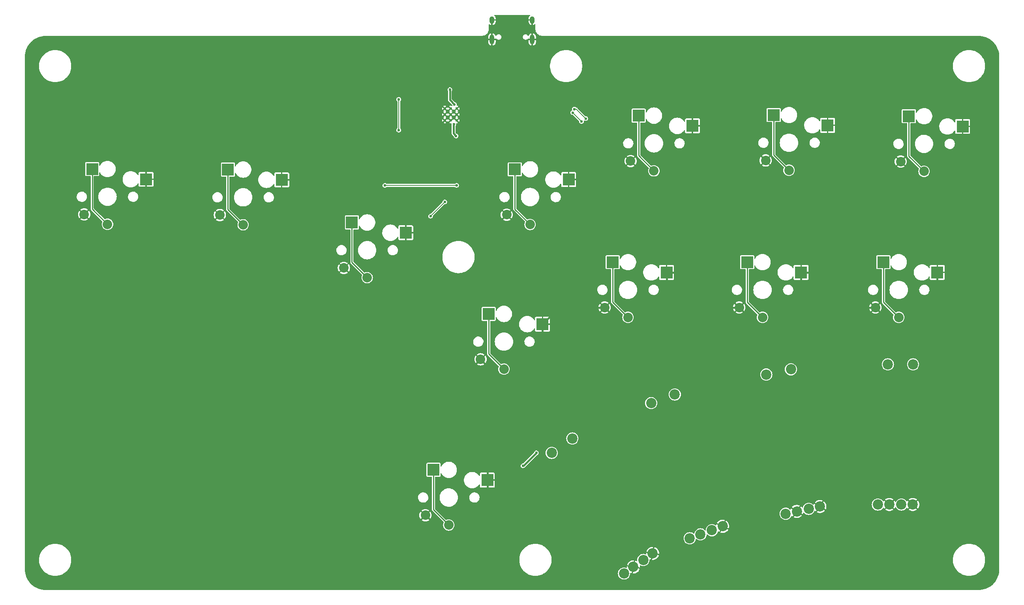
<source format=gbr>
%TF.GenerationSoftware,KiCad,Pcbnew,7.0.2*%
%TF.CreationDate,2023-12-16T15:11:12-05:00*%
%TF.ProjectId,Flatbox-rev7,466c6174-626f-4782-9d72-6576372e6b69,rev?*%
%TF.SameCoordinates,Original*%
%TF.FileFunction,Copper,L2,Bot*%
%TF.FilePolarity,Positive*%
%FSLAX46Y46*%
G04 Gerber Fmt 4.6, Leading zero omitted, Abs format (unit mm)*
G04 Created by KiCad (PCBNEW 7.0.2) date 2023-12-16 15:11:12*
%MOMM*%
%LPD*%
G01*
G04 APERTURE LIST*
%TA.AperFunction,SMDPad,CuDef*%
%ADD10R,2.600000X2.600000*%
%TD*%
%TA.AperFunction,ComponentPad*%
%ADD11C,2.032000*%
%TD*%
%TA.AperFunction,ComponentPad*%
%ADD12O,1.000000X2.100000*%
%TD*%
%TA.AperFunction,ComponentPad*%
%ADD13O,1.000000X1.600000*%
%TD*%
%TA.AperFunction,ComponentPad*%
%ADD14C,0.600000*%
%TD*%
%TA.AperFunction,ComponentPad*%
%ADD15C,2.200000*%
%TD*%
%TA.AperFunction,ViaPad*%
%ADD16C,0.600000*%
%TD*%
%TA.AperFunction,Conductor*%
%ADD17C,0.400000*%
%TD*%
%TA.AperFunction,Conductor*%
%ADD18C,0.200000*%
%TD*%
%TA.AperFunction,Conductor*%
%ADD19C,0.381000*%
%TD*%
%TA.AperFunction,Conductor*%
%ADD20C,0.254000*%
%TD*%
G04 APERTURE END LIST*
D10*
%TO.P,SW8,1,1*%
%TO.N,SWX8*%
X84045000Y-59220000D03*
D11*
X87320000Y-71070000D03*
%TO.P,SW8,2,2*%
%TO.N,GND*%
X82320000Y-68970000D03*
D10*
X95595000Y-61420000D03*
%TD*%
%TO.P,SW9,1,1*%
%TO.N,SWX9*%
X110645000Y-70570000D03*
D11*
X113920000Y-82420000D03*
%TO.P,SW9,2,2*%
%TO.N,GND*%
X108920000Y-80320000D03*
D10*
X122195000Y-72770000D03*
%TD*%
%TO.P,SW10,1,1*%
%TO.N,SWX10*%
X128145000Y-123670000D03*
D11*
X131420000Y-135520000D03*
%TO.P,SW10,2,2*%
%TO.N,GND*%
X126420000Y-133420000D03*
D10*
X139695000Y-125870000D03*
%TD*%
%TO.P,SW11,1,1*%
%TO.N,SWX11*%
X145585000Y-59160000D03*
D11*
X148860000Y-71010000D03*
%TO.P,SW11,2,2*%
%TO.N,GND*%
X143860000Y-68910000D03*
D10*
X157135000Y-61360000D03*
%TD*%
%TO.P,SW12,1,1*%
%TO.N,SWX12*%
X172145000Y-47630000D03*
D11*
X175420000Y-59480000D03*
%TO.P,SW12,2,2*%
%TO.N,GND*%
X170420000Y-57380000D03*
D10*
X183695000Y-49830000D03*
%TD*%
%TO.P,SW13,1,1*%
%TO.N,SWX13*%
X201115000Y-47510000D03*
D11*
X204390000Y-59360000D03*
%TO.P,SW13,2,2*%
%TO.N,GND*%
X199390000Y-57260000D03*
D10*
X212665000Y-49710000D03*
%TD*%
%TO.P,SW14,1,1*%
%TO.N,SWX14*%
X230085000Y-47750000D03*
D11*
X233360000Y-59600000D03*
%TO.P,SW14,2,2*%
%TO.N,GND*%
X228360000Y-57500000D03*
D10*
X241635000Y-49950000D03*
%TD*%
%TO.P,SW15,1,1*%
%TO.N,SWX15*%
X139975000Y-90200000D03*
D11*
X143250000Y-102050000D03*
%TO.P,SW15,2,2*%
%TO.N,GND*%
X138250000Y-99950000D03*
D10*
X151525000Y-92400000D03*
%TD*%
%TO.P,SW16,1,1*%
%TO.N,SWX16*%
X166585000Y-79090000D03*
D11*
X169860000Y-90940000D03*
%TO.P,SW16,2,2*%
%TO.N,GND*%
X164860000Y-88840000D03*
D10*
X178135000Y-81290000D03*
%TD*%
%TO.P,SW17,1,1*%
%TO.N,SWX17*%
X195435000Y-79090000D03*
D11*
X198710000Y-90940000D03*
%TO.P,SW17,2,2*%
%TO.N,GND*%
X193710000Y-88840000D03*
D10*
X206985000Y-81290000D03*
%TD*%
%TO.P,SW18,1,1*%
%TO.N,SWX18*%
X224645000Y-79090000D03*
D11*
X227920000Y-90940000D03*
%TO.P,SW18,2,2*%
%TO.N,GND*%
X222920000Y-88840000D03*
D10*
X236195000Y-81290000D03*
%TD*%
%TO.P,SW7,1,1*%
%TO.N,SWX7*%
X54950000Y-59100000D03*
D11*
X58225000Y-70950000D03*
%TO.P,SW7,2,2*%
%TO.N,GND*%
X53225000Y-68850000D03*
D10*
X66500000Y-61300000D03*
%TD*%
D12*
%TO.P,USB1,13,SHIELD*%
%TO.N,GND*%
X149320000Y-31280000D03*
D13*
X149320000Y-27100000D03*
D12*
X140680000Y-31280000D03*
D13*
X140680000Y-27100000D03*
%TD*%
D14*
%TO.P,U3,57,GND*%
%TO.N,GND*%
X130575000Y-46125000D03*
X130575000Y-47400000D03*
X130575000Y-48675000D03*
X131850000Y-46125000D03*
X131850000Y-47400000D03*
X131850000Y-48675000D03*
X133125000Y-46125000D03*
X133125000Y-47400000D03*
X133125000Y-48675000D03*
%TD*%
D15*
%TO.P,F2,1,P1*%
%TO.N,unconnected-(F2A-P1-Pad1)*%
X185408803Y-137523000D03*
%TO.P,F2,2,P2*%
%TO.N,ADC1*%
X183106556Y-138360949D03*
%TO.P,F2,3,P3*%
%TO.N,+3V3*%
X174832089Y-109340858D03*
%TO.P,F2,A,ANODE*%
%TO.N,unconnected-(F2B-ANODE-PadA)*%
X179906429Y-107493950D03*
%TO.P,F2,C,CATHODE*%
%TO.N,GND*%
X190154250Y-135795798D03*
%TO.P,F2,L,EN*%
%TO.N,LEDF3*%
X187852004Y-136633748D03*
%TD*%
%TO.P,F4,1,P1*%
%TO.N,GND*%
X225903000Y-131128000D03*
%TO.P,F4,2,P2*%
%TO.N,ADC3*%
X223453000Y-131128000D03*
%TO.P,F4,3,P3*%
%TO.N,+3V3*%
X225603000Y-101028000D03*
%TO.P,F4,A,ANODE*%
%TO.N,unconnected-(F4B-ANODE-PadA)*%
X231003000Y-101028000D03*
%TO.P,F4,C,CATHODE*%
%TO.N,GND*%
X230953000Y-131128000D03*
%TO.P,F4,L,EN*%
%TO.N,LEDF1*%
X228503000Y-131128000D03*
%TD*%
%TO.P,F1,1,P1*%
%TO.N,GND*%
X171016428Y-144518888D03*
%TO.P,F1,2,P2*%
%TO.N,ADC0*%
X169009505Y-145924150D03*
%TO.P,F1,3,P3*%
%TO.N,+3V3*%
X153506031Y-120034484D03*
%TO.P,F1,A,ANODE*%
%TO.N,unconnected-(F1B-ANODE-PadA)*%
X157929452Y-116937171D03*
%TO.P,F1,C,CATHODE*%
%TO.N,GND*%
X175153146Y-141622327D03*
%TO.P,F1,L,EN*%
%TO.N,LEDF4*%
X173146223Y-143027589D03*
%TD*%
%TO.P,F3,1,P1*%
%TO.N,GND*%
X206073479Y-132593407D03*
%TO.P,F3,2,P2*%
%TO.N,ADC2*%
X203677017Y-133102790D03*
%TO.P,F3,3,P3*%
%TO.N,+3V3*%
X199521893Y-103213537D03*
%TO.P,F3,A,ANODE*%
%TO.N,unconnected-(F3B-ANODE-PadA)*%
X204803890Y-102090814D03*
%TO.P,F3,C,CATHODE*%
%TO.N,GND*%
X211013124Y-131543453D03*
%TO.P,F3,L,EN*%
%TO.N,LEDF2*%
X208616663Y-132052836D03*
%TD*%
D16*
%TO.N,+3V3*%
X147320000Y-122809000D03*
X150193429Y-120045086D03*
%TO.N,SWX10*%
X127508000Y-69215000D03*
X130556000Y-66167000D03*
%TO.N,Net-(U3-RUN)*%
X133096000Y-62611000D03*
X117729000Y-62611000D03*
%TO.N,GND*%
X108585000Y-60960000D03*
X122682000Y-54991000D03*
X146812000Y-41910000D03*
X148250000Y-33900000D03*
X127127000Y-59055000D03*
X131500000Y-60100000D03*
X125100000Y-44000000D03*
X140716000Y-41275000D03*
X134850000Y-39200000D03*
X127508000Y-53594000D03*
X138700000Y-43400000D03*
X146550000Y-36000000D03*
X126950000Y-55300000D03*
X130600000Y-38550000D03*
X134200000Y-59250000D03*
X129540000Y-53848000D03*
X129350000Y-34800000D03*
X131650000Y-39200000D03*
X134400000Y-53800000D03*
X116078000Y-35560000D03*
X125050000Y-48400000D03*
X138700000Y-44450000D03*
X132900000Y-54750000D03*
X122050000Y-40200000D03*
X134950000Y-56400000D03*
X128150000Y-57000000D03*
X135900000Y-40350000D03*
X140589000Y-49022000D03*
%TO.N,+1V1*%
X132650000Y-45245055D03*
X131650001Y-42050001D03*
X133000000Y-52000000D03*
X132499900Y-49507729D03*
%TO.N,SWX12*%
X160782000Y-48260000D03*
X158369000Y-46228000D03*
%TO.N,SWX16*%
X157988000Y-46990000D03*
X159893000Y-48895000D03*
%TO.N,Net-(R1-Pad2)*%
X120699974Y-44150000D03*
X120700000Y-50750000D03*
%TD*%
D17*
%TO.N,+3V3*%
X147429515Y-122809000D02*
X147320000Y-122809000D01*
X150193429Y-120045086D02*
X147429515Y-122809000D01*
X150204031Y-120034484D02*
X150193429Y-120045086D01*
X150186260Y-120052255D02*
X150186260Y-120045086D01*
X150186260Y-120045086D02*
X150193429Y-120045086D01*
D18*
%TO.N,SWX10*%
X127508000Y-69215000D02*
X130556000Y-66167000D01*
%TO.N,Net-(U3-RUN)*%
X133089000Y-62611000D02*
X117800000Y-62611000D01*
D19*
%TO.N,GND*%
X138250000Y-99950000D02*
X134550000Y-103650000D01*
X171300000Y-92900000D02*
X178135000Y-86065000D01*
X178135000Y-86065000D02*
X178135000Y-81290000D01*
X200350000Y-93050000D02*
X206985000Y-86415000D01*
X236195000Y-86505000D02*
X236195000Y-81290000D01*
X164860000Y-88840000D02*
X155085000Y-88840000D01*
X197920000Y-93050000D02*
X200350000Y-93050000D01*
X226980000Y-92900000D02*
X229800000Y-92900000D01*
X142400000Y-104100000D02*
X144900000Y-104100000D01*
X139695000Y-130405000D02*
X139695000Y-125870000D01*
X211790000Y-81290000D02*
X206985000Y-81290000D01*
X229800000Y-92900000D02*
X236195000Y-86505000D01*
X139695000Y-120045000D02*
X139695000Y-125870000D01*
X126420000Y-133420000D02*
X130500000Y-137500000D01*
X193710000Y-88840000D02*
X197920000Y-93050000D01*
X134550000Y-103650000D02*
X134550000Y-114900000D01*
X134550000Y-114900000D02*
X139695000Y-120045000D01*
X190090000Y-88840000D02*
X182540000Y-81290000D01*
X151525000Y-97475000D02*
X151525000Y-92400000D01*
X219340000Y-88840000D02*
X211790000Y-81290000D01*
X222920000Y-88840000D02*
X226980000Y-92900000D01*
X130500000Y-137500000D02*
X132600000Y-137500000D01*
X206985000Y-86415000D02*
X206985000Y-81290000D01*
X193710000Y-88840000D02*
X190090000Y-88840000D01*
X138250000Y-99950000D02*
X142400000Y-104100000D01*
X222920000Y-88840000D02*
X219340000Y-88840000D01*
X182540000Y-81290000D02*
X178135000Y-81290000D01*
X155085000Y-88840000D02*
X151525000Y-92400000D01*
X132600000Y-137500000D02*
X139695000Y-130405000D01*
X168920000Y-92900000D02*
X171300000Y-92900000D01*
X144900000Y-104100000D02*
X151525000Y-97475000D01*
X164860000Y-88840000D02*
X168920000Y-92900000D01*
D20*
%TO.N,SWX7*%
X54950000Y-59100000D02*
X54950000Y-67675000D01*
X54950000Y-67675000D02*
X58225000Y-70950000D01*
%TO.N,SWX8*%
X84045000Y-67795000D02*
X87320000Y-71070000D01*
X84045000Y-59220000D02*
X84045000Y-67795000D01*
%TO.N,SWX9*%
X110645000Y-70570000D02*
X110645000Y-79145000D01*
X110645000Y-79145000D02*
X113920000Y-82420000D01*
%TO.N,SWX10*%
X128145000Y-132245000D02*
X131420000Y-135520000D01*
X128145000Y-123670000D02*
X128145000Y-132245000D01*
D17*
%TO.N,+1V1*%
X132499900Y-49507729D02*
X132450000Y-49557629D01*
X131650001Y-42050001D02*
X131650001Y-44245056D01*
X131650001Y-44245056D02*
X132650000Y-45245055D01*
X132450000Y-51450000D02*
X133000000Y-52000000D01*
X132450000Y-49557629D02*
X132450000Y-51450000D01*
D20*
%TO.N,SWX11*%
X145585000Y-67735000D02*
X148860000Y-71010000D01*
X145585000Y-59160000D02*
X145585000Y-67735000D01*
%TO.N,SWX12*%
X172145000Y-47630000D02*
X172145000Y-56205000D01*
X172145000Y-56205000D02*
X175420000Y-59480000D01*
D18*
X158750000Y-46228000D02*
X160782000Y-48260000D01*
X158369000Y-46228000D02*
X158750000Y-46228000D01*
D20*
%TO.N,SWX13*%
X201115000Y-56085000D02*
X204390000Y-59360000D01*
X201115000Y-47510000D02*
X201115000Y-56085000D01*
%TO.N,SWX14*%
X230085000Y-47750000D02*
X230085000Y-56325000D01*
X230085000Y-56325000D02*
X233360000Y-59600000D01*
%TO.N,SWX15*%
X139975000Y-98775000D02*
X143250000Y-102050000D01*
X139975000Y-90200000D02*
X139975000Y-98775000D01*
%TO.N,SWX16*%
X166585000Y-79090000D02*
X166585000Y-87665000D01*
D18*
X159893000Y-48895000D02*
X158115000Y-47117000D01*
X158115000Y-47117000D02*
X157988000Y-46990000D01*
D20*
X166585000Y-87665000D02*
X169860000Y-90940000D01*
%TO.N,SWX17*%
X195435000Y-79090000D02*
X195435000Y-87665000D01*
X195435000Y-87665000D02*
X198710000Y-90940000D01*
%TO.N,SWX18*%
X224645000Y-79090000D02*
X224645000Y-87665000D01*
X224645000Y-87665000D02*
X227920000Y-90940000D01*
D18*
%TO.N,Net-(R1-Pad2)*%
X120700000Y-44150026D02*
X120699974Y-44150000D01*
X120700000Y-50750000D02*
X120700000Y-44150026D01*
%TD*%
%TA.AperFunction,Conductor*%
%TO.N,GND*%
G36*
X148807313Y-26019407D02*
G01*
X148843277Y-26068907D01*
X148843277Y-26130093D01*
X148819126Y-26169504D01*
X148690576Y-26298053D01*
X148594663Y-26450699D01*
X148535123Y-26620853D01*
X148520310Y-26752323D01*
X148520000Y-26757853D01*
X148520000Y-26949998D01*
X148520001Y-26950000D01*
X149020000Y-26950000D01*
X149020000Y-27250000D01*
X148520000Y-27250000D01*
X148520000Y-27442146D01*
X148520310Y-27447676D01*
X148535123Y-27579146D01*
X148594663Y-27749300D01*
X148690576Y-27901946D01*
X148818053Y-28029423D01*
X148970699Y-28125336D01*
X149140854Y-28184876D01*
X149170000Y-28188159D01*
X149170000Y-27662657D01*
X149183962Y-27673201D01*
X149291840Y-27703895D01*
X149403521Y-27693546D01*
X149470000Y-27660443D01*
X149470000Y-28188158D01*
X149499145Y-28184876D01*
X149669300Y-28125336D01*
X149821947Y-28029422D01*
X149830494Y-28020876D01*
X149885010Y-27993096D01*
X149945442Y-28002666D01*
X149988708Y-28045929D01*
X149999500Y-28090877D01*
X149999500Y-29107320D01*
X150030044Y-29319764D01*
X150050822Y-29390525D01*
X150090516Y-29525710D01*
X150179679Y-29720950D01*
X150179681Y-29720954D01*
X150276368Y-29871402D01*
X150295719Y-29901513D01*
X150436276Y-30063724D01*
X150564118Y-30174500D01*
X150598487Y-30204281D01*
X150701890Y-30270734D01*
X150779050Y-30320321D01*
X150974290Y-30409484D01*
X151180231Y-30469954D01*
X151180232Y-30469954D01*
X151180235Y-30469955D01*
X151392679Y-30500500D01*
X151392682Y-30500500D01*
X151464201Y-30500500D01*
X244934108Y-30500500D01*
X244997835Y-30500500D01*
X245002152Y-30500593D01*
X245387853Y-30517434D01*
X245396432Y-30518184D01*
X245777053Y-30568295D01*
X245785544Y-30569792D01*
X246160338Y-30652881D01*
X246168673Y-30655115D01*
X246534797Y-30770553D01*
X246542913Y-30773507D01*
X246897587Y-30920418D01*
X246905398Y-30924060D01*
X247245301Y-31101003D01*
X247245910Y-31101320D01*
X247253390Y-31105638D01*
X247415278Y-31208772D01*
X247575253Y-31310687D01*
X247577167Y-31311906D01*
X247584241Y-31316860D01*
X247888797Y-31550554D01*
X247895398Y-31556093D01*
X248178459Y-31815470D01*
X248184529Y-31821540D01*
X248443905Y-32104599D01*
X248449445Y-32111202D01*
X248683139Y-32415758D01*
X248688093Y-32422832D01*
X248894361Y-32746609D01*
X248898679Y-32754089D01*
X249075935Y-33094593D01*
X249079585Y-33102420D01*
X249226492Y-33457086D01*
X249229446Y-33465202D01*
X249344884Y-33831326D01*
X249347119Y-33839668D01*
X249430205Y-34214445D01*
X249431705Y-34222951D01*
X249481813Y-34603554D01*
X249482566Y-34612158D01*
X249499405Y-34997847D01*
X249499499Y-35002165D01*
X249499499Y-144953796D01*
X249499500Y-144953801D01*
X249499500Y-144997834D01*
X249499406Y-145002152D01*
X249482566Y-145387841D01*
X249481813Y-145396445D01*
X249431705Y-145777048D01*
X249430205Y-145785554D01*
X249347119Y-146160331D01*
X249344884Y-146168673D01*
X249229446Y-146534797D01*
X249226492Y-146542913D01*
X249079585Y-146897579D01*
X249075935Y-146905406D01*
X248898679Y-147245910D01*
X248894361Y-147253390D01*
X248688093Y-147577167D01*
X248683139Y-147584241D01*
X248449445Y-147888797D01*
X248443895Y-147895411D01*
X248184540Y-148178447D01*
X248178447Y-148184540D01*
X248162727Y-148198946D01*
X247895413Y-148443894D01*
X247888797Y-148449445D01*
X247584241Y-148683139D01*
X247577167Y-148688093D01*
X247253390Y-148894361D01*
X247245910Y-148898679D01*
X246905406Y-149075935D01*
X246897579Y-149079585D01*
X246542913Y-149226492D01*
X246534797Y-149229446D01*
X246168673Y-149344884D01*
X246160331Y-149347119D01*
X245785554Y-149430205D01*
X245777048Y-149431705D01*
X245396445Y-149481813D01*
X245387841Y-149482566D01*
X245002153Y-149499406D01*
X244997835Y-149499500D01*
X45002165Y-149499500D01*
X44997847Y-149499406D01*
X44612158Y-149482566D01*
X44603554Y-149481813D01*
X44222951Y-149431705D01*
X44214445Y-149430205D01*
X43839668Y-149347119D01*
X43831326Y-149344884D01*
X43465202Y-149229446D01*
X43457086Y-149226492D01*
X43102420Y-149079585D01*
X43094593Y-149075935D01*
X42754089Y-148898679D01*
X42746609Y-148894361D01*
X42422832Y-148688093D01*
X42415758Y-148683139D01*
X42111202Y-148449445D01*
X42104599Y-148443905D01*
X41821540Y-148184529D01*
X41815470Y-148178459D01*
X41556093Y-147895398D01*
X41550554Y-147888797D01*
X41316860Y-147584241D01*
X41311906Y-147577167D01*
X41105638Y-147253390D01*
X41101320Y-147245910D01*
X40924064Y-146905406D01*
X40920414Y-146897579D01*
X40864789Y-146763289D01*
X40773507Y-146542913D01*
X40770553Y-146534797D01*
X40655115Y-146168673D01*
X40652880Y-146160331D01*
X40569792Y-145785544D01*
X40568294Y-145777048D01*
X40518184Y-145396432D01*
X40517434Y-145387853D01*
X40500594Y-145002152D01*
X40500500Y-144997834D01*
X40500500Y-143187081D01*
X43549500Y-143187081D01*
X43549788Y-143189734D01*
X43549789Y-143189742D01*
X43589663Y-143556378D01*
X43589664Y-143556387D01*
X43589954Y-143559049D01*
X43670387Y-143924462D01*
X43671236Y-143926984D01*
X43671239Y-143926992D01*
X43788999Y-144276491D01*
X43789004Y-144276504D01*
X43789858Y-144279038D01*
X43790984Y-144281473D01*
X43790987Y-144281479D01*
X43900824Y-144518887D01*
X43946964Y-144618617D01*
X43948339Y-144620902D01*
X43948341Y-144620906D01*
X44136788Y-144934108D01*
X44139864Y-144939220D01*
X44366297Y-145237087D01*
X44623608Y-145508727D01*
X44625651Y-145510463D01*
X44625656Y-145510467D01*
X44906730Y-145749214D01*
X44906734Y-145749217D01*
X44908779Y-145750954D01*
X45218469Y-145960928D01*
X45549045Y-146136189D01*
X45896632Y-146274680D01*
X46257155Y-146374779D01*
X46626387Y-146435311D01*
X46906528Y-146450500D01*
X46907874Y-146450500D01*
X47092126Y-146450500D01*
X47093472Y-146450500D01*
X47373613Y-146435311D01*
X47742845Y-146374779D01*
X48103368Y-146274680D01*
X48450955Y-146136189D01*
X48781531Y-145960928D01*
X49091221Y-145750954D01*
X49376392Y-145508727D01*
X49633703Y-145237087D01*
X49860136Y-144939220D01*
X50053036Y-144618617D01*
X50210142Y-144279038D01*
X50329613Y-143924462D01*
X50410046Y-143559049D01*
X50450500Y-143187081D01*
X146549500Y-143187081D01*
X146549788Y-143189734D01*
X146549789Y-143189742D01*
X146589663Y-143556378D01*
X146589664Y-143556387D01*
X146589954Y-143559049D01*
X146670387Y-143924462D01*
X146671236Y-143926984D01*
X146671239Y-143926992D01*
X146788999Y-144276491D01*
X146789004Y-144276504D01*
X146789858Y-144279038D01*
X146790984Y-144281473D01*
X146790987Y-144281479D01*
X146900824Y-144518887D01*
X146946964Y-144618617D01*
X146948339Y-144620902D01*
X146948341Y-144620906D01*
X147136788Y-144934108D01*
X147139864Y-144939220D01*
X147366297Y-145237087D01*
X147623608Y-145508727D01*
X147625651Y-145510463D01*
X147625656Y-145510467D01*
X147906730Y-145749214D01*
X147906734Y-145749217D01*
X147908779Y-145750954D01*
X148218469Y-145960928D01*
X148549045Y-146136189D01*
X148896632Y-146274680D01*
X149257155Y-146374779D01*
X149626387Y-146435311D01*
X149906528Y-146450500D01*
X149907874Y-146450500D01*
X150092126Y-146450500D01*
X150093472Y-146450500D01*
X150373613Y-146435311D01*
X150742845Y-146374779D01*
X151103368Y-146274680D01*
X151450955Y-146136189D01*
X151781531Y-145960928D01*
X151835775Y-145924150D01*
X167704036Y-145924150D01*
X167723869Y-146150839D01*
X167782767Y-146370650D01*
X167878935Y-146576881D01*
X167878936Y-146576883D01*
X167878937Y-146576884D01*
X168009458Y-146763289D01*
X168170366Y-146924197D01*
X168356771Y-147054718D01*
X168356772Y-147054718D01*
X168356773Y-147054719D01*
X168563004Y-147150887D01*
X168563005Y-147150887D01*
X168563009Y-147150889D01*
X168782813Y-147209785D01*
X168933940Y-147223006D01*
X169009504Y-147229618D01*
X169009504Y-147229617D01*
X169009505Y-147229618D01*
X169236197Y-147209785D01*
X169456001Y-147150889D01*
X169662239Y-147054718D01*
X169848644Y-146924197D01*
X170009552Y-146763289D01*
X170140073Y-146576884D01*
X170236244Y-146370646D01*
X170295140Y-146150842D01*
X170314973Y-145924150D01*
X170313279Y-145904791D01*
X170327042Y-145845176D01*
X170373218Y-145805034D01*
X170434171Y-145799700D01*
X170444107Y-145803460D01*
X170444368Y-145802701D01*
X170626705Y-145865296D01*
X170767762Y-145065322D01*
X170859797Y-145103444D01*
X170977105Y-145118888D01*
X171055751Y-145118888D01*
X171063116Y-145117918D01*
X170921884Y-145918888D01*
X171132434Y-145918888D01*
X171361284Y-145880700D01*
X171580729Y-145805364D01*
X171784781Y-145694936D01*
X171967874Y-145552429D01*
X172125007Y-145381737D01*
X172251910Y-145187497D01*
X172345110Y-144975022D01*
X172361966Y-144908457D01*
X171562862Y-144767552D01*
X171600984Y-144675519D01*
X171621605Y-144518888D01*
X171615458Y-144472198D01*
X172413434Y-144612903D01*
X172421225Y-144518887D01*
X172401388Y-144279491D01*
X172404864Y-144279202D01*
X172407845Y-144233660D01*
X172446964Y-144186614D01*
X172506265Y-144171546D01*
X172541640Y-144180611D01*
X172699722Y-144254326D01*
X172699723Y-144254326D01*
X172699727Y-144254328D01*
X172919531Y-144313224D01*
X173070658Y-144326445D01*
X173146222Y-144333057D01*
X173146222Y-144333056D01*
X173146223Y-144333057D01*
X173372915Y-144313224D01*
X173592719Y-144254328D01*
X173798957Y-144158157D01*
X173985362Y-144027636D01*
X174146270Y-143866728D01*
X174276791Y-143680323D01*
X174372962Y-143474085D01*
X174431858Y-143254281D01*
X174437737Y-143187081D01*
X239549500Y-143187081D01*
X239549788Y-143189734D01*
X239549789Y-143189742D01*
X239589663Y-143556378D01*
X239589664Y-143556387D01*
X239589954Y-143559049D01*
X239670387Y-143924462D01*
X239671236Y-143926984D01*
X239671239Y-143926992D01*
X239788999Y-144276491D01*
X239789004Y-144276504D01*
X239789858Y-144279038D01*
X239790984Y-144281473D01*
X239790987Y-144281479D01*
X239900824Y-144518887D01*
X239946964Y-144618617D01*
X239948339Y-144620902D01*
X239948341Y-144620906D01*
X240136788Y-144934108D01*
X240139864Y-144939220D01*
X240366297Y-145237087D01*
X240623608Y-145508727D01*
X240625651Y-145510463D01*
X240625656Y-145510467D01*
X240906730Y-145749214D01*
X240906734Y-145749217D01*
X240908779Y-145750954D01*
X241218469Y-145960928D01*
X241549045Y-146136189D01*
X241896632Y-146274680D01*
X242257155Y-146374779D01*
X242626387Y-146435311D01*
X242906528Y-146450500D01*
X242907874Y-146450500D01*
X243092126Y-146450500D01*
X243093472Y-146450500D01*
X243373613Y-146435311D01*
X243742845Y-146374779D01*
X244103368Y-146274680D01*
X244450955Y-146136189D01*
X244781531Y-145960928D01*
X245091221Y-145750954D01*
X245376392Y-145508727D01*
X245633703Y-145237087D01*
X245860136Y-144939220D01*
X246053036Y-144618617D01*
X246210142Y-144279038D01*
X246329613Y-143924462D01*
X246410046Y-143559049D01*
X246450500Y-143187081D01*
X246450500Y-142812919D01*
X246410046Y-142440951D01*
X246329613Y-142075538D01*
X246237060Y-141800851D01*
X246211000Y-141723508D01*
X246210999Y-141723505D01*
X246210142Y-141720962D01*
X246053036Y-141381383D01*
X245860136Y-141060780D01*
X245633703Y-140762913D01*
X245376392Y-140491273D01*
X245374348Y-140489537D01*
X245374343Y-140489532D01*
X245093269Y-140250785D01*
X245093262Y-140250779D01*
X245091221Y-140249046D01*
X244781531Y-140039072D01*
X244779173Y-140037822D01*
X244779165Y-140037817D01*
X244453309Y-139865059D01*
X244453308Y-139865058D01*
X244450955Y-139863811D01*
X244448478Y-139862824D01*
X244105851Y-139726309D01*
X244105845Y-139726307D01*
X244103368Y-139725320D01*
X244100787Y-139724603D01*
X244100783Y-139724602D01*
X243745429Y-139625938D01*
X243745421Y-139625936D01*
X243742845Y-139625221D01*
X243740218Y-139624790D01*
X243740203Y-139624787D01*
X243376265Y-139565123D01*
X243376251Y-139565121D01*
X243373613Y-139564689D01*
X243370937Y-139564543D01*
X243370929Y-139564543D01*
X243094812Y-139549572D01*
X243094788Y-139549571D01*
X243093472Y-139549500D01*
X242906528Y-139549500D01*
X242905212Y-139549571D01*
X242905187Y-139549572D01*
X242629070Y-139564543D01*
X242629060Y-139564544D01*
X242626387Y-139564689D01*
X242623750Y-139565121D01*
X242623734Y-139565123D01*
X242259796Y-139624787D01*
X242259777Y-139624791D01*
X242257155Y-139625221D01*
X242254582Y-139625935D01*
X242254570Y-139625938D01*
X241899216Y-139724602D01*
X241899206Y-139724605D01*
X241896632Y-139725320D01*
X241894159Y-139726305D01*
X241894148Y-139726309D01*
X241551521Y-139862824D01*
X241551513Y-139862827D01*
X241549045Y-139863811D01*
X241546698Y-139865055D01*
X241546690Y-139865059D01*
X241220834Y-140037817D01*
X241220817Y-140037826D01*
X241218469Y-140039072D01*
X241216256Y-140040571D01*
X241216245Y-140040579D01*
X240911005Y-140247536D01*
X240910995Y-140247542D01*
X240908779Y-140249046D01*
X240906746Y-140250772D01*
X240906730Y-140250785D01*
X240625656Y-140489532D01*
X240625641Y-140489545D01*
X240623608Y-140491273D01*
X240621768Y-140493214D01*
X240621761Y-140493222D01*
X240368142Y-140760964D01*
X240368131Y-140760976D01*
X240366297Y-140762913D01*
X240364672Y-140765050D01*
X240364670Y-140765053D01*
X240141487Y-141058644D01*
X240141480Y-141058653D01*
X240139864Y-141060780D01*
X240138489Y-141063064D01*
X240138483Y-141063074D01*
X239948341Y-141379093D01*
X239948334Y-141379104D01*
X239946964Y-141381383D01*
X239945845Y-141383799D01*
X239945841Y-141383809D01*
X239790987Y-141718520D01*
X239790982Y-141718532D01*
X239789858Y-141720962D01*
X239789006Y-141723489D01*
X239788999Y-141723508D01*
X239671239Y-142073007D01*
X239671235Y-142073020D01*
X239670387Y-142075538D01*
X239669812Y-142078146D01*
X239669811Y-142078153D01*
X239604503Y-142374855D01*
X239589954Y-142440951D01*
X239589664Y-142443609D01*
X239589663Y-142443621D01*
X239549789Y-142810257D01*
X239549788Y-142810266D01*
X239549500Y-142812919D01*
X239549500Y-143187081D01*
X174437737Y-143187081D01*
X174451691Y-143027589D01*
X174449997Y-143008230D01*
X174463760Y-142948615D01*
X174509936Y-142908473D01*
X174570889Y-142903139D01*
X174580825Y-142906899D01*
X174581086Y-142906140D01*
X174763423Y-142968735D01*
X174904480Y-142168761D01*
X174996515Y-142206883D01*
X175113823Y-142222327D01*
X175192469Y-142222327D01*
X175199834Y-142221357D01*
X175058602Y-143022327D01*
X175269152Y-143022327D01*
X175498002Y-142984139D01*
X175717447Y-142908803D01*
X175921499Y-142798375D01*
X176104592Y-142655868D01*
X176261725Y-142485176D01*
X176388628Y-142290936D01*
X176481828Y-142078461D01*
X176498684Y-142011896D01*
X175699580Y-141870991D01*
X175737702Y-141778958D01*
X175758323Y-141622327D01*
X175752176Y-141575637D01*
X176550152Y-141716342D01*
X176557943Y-141622326D01*
X176538783Y-141391105D01*
X176481827Y-141166191D01*
X176388628Y-140953717D01*
X176261725Y-140759477D01*
X176104592Y-140588785D01*
X175921499Y-140446278D01*
X175717445Y-140335849D01*
X175542867Y-140275916D01*
X175401809Y-141075891D01*
X175309777Y-141037771D01*
X175192469Y-141022327D01*
X175113823Y-141022327D01*
X175106456Y-141023296D01*
X175247690Y-140222327D01*
X175037140Y-140222327D01*
X174808289Y-140260514D01*
X174588844Y-140335850D01*
X174384792Y-140446278D01*
X174201699Y-140588785D01*
X174044566Y-140759477D01*
X173917660Y-140953722D01*
X173824463Y-141166189D01*
X173807605Y-141232756D01*
X174606711Y-141373661D01*
X174568590Y-141465696D01*
X174547969Y-141622327D01*
X174554115Y-141669015D01*
X173756137Y-141528310D01*
X173748348Y-141622326D01*
X173755905Y-141713529D01*
X173741867Y-141773083D01*
X173695506Y-141813011D01*
X173634529Y-141818063D01*
X173615403Y-141811428D01*
X173592720Y-141800850D01*
X173372912Y-141741953D01*
X173146222Y-141722120D01*
X172919533Y-141741953D01*
X172699722Y-141800851D01*
X172493491Y-141897019D01*
X172307087Y-142027539D01*
X172146173Y-142188453D01*
X172015653Y-142374857D01*
X171919485Y-142581088D01*
X171860587Y-142800899D01*
X171840754Y-143027589D01*
X171856456Y-143207060D01*
X171842692Y-143266677D01*
X171796515Y-143306818D01*
X171735563Y-143312151D01*
X171710714Y-143302756D01*
X171580727Y-143232410D01*
X171406149Y-143172477D01*
X171265091Y-143972452D01*
X171173059Y-143934332D01*
X171055751Y-143918888D01*
X170977105Y-143918888D01*
X170969738Y-143919857D01*
X171110972Y-143118888D01*
X170900422Y-143118888D01*
X170671571Y-143157075D01*
X170452126Y-143232411D01*
X170248074Y-143342839D01*
X170064981Y-143485346D01*
X169907848Y-143656038D01*
X169780942Y-143850283D01*
X169687745Y-144062750D01*
X169670887Y-144129317D01*
X170469993Y-144270222D01*
X170431872Y-144362257D01*
X170411251Y-144518888D01*
X170417397Y-144565576D01*
X169619419Y-144424871D01*
X169611630Y-144518887D01*
X169619187Y-144610090D01*
X169605149Y-144669644D01*
X169558788Y-144709572D01*
X169497811Y-144714624D01*
X169478685Y-144707989D01*
X169456002Y-144697411D01*
X169236194Y-144638514D01*
X169009504Y-144618681D01*
X168782815Y-144638514D01*
X168563004Y-144697412D01*
X168356773Y-144793580D01*
X168170369Y-144924100D01*
X168009455Y-145085014D01*
X167878935Y-145271418D01*
X167782767Y-145477649D01*
X167723869Y-145697460D01*
X167704036Y-145924150D01*
X151835775Y-145924150D01*
X152091221Y-145750954D01*
X152376392Y-145508727D01*
X152633703Y-145237087D01*
X152860136Y-144939220D01*
X153053036Y-144618617D01*
X153210142Y-144279038D01*
X153329613Y-143924462D01*
X153410046Y-143559049D01*
X153450500Y-143187081D01*
X153450500Y-142812919D01*
X153410046Y-142440951D01*
X153329613Y-142075538D01*
X153237060Y-141800851D01*
X153211000Y-141723508D01*
X153210999Y-141723505D01*
X153210142Y-141720962D01*
X153053036Y-141381383D01*
X152860136Y-141060780D01*
X152633703Y-140762913D01*
X152376392Y-140491273D01*
X152374348Y-140489537D01*
X152374343Y-140489532D01*
X152093269Y-140250785D01*
X152093262Y-140250779D01*
X152091221Y-140249046D01*
X151781531Y-140039072D01*
X151779173Y-140037822D01*
X151779165Y-140037817D01*
X151453309Y-139865059D01*
X151453308Y-139865058D01*
X151450955Y-139863811D01*
X151448478Y-139862824D01*
X151105851Y-139726309D01*
X151105845Y-139726307D01*
X151103368Y-139725320D01*
X151100787Y-139724603D01*
X151100783Y-139724602D01*
X150745429Y-139625938D01*
X150745421Y-139625936D01*
X150742845Y-139625221D01*
X150740218Y-139624790D01*
X150740203Y-139624787D01*
X150376265Y-139565123D01*
X150376251Y-139565121D01*
X150373613Y-139564689D01*
X150370937Y-139564543D01*
X150370929Y-139564543D01*
X150094812Y-139549572D01*
X150094788Y-139549571D01*
X150093472Y-139549500D01*
X149906528Y-139549500D01*
X149905212Y-139549571D01*
X149905187Y-139549572D01*
X149629070Y-139564543D01*
X149629060Y-139564544D01*
X149626387Y-139564689D01*
X149623750Y-139565121D01*
X149623734Y-139565123D01*
X149259796Y-139624787D01*
X149259777Y-139624791D01*
X149257155Y-139625221D01*
X149254582Y-139625935D01*
X149254570Y-139625938D01*
X148899216Y-139724602D01*
X148899206Y-139724605D01*
X148896632Y-139725320D01*
X148894159Y-139726305D01*
X148894148Y-139726309D01*
X148551521Y-139862824D01*
X148551513Y-139862827D01*
X148549045Y-139863811D01*
X148546698Y-139865055D01*
X148546690Y-139865059D01*
X148220834Y-140037817D01*
X148220817Y-140037826D01*
X148218469Y-140039072D01*
X148216256Y-140040571D01*
X148216245Y-140040579D01*
X147911005Y-140247536D01*
X147910995Y-140247542D01*
X147908779Y-140249046D01*
X147906746Y-140250772D01*
X147906730Y-140250785D01*
X147625656Y-140489532D01*
X147625641Y-140489545D01*
X147623608Y-140491273D01*
X147621768Y-140493214D01*
X147621761Y-140493222D01*
X147368142Y-140760964D01*
X147368131Y-140760976D01*
X147366297Y-140762913D01*
X147364672Y-140765050D01*
X147364670Y-140765053D01*
X147141487Y-141058644D01*
X147141480Y-141058653D01*
X147139864Y-141060780D01*
X147138489Y-141063064D01*
X147138483Y-141063074D01*
X146948341Y-141379093D01*
X146948334Y-141379104D01*
X146946964Y-141381383D01*
X146945845Y-141383799D01*
X146945841Y-141383809D01*
X146790987Y-141718520D01*
X146790982Y-141718532D01*
X146789858Y-141720962D01*
X146789006Y-141723489D01*
X146788999Y-141723508D01*
X146671239Y-142073007D01*
X146671235Y-142073020D01*
X146670387Y-142075538D01*
X146669812Y-142078146D01*
X146669811Y-142078153D01*
X146604503Y-142374855D01*
X146589954Y-142440951D01*
X146589664Y-142443609D01*
X146589663Y-142443621D01*
X146549789Y-142810257D01*
X146549788Y-142810266D01*
X146549500Y-142812919D01*
X146549500Y-143187081D01*
X50450500Y-143187081D01*
X50450500Y-142812919D01*
X50410046Y-142440951D01*
X50329613Y-142075538D01*
X50237060Y-141800851D01*
X50211000Y-141723508D01*
X50210999Y-141723505D01*
X50210142Y-141720962D01*
X50053036Y-141381383D01*
X49860136Y-141060780D01*
X49633703Y-140762913D01*
X49376392Y-140491273D01*
X49374348Y-140489537D01*
X49374343Y-140489532D01*
X49093269Y-140250785D01*
X49093262Y-140250779D01*
X49091221Y-140249046D01*
X48781531Y-140039072D01*
X48779173Y-140037822D01*
X48779165Y-140037817D01*
X48453309Y-139865059D01*
X48453308Y-139865058D01*
X48450955Y-139863811D01*
X48448478Y-139862824D01*
X48105851Y-139726309D01*
X48105845Y-139726307D01*
X48103368Y-139725320D01*
X48100787Y-139724603D01*
X48100783Y-139724602D01*
X47745429Y-139625938D01*
X47745421Y-139625936D01*
X47742845Y-139625221D01*
X47740218Y-139624790D01*
X47740203Y-139624787D01*
X47376265Y-139565123D01*
X47376251Y-139565121D01*
X47373613Y-139564689D01*
X47370937Y-139564543D01*
X47370929Y-139564543D01*
X47094812Y-139549572D01*
X47094788Y-139549571D01*
X47093472Y-139549500D01*
X46906528Y-139549500D01*
X46905212Y-139549571D01*
X46905187Y-139549572D01*
X46629070Y-139564543D01*
X46629060Y-139564544D01*
X46626387Y-139564689D01*
X46623750Y-139565121D01*
X46623734Y-139565123D01*
X46259796Y-139624787D01*
X46259777Y-139624791D01*
X46257155Y-139625221D01*
X46254582Y-139625935D01*
X46254570Y-139625938D01*
X45899216Y-139724602D01*
X45899206Y-139724605D01*
X45896632Y-139725320D01*
X45894159Y-139726305D01*
X45894148Y-139726309D01*
X45551521Y-139862824D01*
X45551513Y-139862827D01*
X45549045Y-139863811D01*
X45546698Y-139865055D01*
X45546690Y-139865059D01*
X45220834Y-140037817D01*
X45220817Y-140037826D01*
X45218469Y-140039072D01*
X45216256Y-140040571D01*
X45216245Y-140040579D01*
X44911005Y-140247536D01*
X44910995Y-140247542D01*
X44908779Y-140249046D01*
X44906746Y-140250772D01*
X44906730Y-140250785D01*
X44625656Y-140489532D01*
X44625641Y-140489545D01*
X44623608Y-140491273D01*
X44621768Y-140493214D01*
X44621761Y-140493222D01*
X44368142Y-140760964D01*
X44368131Y-140760976D01*
X44366297Y-140762913D01*
X44364672Y-140765050D01*
X44364670Y-140765053D01*
X44141487Y-141058644D01*
X44141480Y-141058653D01*
X44139864Y-141060780D01*
X44138489Y-141063064D01*
X44138483Y-141063074D01*
X43948341Y-141379093D01*
X43948334Y-141379104D01*
X43946964Y-141381383D01*
X43945845Y-141383799D01*
X43945841Y-141383809D01*
X43790987Y-141718520D01*
X43790982Y-141718532D01*
X43789858Y-141720962D01*
X43789006Y-141723489D01*
X43788999Y-141723508D01*
X43671239Y-142073007D01*
X43671235Y-142073020D01*
X43670387Y-142075538D01*
X43669812Y-142078146D01*
X43669811Y-142078153D01*
X43604503Y-142374855D01*
X43589954Y-142440951D01*
X43589664Y-142443609D01*
X43589663Y-142443621D01*
X43549789Y-142810257D01*
X43549788Y-142810266D01*
X43549500Y-142812919D01*
X43549500Y-143187081D01*
X40500500Y-143187081D01*
X40500500Y-138360948D01*
X181801087Y-138360948D01*
X181820920Y-138587638D01*
X181879818Y-138807449D01*
X181975986Y-139013680D01*
X181975987Y-139013682D01*
X181975988Y-139013683D01*
X182106509Y-139200088D01*
X182267417Y-139360996D01*
X182453822Y-139491517D01*
X182453823Y-139491517D01*
X182453824Y-139491518D01*
X182660055Y-139587686D01*
X182660056Y-139587686D01*
X182660060Y-139587688D01*
X182879864Y-139646584D01*
X183030992Y-139659806D01*
X183106555Y-139666417D01*
X183106555Y-139666416D01*
X183106556Y-139666417D01*
X183333248Y-139646584D01*
X183553052Y-139587688D01*
X183759290Y-139491517D01*
X183945695Y-139360996D01*
X184106603Y-139200088D01*
X184237124Y-139013683D01*
X184333295Y-138807445D01*
X184392191Y-138587641D01*
X184393161Y-138576544D01*
X184417066Y-138520227D01*
X184469511Y-138488712D01*
X184530464Y-138494043D01*
X184561784Y-138515167D01*
X184569664Y-138523047D01*
X184756069Y-138653568D01*
X184756070Y-138653568D01*
X184756071Y-138653569D01*
X184962302Y-138749737D01*
X184962303Y-138749737D01*
X184962307Y-138749739D01*
X185182111Y-138808635D01*
X185333239Y-138821856D01*
X185408802Y-138828468D01*
X185408802Y-138828467D01*
X185408803Y-138828468D01*
X185635495Y-138808635D01*
X185855299Y-138749739D01*
X186061537Y-138653568D01*
X186247942Y-138523047D01*
X186408850Y-138362139D01*
X186539371Y-138175734D01*
X186635542Y-137969496D01*
X186694438Y-137749692D01*
X186710876Y-137561804D01*
X186734782Y-137505485D01*
X186787227Y-137473972D01*
X186848180Y-137479305D01*
X186879498Y-137500428D01*
X187012865Y-137633795D01*
X187199270Y-137764316D01*
X187199271Y-137764316D01*
X187199272Y-137764317D01*
X187405503Y-137860485D01*
X187405504Y-137860485D01*
X187405508Y-137860487D01*
X187625312Y-137919383D01*
X187776440Y-137932605D01*
X187852003Y-137939216D01*
X187852003Y-137939215D01*
X187852004Y-137939216D01*
X188078696Y-137919383D01*
X188298500Y-137860487D01*
X188504738Y-137764316D01*
X188691143Y-137633795D01*
X188852051Y-137472887D01*
X188982572Y-137286482D01*
X189030657Y-137183363D01*
X189078742Y-137080247D01*
X189094981Y-137019642D01*
X189117145Y-136936924D01*
X189150467Y-136885613D01*
X189207588Y-136863686D01*
X189266689Y-136879521D01*
X189273577Y-136884425D01*
X189385895Y-136971846D01*
X189429371Y-136995373D01*
X189772629Y-136259253D01*
X189851662Y-136319897D01*
X189997619Y-136380354D01*
X190044305Y-136386500D01*
X189701934Y-137120719D01*
X189809393Y-137157610D01*
X190038244Y-137195798D01*
X190270256Y-137195798D01*
X190499106Y-137157610D01*
X190718551Y-137082274D01*
X190922603Y-136971846D01*
X191105692Y-136829341D01*
X191262834Y-136658640D01*
X191353170Y-136520369D01*
X190617707Y-136177416D01*
X190678349Y-136098387D01*
X190738806Y-135952429D01*
X190744952Y-135905740D01*
X191483399Y-136250084D01*
X191539887Y-136027019D01*
X191559047Y-135795797D01*
X191539887Y-135564576D01*
X191482931Y-135339662D01*
X191389732Y-135127188D01*
X191262829Y-134932948D01*
X191105696Y-134762256D01*
X190922603Y-134619749D01*
X190879128Y-134596221D01*
X190879126Y-134596221D01*
X190535867Y-135332340D01*
X190456838Y-135271699D01*
X190310881Y-135211242D01*
X190264191Y-135205095D01*
X190606564Y-134470875D01*
X190499108Y-134433985D01*
X190270256Y-134395798D01*
X190038244Y-134395798D01*
X189809393Y-134433985D01*
X189589948Y-134509321D01*
X189385896Y-134619749D01*
X189202803Y-134762256D01*
X189045670Y-134932948D01*
X188955329Y-135071225D01*
X189690793Y-135414178D01*
X189630151Y-135493209D01*
X189569694Y-135639167D01*
X189563547Y-135685854D01*
X188825099Y-135341510D01*
X188777298Y-135530275D01*
X188744684Y-135582044D01*
X188687870Y-135604756D01*
X188628557Y-135589736D01*
X188624554Y-135587075D01*
X188504738Y-135503180D01*
X188504737Y-135503179D01*
X188504735Y-135503178D01*
X188298504Y-135407010D01*
X188078693Y-135348112D01*
X187852004Y-135328279D01*
X187625314Y-135348112D01*
X187405503Y-135407010D01*
X187199272Y-135503178D01*
X187012868Y-135633698D01*
X186851954Y-135794612D01*
X186721434Y-135981016D01*
X186625266Y-136187247D01*
X186566368Y-136407058D01*
X186549931Y-136594941D01*
X186526024Y-136651262D01*
X186473578Y-136682775D01*
X186412625Y-136677442D01*
X186381307Y-136656318D01*
X186247942Y-136522953D01*
X186061537Y-136392432D01*
X186061536Y-136392431D01*
X186061534Y-136392430D01*
X185855303Y-136296262D01*
X185635492Y-136237364D01*
X185408803Y-136217531D01*
X185182113Y-136237364D01*
X184962302Y-136296262D01*
X184756071Y-136392430D01*
X184569667Y-136522950D01*
X184408753Y-136683864D01*
X184278233Y-136870268D01*
X184182065Y-137076499D01*
X184123167Y-137296310D01*
X184122197Y-137307405D01*
X184098289Y-137363726D01*
X184045842Y-137395237D01*
X183984890Y-137389903D01*
X183953573Y-137368780D01*
X183945695Y-137360902D01*
X183759290Y-137230381D01*
X183759289Y-137230380D01*
X183759287Y-137230379D01*
X183553056Y-137134211D01*
X183333245Y-137075313D01*
X183106556Y-137055480D01*
X182879866Y-137075313D01*
X182660055Y-137134211D01*
X182453824Y-137230379D01*
X182267420Y-137360899D01*
X182106506Y-137521813D01*
X181975986Y-137708217D01*
X181879818Y-137914448D01*
X181820920Y-138134259D01*
X181801087Y-138360948D01*
X40500500Y-138360948D01*
X40500500Y-133420000D01*
X125098972Y-133420000D01*
X125119041Y-133649390D01*
X125178641Y-133871817D01*
X125275958Y-134080516D01*
X125387727Y-134240138D01*
X125877547Y-133750317D01*
X125926835Y-133827981D01*
X126043790Y-133937809D01*
X126089301Y-133962829D01*
X125599860Y-134452271D01*
X125759483Y-134564041D01*
X125968182Y-134661358D01*
X126190609Y-134720958D01*
X126419999Y-134741027D01*
X126649390Y-134720958D01*
X126871817Y-134661358D01*
X127080516Y-134564041D01*
X127240138Y-134452271D01*
X126751743Y-133963876D01*
X126858142Y-133886574D01*
X126960410Y-133762954D01*
X126965106Y-133752973D01*
X127452271Y-134240138D01*
X127564041Y-134080516D01*
X127661358Y-133871817D01*
X127720958Y-133649390D01*
X127741027Y-133419999D01*
X127720958Y-133190609D01*
X127661357Y-132968177D01*
X127564044Y-132759489D01*
X127452271Y-132599860D01*
X126962450Y-133089680D01*
X126913165Y-133012019D01*
X126796210Y-132902191D01*
X126750695Y-132877169D01*
X127240138Y-132387727D01*
X127080516Y-132275958D01*
X126871817Y-132178641D01*
X126649390Y-132119041D01*
X126420000Y-132098972D01*
X126190609Y-132119041D01*
X125968177Y-132178642D01*
X125759488Y-132275955D01*
X125599860Y-132387727D01*
X126088256Y-132876123D01*
X125981858Y-132953426D01*
X125879590Y-133077046D01*
X125874893Y-133087026D01*
X125387727Y-132599860D01*
X125275955Y-132759488D01*
X125178642Y-132968177D01*
X125119041Y-133190609D01*
X125098972Y-133420000D01*
X40500500Y-133420000D01*
X40500500Y-129567352D01*
X124814842Y-129567352D01*
X124824852Y-129777461D01*
X124874440Y-129981867D01*
X124881548Y-129997432D01*
X124961821Y-130173205D01*
X125083831Y-130344544D01*
X125236063Y-130489697D01*
X125236065Y-130489698D01*
X125413013Y-130603416D01*
X125608285Y-130681592D01*
X125608288Y-130681593D01*
X125814829Y-130721400D01*
X125814830Y-130721400D01*
X125970112Y-130721400D01*
X125972468Y-130721400D01*
X126129389Y-130706416D01*
X126331211Y-130647156D01*
X126518170Y-130550771D01*
X126683510Y-130420747D01*
X126821255Y-130261781D01*
X126926426Y-130079619D01*
X126995222Y-129880846D01*
X127025157Y-129672645D01*
X127015148Y-129462541D01*
X126965558Y-129258129D01*
X126878179Y-129066795D01*
X126756169Y-128895456D01*
X126603937Y-128750303D01*
X126603934Y-128750301D01*
X126426986Y-128636583D01*
X126231714Y-128558407D01*
X126094017Y-128531868D01*
X126025171Y-128518600D01*
X125867532Y-128518600D01*
X125865202Y-128518822D01*
X125865191Y-128518823D01*
X125710611Y-128533584D01*
X125508789Y-128592844D01*
X125423948Y-128636583D01*
X125321827Y-128689230D01*
X125156489Y-128819253D01*
X125018747Y-128978215D01*
X124913573Y-129160383D01*
X124844777Y-129359156D01*
X124814842Y-129567352D01*
X40500500Y-129567352D01*
X40500500Y-124989748D01*
X126644500Y-124989748D01*
X126656132Y-125048230D01*
X126656133Y-125048231D01*
X126700447Y-125114552D01*
X126744762Y-125144162D01*
X126766769Y-125158867D01*
X126825252Y-125170500D01*
X127718500Y-125170500D01*
X127776691Y-125189407D01*
X127812655Y-125238907D01*
X127817500Y-125269500D01*
X127817499Y-132226382D01*
X127817122Y-132235010D01*
X127813712Y-132273983D01*
X127823839Y-132311778D01*
X127825708Y-132320207D01*
X127832502Y-132358737D01*
X127833303Y-132360124D01*
X127843192Y-132383999D01*
X127843605Y-132385543D01*
X127866045Y-132417589D01*
X127870680Y-132424864D01*
X127881070Y-132442861D01*
X127890250Y-132458761D01*
X127920223Y-132483911D01*
X127926591Y-132489745D01*
X130308292Y-134871447D01*
X130336069Y-134925964D01*
X130328012Y-134983290D01*
X130272498Y-135102338D01*
X130217404Y-135307952D01*
X130198852Y-135520000D01*
X130217404Y-135732047D01*
X130272498Y-135937661D01*
X130362454Y-136130571D01*
X130362455Y-136130573D01*
X130362456Y-136130574D01*
X130484547Y-136304938D01*
X130635062Y-136455453D01*
X130809426Y-136577544D01*
X130809427Y-136577544D01*
X130809428Y-136577545D01*
X131002338Y-136667501D01*
X131002339Y-136667501D01*
X131002343Y-136667503D01*
X131207950Y-136722595D01*
X131420000Y-136741147D01*
X131632050Y-136722595D01*
X131837657Y-136667503D01*
X132030574Y-136577544D01*
X132204938Y-136455453D01*
X132355453Y-136304938D01*
X132477544Y-136130574D01*
X132567503Y-135937657D01*
X132622595Y-135732050D01*
X132641147Y-135520000D01*
X132622595Y-135307950D01*
X132567503Y-135102343D01*
X132552992Y-135071225D01*
X132477545Y-134909429D01*
X132355455Y-134735065D01*
X132355453Y-134735062D01*
X132204938Y-134584547D01*
X132175652Y-134564041D01*
X132089094Y-134503432D01*
X132030574Y-134462456D01*
X132030573Y-134462455D01*
X132030571Y-134462454D01*
X131837661Y-134372498D01*
X131632047Y-134317404D01*
X131419999Y-134298852D01*
X131207952Y-134317404D01*
X131002338Y-134372498D01*
X130883290Y-134428012D01*
X130822561Y-134435469D01*
X130771447Y-134408292D01*
X129465945Y-133102790D01*
X202371548Y-133102790D01*
X202391381Y-133329479D01*
X202450279Y-133549290D01*
X202546447Y-133755521D01*
X202546448Y-133755523D01*
X202546449Y-133755524D01*
X202676970Y-133941929D01*
X202837878Y-134102837D01*
X203024283Y-134233358D01*
X203024284Y-134233358D01*
X203024285Y-134233359D01*
X203230516Y-134329527D01*
X203230517Y-134329527D01*
X203230521Y-134329529D01*
X203450325Y-134388425D01*
X203677017Y-134408258D01*
X203903709Y-134388425D01*
X204123513Y-134329529D01*
X204329751Y-134233358D01*
X204516156Y-134102837D01*
X204677064Y-133941929D01*
X204807585Y-133755524D01*
X204890649Y-133577393D01*
X204932375Y-133532649D01*
X204992436Y-133520974D01*
X205047889Y-133546832D01*
X205053207Y-133552184D01*
X205122035Y-133626950D01*
X205189389Y-133679373D01*
X205629939Y-133000983D01*
X205645554Y-133021332D01*
X205770891Y-133117506D01*
X205882070Y-133163557D01*
X205440884Y-133842925D01*
X205440885Y-133842926D01*
X205509174Y-133879882D01*
X205728622Y-133955219D01*
X205957473Y-133993407D01*
X206189485Y-133993407D01*
X206418335Y-133955219D01*
X206637780Y-133879883D01*
X206841832Y-133769455D01*
X207024921Y-133626950D01*
X207161359Y-133478738D01*
X206481056Y-133036945D01*
X206501404Y-133021332D01*
X206597578Y-132895996D01*
X206643630Y-132784813D01*
X207324368Y-133226891D01*
X207402160Y-133049542D01*
X207435354Y-132918464D01*
X207467968Y-132866696D01*
X207524782Y-132843983D01*
X207584095Y-132859003D01*
X207612419Y-132885981D01*
X207616616Y-132891975D01*
X207777524Y-133052883D01*
X207963929Y-133183404D01*
X207963930Y-133183404D01*
X207963931Y-133183405D01*
X208170162Y-133279573D01*
X208170163Y-133279573D01*
X208170167Y-133279575D01*
X208389971Y-133338471D01*
X208616663Y-133358304D01*
X208843355Y-133338471D01*
X209063159Y-133279575D01*
X209269397Y-133183404D01*
X209455802Y-133052883D01*
X209616710Y-132891975D01*
X209747231Y-132705570D01*
X209830295Y-132527439D01*
X209872021Y-132482695D01*
X209932082Y-132471020D01*
X209987535Y-132496878D01*
X209992854Y-132502231D01*
X210061680Y-132576996D01*
X210129034Y-132629419D01*
X210569584Y-131951029D01*
X210585199Y-131971378D01*
X210710536Y-132067552D01*
X210821715Y-132113603D01*
X210380529Y-132792971D01*
X210380530Y-132792972D01*
X210448819Y-132829928D01*
X210668267Y-132905265D01*
X210897118Y-132943453D01*
X211129130Y-132943453D01*
X211357980Y-132905265D01*
X211577425Y-132829929D01*
X211781477Y-132719501D01*
X211964566Y-132576996D01*
X212101004Y-132428784D01*
X211420701Y-131986991D01*
X211441049Y-131971378D01*
X211537223Y-131846042D01*
X211583275Y-131734859D01*
X212264013Y-132176937D01*
X212341805Y-131999588D01*
X212398761Y-131774674D01*
X212417921Y-131543453D01*
X212398761Y-131312231D01*
X212352107Y-131127999D01*
X222147531Y-131127999D01*
X222167364Y-131354689D01*
X222226262Y-131574500D01*
X222322430Y-131780731D01*
X222322431Y-131780733D01*
X222322432Y-131780734D01*
X222452953Y-131967139D01*
X222613861Y-132128047D01*
X222800266Y-132258568D01*
X222800267Y-132258568D01*
X222800268Y-132258569D01*
X223006499Y-132354737D01*
X223006500Y-132354737D01*
X223006504Y-132354739D01*
X223226308Y-132413635D01*
X223354782Y-132424875D01*
X223452999Y-132433468D01*
X223452999Y-132433467D01*
X223453000Y-132433468D01*
X223679692Y-132413635D01*
X223899496Y-132354739D01*
X224105734Y-132258568D01*
X224292139Y-132128047D01*
X224453047Y-131967139D01*
X224537695Y-131846246D01*
X224586558Y-131809426D01*
X224647734Y-131808358D01*
X224697854Y-131843452D01*
X224701670Y-131848884D01*
X224794418Y-131990846D01*
X224810524Y-132008341D01*
X225382971Y-131435893D01*
X225475075Y-131555925D01*
X225595104Y-131648026D01*
X225024675Y-132218454D01*
X225024676Y-132218455D01*
X225134646Y-132304048D01*
X225338698Y-132414476D01*
X225558143Y-132489812D01*
X225786994Y-132528000D01*
X226019006Y-132528000D01*
X226247856Y-132489812D01*
X226467301Y-132414476D01*
X226671353Y-132304048D01*
X226781322Y-132218455D01*
X226210894Y-131648027D01*
X226330925Y-131555925D01*
X226423027Y-131435894D01*
X226995474Y-132008341D01*
X227011581Y-131990846D01*
X227138482Y-131796609D01*
X227167565Y-131730307D01*
X227208255Y-131684613D01*
X227268032Y-131671562D01*
X227324064Y-131696139D01*
X227347951Y-131728235D01*
X227372431Y-131780733D01*
X227439173Y-131876051D01*
X227502953Y-131967139D01*
X227663861Y-132128047D01*
X227850266Y-132258568D01*
X227850267Y-132258568D01*
X227850268Y-132258569D01*
X228056499Y-132354737D01*
X228056500Y-132354737D01*
X228056504Y-132354739D01*
X228276308Y-132413635D01*
X228503000Y-132433468D01*
X228729692Y-132413635D01*
X228949496Y-132354739D01*
X229155734Y-132258568D01*
X229342139Y-132128047D01*
X229503047Y-131967139D01*
X229587695Y-131846246D01*
X229636558Y-131809426D01*
X229697734Y-131808358D01*
X229747854Y-131843452D01*
X229751670Y-131848884D01*
X229844418Y-131990846D01*
X229860524Y-132008341D01*
X230432971Y-131435893D01*
X230525075Y-131555925D01*
X230645104Y-131648026D01*
X230074675Y-132218454D01*
X230074676Y-132218455D01*
X230184646Y-132304048D01*
X230388698Y-132414476D01*
X230608143Y-132489812D01*
X230836994Y-132528000D01*
X231069006Y-132528000D01*
X231297856Y-132489812D01*
X231517301Y-132414476D01*
X231721353Y-132304048D01*
X231831322Y-132218455D01*
X231260894Y-131648027D01*
X231380925Y-131555925D01*
X231473027Y-131435894D01*
X232045474Y-132008341D01*
X232061581Y-131990846D01*
X232188482Y-131796609D01*
X232281681Y-131584135D01*
X232338637Y-131359221D01*
X232357797Y-131127999D01*
X232338637Y-130896778D01*
X232281681Y-130671864D01*
X232188482Y-130459390D01*
X232061581Y-130265153D01*
X232045474Y-130247657D01*
X232045473Y-130247656D01*
X231473026Y-130820104D01*
X231380925Y-130700075D01*
X231260893Y-130607972D01*
X231831322Y-130037544D01*
X231831322Y-130037543D01*
X231721352Y-129951951D01*
X231517301Y-129841523D01*
X231297856Y-129766187D01*
X231069006Y-129728000D01*
X230836994Y-129728000D01*
X230608143Y-129766187D01*
X230388698Y-129841523D01*
X230184647Y-129951950D01*
X230074676Y-130037543D01*
X230645105Y-130607972D01*
X230525075Y-130700075D01*
X230432972Y-130820105D01*
X229860524Y-130247657D01*
X229844416Y-130265155D01*
X229751669Y-130407115D01*
X229704013Y-130445489D01*
X229642903Y-130448523D01*
X229591681Y-130415057D01*
X229587694Y-130409751D01*
X229585848Y-130407115D01*
X229503047Y-130288861D01*
X229342139Y-130127953D01*
X229155734Y-129997432D01*
X229155733Y-129997431D01*
X229155731Y-129997430D01*
X228949500Y-129901262D01*
X228729689Y-129842364D01*
X228503000Y-129822531D01*
X228276310Y-129842364D01*
X228056499Y-129901262D01*
X227850268Y-129997430D01*
X227663864Y-130127950D01*
X227502950Y-130288864D01*
X227372431Y-130475266D01*
X227347951Y-130527764D01*
X227306222Y-130572512D01*
X227246161Y-130584186D01*
X227190708Y-130558327D01*
X227167566Y-130525692D01*
X227138485Y-130459395D01*
X227011581Y-130265153D01*
X226995474Y-130247657D01*
X226995473Y-130247656D01*
X226423026Y-130820104D01*
X226330925Y-130700075D01*
X226210893Y-130607972D01*
X226781322Y-130037544D01*
X226781322Y-130037543D01*
X226671352Y-129951951D01*
X226467301Y-129841523D01*
X226247856Y-129766187D01*
X226019006Y-129728000D01*
X225786994Y-129728000D01*
X225558143Y-129766187D01*
X225338698Y-129841523D01*
X225134647Y-129951950D01*
X225024676Y-130037543D01*
X225595105Y-130607972D01*
X225475075Y-130700075D01*
X225382972Y-130820105D01*
X224810524Y-130247657D01*
X224794416Y-130265155D01*
X224701669Y-130407115D01*
X224654013Y-130445489D01*
X224592903Y-130448523D01*
X224541681Y-130415057D01*
X224537694Y-130409751D01*
X224535848Y-130407115D01*
X224453047Y-130288861D01*
X224292139Y-130127953D01*
X224105734Y-129997432D01*
X224105733Y-129997431D01*
X224105731Y-129997430D01*
X223899500Y-129901262D01*
X223679689Y-129842364D01*
X223453000Y-129822531D01*
X223226310Y-129842364D01*
X223006499Y-129901262D01*
X222800268Y-129997430D01*
X222613864Y-130127950D01*
X222452950Y-130288864D01*
X222322430Y-130475268D01*
X222226262Y-130681499D01*
X222167364Y-130901310D01*
X222147531Y-131127999D01*
X212352107Y-131127999D01*
X212341805Y-131087317D01*
X212248606Y-130874843D01*
X212121703Y-130680603D01*
X211964570Y-130509912D01*
X211897212Y-130457485D01*
X211456661Y-131135874D01*
X211441049Y-131115528D01*
X211315712Y-131019354D01*
X211204529Y-130973300D01*
X211645716Y-130293934D01*
X211645716Y-130293932D01*
X211577428Y-130256977D01*
X211357980Y-130181640D01*
X211129130Y-130143453D01*
X210897118Y-130143453D01*
X210668267Y-130181640D01*
X210448822Y-130256976D01*
X210244770Y-130367404D01*
X210061677Y-130509911D01*
X209925241Y-130658119D01*
X209925242Y-130658120D01*
X210605546Y-131099914D01*
X210585199Y-131115528D01*
X210489025Y-131240864D01*
X210442972Y-131352045D01*
X209762233Y-130909967D01*
X209683462Y-131089548D01*
X209642772Y-131135242D01*
X209582994Y-131148293D01*
X209526962Y-131123715D01*
X209522813Y-131119800D01*
X209455802Y-131052789D01*
X209408051Y-131019354D01*
X209269394Y-130922266D01*
X209063163Y-130826098D01*
X208843352Y-130767200D01*
X208616663Y-130747367D01*
X208389973Y-130767200D01*
X208170162Y-130826098D01*
X207963931Y-130922266D01*
X207777527Y-131052786D01*
X207616613Y-131213700D01*
X207486093Y-131400104D01*
X207389925Y-131606334D01*
X207363202Y-131706068D01*
X207329877Y-131757382D01*
X207272756Y-131779308D01*
X207213655Y-131763472D01*
X207184695Y-131734592D01*
X207182058Y-131730557D01*
X207024925Y-131559866D01*
X206957567Y-131507439D01*
X206517016Y-132185828D01*
X206501404Y-132165482D01*
X206376067Y-132069308D01*
X206264884Y-132023254D01*
X206706071Y-131343888D01*
X206706071Y-131343886D01*
X206637783Y-131306931D01*
X206418335Y-131231594D01*
X206189485Y-131193407D01*
X205957473Y-131193407D01*
X205728622Y-131231594D01*
X205509177Y-131306930D01*
X205305125Y-131417358D01*
X205122032Y-131559865D01*
X204985596Y-131708073D01*
X204985597Y-131708074D01*
X205665901Y-132149868D01*
X205645554Y-132165482D01*
X205549380Y-132290818D01*
X205503327Y-132401999D01*
X204822588Y-131959921D01*
X204743817Y-132139503D01*
X204703127Y-132185197D01*
X204643350Y-132198248D01*
X204587318Y-132173670D01*
X204583168Y-132169755D01*
X204516156Y-132102743D01*
X204510770Y-132098972D01*
X204329748Y-131972220D01*
X204123517Y-131876052D01*
X203903706Y-131817154D01*
X203677016Y-131797321D01*
X203450327Y-131817154D01*
X203230516Y-131876052D01*
X203024285Y-131972220D01*
X202837881Y-132102740D01*
X202676967Y-132263654D01*
X202546447Y-132450058D01*
X202450279Y-132656289D01*
X202391381Y-132876100D01*
X202371548Y-133102790D01*
X129465945Y-133102790D01*
X128501496Y-132138341D01*
X128473719Y-132083824D01*
X128472500Y-132068337D01*
X128472500Y-129619999D01*
X129449981Y-129619999D01*
X129470033Y-129900368D01*
X129529780Y-130175014D01*
X129628007Y-130438375D01*
X129755502Y-130671864D01*
X129762715Y-130685073D01*
X129931159Y-130910088D01*
X130129912Y-131108841D01*
X130354927Y-131277285D01*
X130354931Y-131277287D01*
X130601624Y-131411992D01*
X130667464Y-131436548D01*
X130864982Y-131510219D01*
X131052111Y-131550926D01*
X131139631Y-131569966D01*
X131139633Y-131569966D01*
X131139637Y-131569967D01*
X131349825Y-131585000D01*
X131351589Y-131585000D01*
X131488411Y-131585000D01*
X131490175Y-131585000D01*
X131700363Y-131569967D01*
X131975018Y-131510219D01*
X132238375Y-131411992D01*
X132485073Y-131277285D01*
X132710088Y-131108841D01*
X132908841Y-130910088D01*
X133077285Y-130685073D01*
X133211992Y-130438375D01*
X133310219Y-130175018D01*
X133364496Y-129925512D01*
X133369966Y-129900368D01*
X133369966Y-129900367D01*
X133369967Y-129900363D01*
X133390019Y-129620000D01*
X133386254Y-129567352D01*
X135814842Y-129567352D01*
X135824852Y-129777461D01*
X135874440Y-129981867D01*
X135881548Y-129997432D01*
X135961821Y-130173205D01*
X136083831Y-130344544D01*
X136236063Y-130489697D01*
X136236065Y-130489698D01*
X136413013Y-130603416D01*
X136608285Y-130681592D01*
X136608288Y-130681593D01*
X136814829Y-130721400D01*
X136814830Y-130721400D01*
X136970112Y-130721400D01*
X136972468Y-130721400D01*
X137129389Y-130706416D01*
X137331211Y-130647156D01*
X137518170Y-130550771D01*
X137683510Y-130420747D01*
X137821255Y-130261781D01*
X137926426Y-130079619D01*
X137995222Y-129880846D01*
X138025157Y-129672645D01*
X138015148Y-129462541D01*
X137965558Y-129258129D01*
X137878179Y-129066795D01*
X137756169Y-128895456D01*
X137603937Y-128750303D01*
X137603934Y-128750301D01*
X137426986Y-128636583D01*
X137231714Y-128558407D01*
X137094017Y-128531868D01*
X137025171Y-128518600D01*
X136867532Y-128518600D01*
X136865202Y-128518822D01*
X136865191Y-128518823D01*
X136710610Y-128533584D01*
X136710611Y-128533584D01*
X136508789Y-128592844D01*
X136423948Y-128636583D01*
X136321827Y-128689230D01*
X136156489Y-128819253D01*
X136018747Y-128978215D01*
X135913573Y-129160383D01*
X135844777Y-129359156D01*
X135814842Y-129567352D01*
X133386254Y-129567352D01*
X133369967Y-129339637D01*
X133310219Y-129064982D01*
X133211992Y-128801625D01*
X133211992Y-128801624D01*
X133077287Y-128554931D01*
X133077285Y-128554927D01*
X132908841Y-128329912D01*
X132710088Y-128131159D01*
X132485073Y-127962715D01*
X132485068Y-127962712D01*
X132238375Y-127828007D01*
X132061850Y-127762167D01*
X131975018Y-127729781D01*
X131975014Y-127729780D01*
X131700368Y-127670033D01*
X131491931Y-127655125D01*
X131491914Y-127655124D01*
X131490175Y-127655000D01*
X131349825Y-127655000D01*
X131348086Y-127655124D01*
X131348068Y-127655125D01*
X131139631Y-127670033D01*
X130864985Y-127729780D01*
X130601624Y-127828007D01*
X130354931Y-127962712D01*
X130129912Y-128131159D01*
X129931159Y-128329912D01*
X129762712Y-128554931D01*
X129628007Y-128801624D01*
X129529780Y-129064985D01*
X129470033Y-129339631D01*
X129449981Y-129619999D01*
X128472500Y-129619999D01*
X128472500Y-126001182D01*
X134669500Y-126001182D01*
X134708604Y-126260615D01*
X134785937Y-126511323D01*
X134899772Y-126747704D01*
X135047567Y-126964479D01*
X135047570Y-126964482D01*
X135226020Y-127156807D01*
X135431137Y-127320382D01*
X135431140Y-127320384D01*
X135431143Y-127320386D01*
X135658357Y-127451568D01*
X135658358Y-127451568D01*
X135658361Y-127451570D01*
X135705318Y-127469999D01*
X135902584Y-127547420D01*
X136158370Y-127605802D01*
X136354506Y-127620500D01*
X136356367Y-127620500D01*
X136483633Y-127620500D01*
X136485494Y-127620500D01*
X136681630Y-127605802D01*
X136937416Y-127547420D01*
X137181643Y-127451568D01*
X137408857Y-127320386D01*
X137537694Y-127217642D01*
X137613979Y-127156807D01*
X137613981Y-127156805D01*
X137792433Y-126964479D01*
X137914204Y-126785872D01*
X137962604Y-126748447D01*
X138023762Y-126746616D01*
X138074316Y-126781083D01*
X138094956Y-126838682D01*
X138095000Y-126841644D01*
X138095000Y-127211936D01*
X138095329Y-127217624D01*
X138097910Y-127239874D01*
X138143212Y-127342476D01*
X138222523Y-127421787D01*
X138325126Y-127467090D01*
X138347357Y-127469669D01*
X138353071Y-127469999D01*
X139544998Y-127469999D01*
X139545000Y-127469998D01*
X139545000Y-126020000D01*
X139845000Y-126020000D01*
X139845000Y-127469998D01*
X139845001Y-127469999D01*
X141036937Y-127469999D01*
X141042624Y-127469670D01*
X141064874Y-127467089D01*
X141167476Y-127421787D01*
X141246787Y-127342476D01*
X141292090Y-127239873D01*
X141294669Y-127217642D01*
X141295000Y-127211928D01*
X141295000Y-126020001D01*
X141294999Y-126020000D01*
X139845000Y-126020000D01*
X139545000Y-126020000D01*
X139545000Y-125719998D01*
X139845000Y-125719998D01*
X139845001Y-125720000D01*
X141294998Y-125720000D01*
X141294999Y-125719998D01*
X141294999Y-124528063D01*
X141294670Y-124522375D01*
X141292089Y-124500125D01*
X141246787Y-124397523D01*
X141167476Y-124318212D01*
X141064873Y-124272909D01*
X141042642Y-124270330D01*
X141036928Y-124270000D01*
X139845001Y-124270000D01*
X139845000Y-124270001D01*
X139845000Y-125719998D01*
X139545000Y-125719998D01*
X139545000Y-124270001D01*
X139544999Y-124270000D01*
X138353063Y-124270000D01*
X138347375Y-124270329D01*
X138325125Y-124272910D01*
X138222523Y-124318212D01*
X138143212Y-124397523D01*
X138097909Y-124500126D01*
X138095330Y-124522357D01*
X138095000Y-124528071D01*
X138095000Y-124898354D01*
X138076093Y-124956545D01*
X138026593Y-124992509D01*
X137965407Y-124992509D01*
X137915907Y-124956545D01*
X137914203Y-124954123D01*
X137792433Y-124775521D01*
X137613979Y-124583192D01*
X137408862Y-124419617D01*
X137181638Y-124288429D01*
X136937420Y-124192581D01*
X136681627Y-124134197D01*
X136487352Y-124119639D01*
X136487345Y-124119638D01*
X136485494Y-124119500D01*
X136354506Y-124119500D01*
X136352655Y-124119638D01*
X136352647Y-124119639D01*
X136158372Y-124134197D01*
X135902579Y-124192581D01*
X135658361Y-124288429D01*
X135431137Y-124419617D01*
X135226020Y-124583192D01*
X135047570Y-124775517D01*
X134899770Y-124992299D01*
X134785937Y-125228675D01*
X134749310Y-125347418D01*
X134708604Y-125479385D01*
X134669500Y-125738818D01*
X134669500Y-126001182D01*
X128472500Y-126001182D01*
X128472500Y-125269500D01*
X128491407Y-125211309D01*
X128540907Y-125175345D01*
X128571500Y-125170500D01*
X129464747Y-125170500D01*
X129464748Y-125170500D01*
X129523231Y-125158867D01*
X129589552Y-125114552D01*
X129633867Y-125048231D01*
X129645500Y-124989748D01*
X129645500Y-124453449D01*
X129664407Y-124395259D01*
X129713907Y-124359295D01*
X129775093Y-124359295D01*
X129824593Y-124395259D01*
X129833696Y-124410496D01*
X129887574Y-124522375D01*
X129899772Y-124547704D01*
X130047567Y-124764479D01*
X130083590Y-124803303D01*
X130226020Y-124956807D01*
X130431137Y-125120382D01*
X130431140Y-125120384D01*
X130431143Y-125120386D01*
X130658357Y-125251568D01*
X130658358Y-125251568D01*
X130658361Y-125251570D01*
X130882924Y-125339704D01*
X130902584Y-125347420D01*
X131158370Y-125405802D01*
X131354506Y-125420500D01*
X131356367Y-125420500D01*
X131483633Y-125420500D01*
X131485494Y-125420500D01*
X131681630Y-125405802D01*
X131937416Y-125347420D01*
X132181643Y-125251568D01*
X132408857Y-125120386D01*
X132416173Y-125114552D01*
X132613979Y-124956807D01*
X132614222Y-124956545D01*
X132792433Y-124764479D01*
X132940228Y-124547704D01*
X133054063Y-124311323D01*
X133131396Y-124060615D01*
X133170500Y-123801182D01*
X133170500Y-123538818D01*
X133131396Y-123279385D01*
X133054063Y-123028677D01*
X132948272Y-122808999D01*
X146814352Y-122808999D01*
X146834834Y-122951455D01*
X146870101Y-123028677D01*
X146894623Y-123082373D01*
X146988872Y-123191143D01*
X146988874Y-123191145D01*
X147109945Y-123268952D01*
X147109947Y-123268953D01*
X147248039Y-123309500D01*
X147391961Y-123309500D01*
X147530053Y-123268953D01*
X147651128Y-123191143D01*
X147745377Y-123082373D01*
X147757156Y-123056579D01*
X147777203Y-123027703D01*
X150238934Y-120565973D01*
X150281043Y-120540989D01*
X150403482Y-120505039D01*
X150524557Y-120427229D01*
X150618806Y-120318459D01*
X150678594Y-120187543D01*
X150699076Y-120045086D01*
X150697552Y-120034483D01*
X152200562Y-120034483D01*
X152220395Y-120261173D01*
X152279293Y-120480984D01*
X152375461Y-120687215D01*
X152375462Y-120687217D01*
X152375463Y-120687218D01*
X152505984Y-120873623D01*
X152666892Y-121034531D01*
X152853297Y-121165052D01*
X152853298Y-121165052D01*
X152853299Y-121165053D01*
X153059530Y-121261221D01*
X153059531Y-121261221D01*
X153059535Y-121261223D01*
X153279339Y-121320119D01*
X153506031Y-121339952D01*
X153732723Y-121320119D01*
X153952527Y-121261223D01*
X154158765Y-121165052D01*
X154345170Y-121034531D01*
X154506078Y-120873623D01*
X154636599Y-120687218D01*
X154732770Y-120480980D01*
X154791666Y-120261176D01*
X154811499Y-120034484D01*
X154806219Y-119974139D01*
X154791666Y-119807794D01*
X154791666Y-119807792D01*
X154732770Y-119587988D01*
X154636599Y-119381750D01*
X154506078Y-119195345D01*
X154345170Y-119034437D01*
X154158765Y-118903916D01*
X154158764Y-118903915D01*
X154158762Y-118903914D01*
X153952531Y-118807746D01*
X153732720Y-118748848D01*
X153506031Y-118729015D01*
X153279341Y-118748848D01*
X153059530Y-118807746D01*
X152853299Y-118903914D01*
X152666895Y-119034434D01*
X152505981Y-119195348D01*
X152375461Y-119381752D01*
X152279293Y-119587983D01*
X152220395Y-119807794D01*
X152200562Y-120034483D01*
X150697552Y-120034483D01*
X150678594Y-119902629D01*
X150618806Y-119771713D01*
X150524557Y-119662943D01*
X150524556Y-119662942D01*
X150524554Y-119662940D01*
X150403483Y-119585133D01*
X150265390Y-119544586D01*
X150121468Y-119544586D01*
X149983374Y-119585133D01*
X149862303Y-119662940D01*
X149768050Y-119771715D01*
X149708264Y-119902627D01*
X149702671Y-119941524D01*
X149675674Y-119996431D01*
X149674683Y-119997437D01*
X147392618Y-122279504D01*
X147338101Y-122307281D01*
X147322614Y-122308500D01*
X147248039Y-122308500D01*
X147109945Y-122349047D01*
X146988874Y-122426854D01*
X146894622Y-122535628D01*
X146834834Y-122666544D01*
X146814352Y-122808999D01*
X132948272Y-122808999D01*
X132940228Y-122792296D01*
X132792433Y-122575521D01*
X132744401Y-122523755D01*
X132613979Y-122383192D01*
X132408862Y-122219617D01*
X132181638Y-122088429D01*
X131937420Y-121992581D01*
X131681627Y-121934197D01*
X131487352Y-121919639D01*
X131487345Y-121919638D01*
X131485494Y-121919500D01*
X131354506Y-121919500D01*
X131352655Y-121919638D01*
X131352647Y-121919639D01*
X131158372Y-121934197D01*
X130902579Y-121992581D01*
X130658361Y-122088429D01*
X130431137Y-122219617D01*
X130226020Y-122383192D01*
X130047570Y-122575517D01*
X129899771Y-122792297D01*
X129833696Y-122929504D01*
X129791413Y-122973728D01*
X129731211Y-122984653D01*
X129676085Y-122958106D01*
X129647091Y-122904226D01*
X129645500Y-122886549D01*
X129645500Y-122350253D01*
X129645260Y-122349047D01*
X129633867Y-122291769D01*
X129619162Y-122269761D01*
X129589552Y-122225447D01*
X129523231Y-122181133D01*
X129464748Y-122169500D01*
X126825252Y-122169500D01*
X126796010Y-122175316D01*
X126766768Y-122181133D01*
X126700447Y-122225447D01*
X126656133Y-122291768D01*
X126656132Y-122291769D01*
X126656133Y-122291769D01*
X126644500Y-122350252D01*
X126644500Y-124989748D01*
X40500500Y-124989748D01*
X40500500Y-116937171D01*
X156623983Y-116937171D01*
X156643816Y-117163860D01*
X156702714Y-117383671D01*
X156798882Y-117589902D01*
X156798883Y-117589904D01*
X156798884Y-117589905D01*
X156929405Y-117776310D01*
X157090313Y-117937218D01*
X157276718Y-118067739D01*
X157276719Y-118067739D01*
X157276720Y-118067740D01*
X157482951Y-118163908D01*
X157482952Y-118163908D01*
X157482956Y-118163910D01*
X157702760Y-118222806D01*
X157853887Y-118236028D01*
X157929451Y-118242639D01*
X157929451Y-118242638D01*
X157929452Y-118242639D01*
X158156144Y-118222806D01*
X158375948Y-118163910D01*
X158582186Y-118067739D01*
X158768591Y-117937218D01*
X158929499Y-117776310D01*
X159060020Y-117589905D01*
X159156191Y-117383667D01*
X159215087Y-117163863D01*
X159234920Y-116937171D01*
X159215087Y-116710479D01*
X159156191Y-116490675D01*
X159060020Y-116284437D01*
X158929499Y-116098032D01*
X158768591Y-115937124D01*
X158582186Y-115806603D01*
X158582185Y-115806602D01*
X158582183Y-115806601D01*
X158375952Y-115710433D01*
X158156141Y-115651535D01*
X157929451Y-115631702D01*
X157702762Y-115651535D01*
X157482951Y-115710433D01*
X157276720Y-115806601D01*
X157090316Y-115937121D01*
X156929402Y-116098035D01*
X156798882Y-116284439D01*
X156702714Y-116490670D01*
X156643816Y-116710481D01*
X156623983Y-116937171D01*
X40500500Y-116937171D01*
X40500500Y-109340857D01*
X173526620Y-109340857D01*
X173546453Y-109567547D01*
X173605351Y-109787358D01*
X173701519Y-109993589D01*
X173701520Y-109993591D01*
X173701521Y-109993592D01*
X173832042Y-110179997D01*
X173992950Y-110340905D01*
X174179355Y-110471426D01*
X174179356Y-110471426D01*
X174179357Y-110471427D01*
X174385588Y-110567595D01*
X174385589Y-110567595D01*
X174385593Y-110567597D01*
X174605397Y-110626493D01*
X174756525Y-110639714D01*
X174832088Y-110646326D01*
X174832088Y-110646325D01*
X174832089Y-110646326D01*
X175058781Y-110626493D01*
X175278585Y-110567597D01*
X175484823Y-110471426D01*
X175671228Y-110340905D01*
X175832136Y-110179997D01*
X175962657Y-109993592D01*
X176058828Y-109787354D01*
X176117724Y-109567550D01*
X176137557Y-109340858D01*
X176117724Y-109114166D01*
X176058828Y-108894362D01*
X175977842Y-108720689D01*
X175962658Y-108688126D01*
X175918120Y-108624519D01*
X175832136Y-108501719D01*
X175671228Y-108340811D01*
X175484823Y-108210290D01*
X175484822Y-108210289D01*
X175484820Y-108210288D01*
X175278589Y-108114120D01*
X175058778Y-108055222D01*
X174832088Y-108035389D01*
X174605399Y-108055222D01*
X174385588Y-108114120D01*
X174179357Y-108210288D01*
X173992953Y-108340808D01*
X173832039Y-108501722D01*
X173701519Y-108688126D01*
X173605351Y-108894357D01*
X173546453Y-109114168D01*
X173526620Y-109340857D01*
X40500500Y-109340857D01*
X40500500Y-107493949D01*
X178600960Y-107493949D01*
X178620793Y-107720639D01*
X178679691Y-107940450D01*
X178775859Y-108146681D01*
X178775860Y-108146683D01*
X178775861Y-108146684D01*
X178906382Y-108333089D01*
X179067290Y-108493997D01*
X179253695Y-108624518D01*
X179253696Y-108624518D01*
X179253697Y-108624519D01*
X179459928Y-108720687D01*
X179459929Y-108720687D01*
X179459933Y-108720689D01*
X179679737Y-108779585D01*
X179906429Y-108799418D01*
X180133121Y-108779585D01*
X180352925Y-108720689D01*
X180559163Y-108624518D01*
X180745568Y-108493997D01*
X180906476Y-108333089D01*
X181036997Y-108146684D01*
X181133168Y-107940446D01*
X181192064Y-107720642D01*
X181211897Y-107493950D01*
X181192064Y-107267258D01*
X181133168Y-107047454D01*
X181036997Y-106841216D01*
X180906476Y-106654811D01*
X180745568Y-106493903D01*
X180559163Y-106363382D01*
X180559162Y-106363381D01*
X180559160Y-106363380D01*
X180352929Y-106267212D01*
X180133118Y-106208314D01*
X179906429Y-106188481D01*
X179679739Y-106208314D01*
X179459928Y-106267212D01*
X179253697Y-106363380D01*
X179067293Y-106493900D01*
X178906379Y-106654814D01*
X178775859Y-106841218D01*
X178679691Y-107047449D01*
X178620793Y-107267260D01*
X178600960Y-107493949D01*
X40500500Y-107493949D01*
X40500500Y-99949999D01*
X136928972Y-99949999D01*
X136949041Y-100179390D01*
X137008641Y-100401817D01*
X137105958Y-100610516D01*
X137217727Y-100770138D01*
X137707547Y-100280317D01*
X137756835Y-100357981D01*
X137873790Y-100467809D01*
X137919301Y-100492829D01*
X137429860Y-100982271D01*
X137589483Y-101094041D01*
X137798182Y-101191358D01*
X138020609Y-101250958D01*
X138250000Y-101271027D01*
X138479390Y-101250958D01*
X138701817Y-101191358D01*
X138910516Y-101094041D01*
X139070138Y-100982271D01*
X138581743Y-100493876D01*
X138688142Y-100416574D01*
X138790410Y-100292954D01*
X138795106Y-100282973D01*
X139282271Y-100770138D01*
X139394041Y-100610516D01*
X139491358Y-100401817D01*
X139550958Y-100179390D01*
X139571027Y-99950000D01*
X139550958Y-99720609D01*
X139491357Y-99498177D01*
X139394044Y-99289489D01*
X139282271Y-99129860D01*
X138792450Y-99619680D01*
X138743165Y-99542019D01*
X138626210Y-99432191D01*
X138580695Y-99407169D01*
X139070138Y-98917727D01*
X138910516Y-98805958D01*
X138701817Y-98708641D01*
X138479390Y-98649041D01*
X138250000Y-98628972D01*
X138020609Y-98649041D01*
X137798177Y-98708642D01*
X137589488Y-98805955D01*
X137429860Y-98917727D01*
X137918256Y-99406123D01*
X137811858Y-99483426D01*
X137709590Y-99607046D01*
X137704893Y-99617026D01*
X137217727Y-99129860D01*
X137105955Y-99289488D01*
X137008642Y-99498177D01*
X136949041Y-99720609D01*
X136928972Y-99949999D01*
X40500500Y-99949999D01*
X40500500Y-96097352D01*
X136644842Y-96097352D01*
X136654852Y-96307461D01*
X136704440Y-96511867D01*
X136704442Y-96511871D01*
X136791821Y-96703205D01*
X136913831Y-96874544D01*
X137066063Y-97019697D01*
X137066065Y-97019698D01*
X137243013Y-97133416D01*
X137438285Y-97211592D01*
X137438288Y-97211593D01*
X137644829Y-97251400D01*
X137644830Y-97251400D01*
X137800112Y-97251400D01*
X137802468Y-97251400D01*
X137959389Y-97236416D01*
X138161211Y-97177156D01*
X138348170Y-97080771D01*
X138513510Y-96950747D01*
X138651255Y-96791781D01*
X138756426Y-96609619D01*
X138825222Y-96410846D01*
X138855157Y-96202645D01*
X138845148Y-95992541D01*
X138795558Y-95788129D01*
X138708179Y-95596795D01*
X138586169Y-95425456D01*
X138433937Y-95280303D01*
X138433934Y-95280301D01*
X138256986Y-95166583D01*
X138061714Y-95088407D01*
X137924018Y-95061869D01*
X137855171Y-95048600D01*
X137697532Y-95048600D01*
X137695202Y-95048822D01*
X137695191Y-95048823D01*
X137540610Y-95063584D01*
X137540611Y-95063584D01*
X137338789Y-95122844D01*
X137253948Y-95166583D01*
X137151827Y-95219230D01*
X136986489Y-95349253D01*
X136848747Y-95508215D01*
X136743573Y-95690383D01*
X136674777Y-95889156D01*
X136644842Y-96097352D01*
X40500500Y-96097352D01*
X40500500Y-91519748D01*
X138474500Y-91519748D01*
X138480631Y-91550571D01*
X138486133Y-91578231D01*
X138530447Y-91644552D01*
X138574762Y-91674162D01*
X138596769Y-91688867D01*
X138655252Y-91700500D01*
X139548500Y-91700500D01*
X139606691Y-91719407D01*
X139642655Y-91768907D01*
X139647500Y-91799500D01*
X139647500Y-98756382D01*
X139647123Y-98765012D01*
X139643712Y-98803984D01*
X139653839Y-98841778D01*
X139655708Y-98850207D01*
X139662502Y-98888737D01*
X139663303Y-98890124D01*
X139673192Y-98913999D01*
X139673605Y-98915543D01*
X139696045Y-98947589D01*
X139700680Y-98954864D01*
X139711070Y-98972861D01*
X139720250Y-98988761D01*
X139750223Y-99013911D01*
X139756591Y-99019745D01*
X142138292Y-101401447D01*
X142166069Y-101455964D01*
X142158012Y-101513290D01*
X142102498Y-101632338D01*
X142047404Y-101837952D01*
X142028852Y-102050000D01*
X142047404Y-102262047D01*
X142102498Y-102467661D01*
X142192454Y-102660571D01*
X142267001Y-102767036D01*
X142314547Y-102834938D01*
X142465062Y-102985453D01*
X142639426Y-103107544D01*
X142639427Y-103107544D01*
X142639428Y-103107545D01*
X142832338Y-103197501D01*
X142832339Y-103197501D01*
X142832343Y-103197503D01*
X143037950Y-103252595D01*
X143179316Y-103264963D01*
X143249999Y-103271147D01*
X143249999Y-103271146D01*
X143250000Y-103271147D01*
X143462050Y-103252595D01*
X143607821Y-103213536D01*
X198216424Y-103213536D01*
X198236257Y-103440226D01*
X198295155Y-103660037D01*
X198391323Y-103866268D01*
X198391324Y-103866270D01*
X198391325Y-103866271D01*
X198521846Y-104052676D01*
X198682754Y-104213584D01*
X198869159Y-104344105D01*
X198869160Y-104344105D01*
X198869161Y-104344106D01*
X199075392Y-104440274D01*
X199075393Y-104440274D01*
X199075397Y-104440276D01*
X199295201Y-104499172D01*
X199521893Y-104519005D01*
X199748585Y-104499172D01*
X199968389Y-104440276D01*
X200174627Y-104344105D01*
X200361032Y-104213584D01*
X200521940Y-104052676D01*
X200652461Y-103866271D01*
X200748632Y-103660033D01*
X200807528Y-103440229D01*
X200827361Y-103213537D01*
X200807528Y-102986845D01*
X200748632Y-102767041D01*
X200652461Y-102560803D01*
X200521940Y-102374398D01*
X200361032Y-102213490D01*
X200185831Y-102090814D01*
X203498421Y-102090814D01*
X203518254Y-102317503D01*
X203577152Y-102537314D01*
X203673320Y-102743545D01*
X203673321Y-102743547D01*
X203673322Y-102743548D01*
X203803843Y-102929953D01*
X203964751Y-103090861D01*
X204151156Y-103221382D01*
X204151157Y-103221382D01*
X204151158Y-103221383D01*
X204357389Y-103317551D01*
X204357390Y-103317551D01*
X204357394Y-103317553D01*
X204577198Y-103376449D01*
X204728325Y-103389670D01*
X204803889Y-103396282D01*
X204803889Y-103396281D01*
X204803890Y-103396282D01*
X205030582Y-103376449D01*
X205250386Y-103317553D01*
X205456624Y-103221382D01*
X205643029Y-103090861D01*
X205803937Y-102929953D01*
X205934458Y-102743548D01*
X206030629Y-102537310D01*
X206089525Y-102317506D01*
X206109358Y-102090814D01*
X206089525Y-101864122D01*
X206030629Y-101644318D01*
X205934458Y-101438080D01*
X205803937Y-101251675D01*
X205643029Y-101090767D01*
X205553388Y-101028000D01*
X224297531Y-101028000D01*
X224317364Y-101254689D01*
X224376262Y-101474500D01*
X224472430Y-101680731D01*
X224472431Y-101680733D01*
X224472432Y-101680734D01*
X224602953Y-101867139D01*
X224763861Y-102028047D01*
X224950266Y-102158568D01*
X224950267Y-102158568D01*
X224950268Y-102158569D01*
X225156499Y-102254737D01*
X225156500Y-102254737D01*
X225156504Y-102254739D01*
X225376308Y-102313635D01*
X225603000Y-102333468D01*
X225829692Y-102313635D01*
X226049496Y-102254739D01*
X226255734Y-102158568D01*
X226442139Y-102028047D01*
X226603047Y-101867139D01*
X226733568Y-101680734D01*
X226829739Y-101474496D01*
X226888635Y-101254692D01*
X226908468Y-101028000D01*
X229697531Y-101028000D01*
X229717364Y-101254689D01*
X229776262Y-101474500D01*
X229872430Y-101680731D01*
X229872431Y-101680733D01*
X229872432Y-101680734D01*
X230002953Y-101867139D01*
X230163861Y-102028047D01*
X230350266Y-102158568D01*
X230350267Y-102158568D01*
X230350268Y-102158569D01*
X230556499Y-102254737D01*
X230556500Y-102254737D01*
X230556504Y-102254739D01*
X230776308Y-102313635D01*
X230927436Y-102326856D01*
X231002999Y-102333468D01*
X231002999Y-102333467D01*
X231003000Y-102333468D01*
X231229692Y-102313635D01*
X231449496Y-102254739D01*
X231655734Y-102158568D01*
X231842139Y-102028047D01*
X232003047Y-101867139D01*
X232133568Y-101680734D01*
X232229739Y-101474496D01*
X232288635Y-101254692D01*
X232308468Y-101028000D01*
X232288635Y-100801308D01*
X232229739Y-100581504D01*
X232133568Y-100375266D01*
X232003047Y-100188861D01*
X231842139Y-100027953D01*
X231655734Y-99897432D01*
X231655733Y-99897431D01*
X231655731Y-99897430D01*
X231449500Y-99801262D01*
X231229689Y-99742364D01*
X231002999Y-99722531D01*
X230776310Y-99742364D01*
X230556499Y-99801262D01*
X230350268Y-99897430D01*
X230163864Y-100027950D01*
X230002950Y-100188864D01*
X229872430Y-100375268D01*
X229776262Y-100581499D01*
X229717364Y-100801310D01*
X229697531Y-101028000D01*
X226908468Y-101028000D01*
X226888635Y-100801308D01*
X226829739Y-100581504D01*
X226733568Y-100375266D01*
X226603047Y-100188861D01*
X226442139Y-100027953D01*
X226255734Y-99897432D01*
X226255733Y-99897431D01*
X226255731Y-99897430D01*
X226049500Y-99801262D01*
X225829689Y-99742364D01*
X225603000Y-99722531D01*
X225376310Y-99742364D01*
X225156499Y-99801262D01*
X224950268Y-99897430D01*
X224763864Y-100027950D01*
X224602950Y-100188864D01*
X224472430Y-100375268D01*
X224376262Y-100581499D01*
X224317364Y-100801310D01*
X224297531Y-101028000D01*
X205553388Y-101028000D01*
X205456624Y-100960246D01*
X205456623Y-100960245D01*
X205456621Y-100960244D01*
X205250390Y-100864076D01*
X205030579Y-100805178D01*
X204803889Y-100785345D01*
X204577200Y-100805178D01*
X204357389Y-100864076D01*
X204151158Y-100960244D01*
X203964754Y-101090764D01*
X203803840Y-101251678D01*
X203673320Y-101438082D01*
X203577152Y-101644313D01*
X203518254Y-101864124D01*
X203498421Y-102090814D01*
X200185831Y-102090814D01*
X200174627Y-102082969D01*
X200174626Y-102082968D01*
X200174624Y-102082967D01*
X199968393Y-101986799D01*
X199748582Y-101927901D01*
X199521893Y-101908068D01*
X199295203Y-101927901D01*
X199075392Y-101986799D01*
X198869161Y-102082967D01*
X198682757Y-102213487D01*
X198521843Y-102374401D01*
X198391323Y-102560805D01*
X198295155Y-102767036D01*
X198236257Y-102986847D01*
X198216424Y-103213536D01*
X143607821Y-103213536D01*
X143667657Y-103197503D01*
X143860574Y-103107544D01*
X144034938Y-102985453D01*
X144185453Y-102834938D01*
X144307544Y-102660574D01*
X144397503Y-102467657D01*
X144452595Y-102262050D01*
X144471147Y-102050000D01*
X144452595Y-101837950D01*
X144397503Y-101632343D01*
X144307544Y-101439427D01*
X144185453Y-101265062D01*
X144034938Y-101114547D01*
X144005652Y-101094041D01*
X143860571Y-100992454D01*
X143667661Y-100902498D01*
X143462047Y-100847404D01*
X143250000Y-100828852D01*
X143037952Y-100847404D01*
X142832338Y-100902498D01*
X142713290Y-100958012D01*
X142652561Y-100965469D01*
X142601447Y-100938292D01*
X140331496Y-98668341D01*
X140303719Y-98613824D01*
X140302500Y-98598337D01*
X140302500Y-96150000D01*
X141279981Y-96150000D01*
X141300033Y-96430368D01*
X141359780Y-96705014D01*
X141458007Y-96968375D01*
X141590814Y-97211592D01*
X141592715Y-97215073D01*
X141761159Y-97440088D01*
X141959912Y-97638841D01*
X142184927Y-97807285D01*
X142184931Y-97807287D01*
X142431624Y-97941992D01*
X142497464Y-97966548D01*
X142694982Y-98040219D01*
X142882111Y-98080926D01*
X142969631Y-98099966D01*
X142969633Y-98099966D01*
X142969637Y-98099967D01*
X143179825Y-98115000D01*
X143181589Y-98115000D01*
X143318411Y-98115000D01*
X143320175Y-98115000D01*
X143530363Y-98099967D01*
X143805018Y-98040219D01*
X144068375Y-97941992D01*
X144315073Y-97807285D01*
X144540088Y-97638841D01*
X144738841Y-97440088D01*
X144907285Y-97215073D01*
X145041992Y-96968375D01*
X145140219Y-96705018D01*
X145199967Y-96430363D01*
X145220019Y-96150000D01*
X145216254Y-96097352D01*
X147644842Y-96097352D01*
X147654852Y-96307461D01*
X147704440Y-96511867D01*
X147704442Y-96511871D01*
X147791821Y-96703205D01*
X147913831Y-96874544D01*
X148066063Y-97019697D01*
X148066065Y-97019698D01*
X148243013Y-97133416D01*
X148438285Y-97211592D01*
X148438288Y-97211593D01*
X148644829Y-97251400D01*
X148644830Y-97251400D01*
X148800112Y-97251400D01*
X148802468Y-97251400D01*
X148959389Y-97236416D01*
X149161211Y-97177156D01*
X149348170Y-97080771D01*
X149513510Y-96950747D01*
X149651255Y-96791781D01*
X149756426Y-96609619D01*
X149825222Y-96410846D01*
X149855157Y-96202645D01*
X149845148Y-95992541D01*
X149795558Y-95788129D01*
X149708179Y-95596795D01*
X149586169Y-95425456D01*
X149433937Y-95280303D01*
X149433934Y-95280301D01*
X149256986Y-95166583D01*
X149061714Y-95088407D01*
X148924018Y-95061869D01*
X148855171Y-95048600D01*
X148697532Y-95048600D01*
X148695202Y-95048822D01*
X148695191Y-95048823D01*
X148540611Y-95063584D01*
X148338789Y-95122844D01*
X148253948Y-95166583D01*
X148151827Y-95219230D01*
X147986489Y-95349253D01*
X147848747Y-95508215D01*
X147743573Y-95690383D01*
X147674777Y-95889156D01*
X147644842Y-96097352D01*
X145216254Y-96097352D01*
X145199967Y-95869637D01*
X145140219Y-95594982D01*
X145041992Y-95331625D01*
X145041992Y-95331624D01*
X144907287Y-95084931D01*
X144907285Y-95084927D01*
X144738841Y-94859912D01*
X144540088Y-94661159D01*
X144315073Y-94492715D01*
X144315068Y-94492712D01*
X144068375Y-94358007D01*
X143891850Y-94292167D01*
X143805018Y-94259781D01*
X143805014Y-94259780D01*
X143530368Y-94200033D01*
X143321931Y-94185125D01*
X143321914Y-94185124D01*
X143320175Y-94185000D01*
X143179825Y-94185000D01*
X143178086Y-94185124D01*
X143178068Y-94185125D01*
X142969631Y-94200033D01*
X142694985Y-94259780D01*
X142431624Y-94358007D01*
X142184931Y-94492712D01*
X141959912Y-94661159D01*
X141761159Y-94859912D01*
X141592712Y-95084931D01*
X141458007Y-95331624D01*
X141359780Y-95594985D01*
X141300033Y-95869631D01*
X141279981Y-96150000D01*
X140302500Y-96150000D01*
X140302500Y-92531182D01*
X146499500Y-92531182D01*
X146538604Y-92790615D01*
X146615937Y-93041323D01*
X146729772Y-93277704D01*
X146877567Y-93494479D01*
X146877570Y-93494482D01*
X147056020Y-93686807D01*
X147261137Y-93850382D01*
X147261140Y-93850384D01*
X147261143Y-93850386D01*
X147488357Y-93981568D01*
X147488358Y-93981568D01*
X147488361Y-93981570D01*
X147535318Y-93999999D01*
X147732584Y-94077420D01*
X147988370Y-94135802D01*
X148184506Y-94150500D01*
X148186367Y-94150500D01*
X148313633Y-94150500D01*
X148315494Y-94150500D01*
X148511630Y-94135802D01*
X148767416Y-94077420D01*
X149011643Y-93981568D01*
X149238857Y-93850386D01*
X149367694Y-93747642D01*
X149443979Y-93686807D01*
X149443981Y-93686805D01*
X149622433Y-93494479D01*
X149744204Y-93315872D01*
X149792604Y-93278447D01*
X149853762Y-93276616D01*
X149904316Y-93311083D01*
X149924956Y-93368682D01*
X149925000Y-93371644D01*
X149925000Y-93741936D01*
X149925329Y-93747624D01*
X149927910Y-93769874D01*
X149973212Y-93872476D01*
X150052523Y-93951787D01*
X150155126Y-93997090D01*
X150177357Y-93999669D01*
X150183071Y-93999999D01*
X151374998Y-93999999D01*
X151375000Y-93999998D01*
X151675000Y-93999998D01*
X151675001Y-93999999D01*
X152866937Y-93999999D01*
X152872624Y-93999670D01*
X152894874Y-93997089D01*
X152997476Y-93951787D01*
X153076787Y-93872476D01*
X153122090Y-93769873D01*
X153124669Y-93747642D01*
X153125000Y-93741928D01*
X153125000Y-92550001D01*
X153124999Y-92550000D01*
X151675001Y-92550000D01*
X151675000Y-92550001D01*
X151675000Y-93999998D01*
X151375000Y-93999998D01*
X151375000Y-92249999D01*
X151675000Y-92249999D01*
X151675001Y-92250000D01*
X153124998Y-92250000D01*
X153124999Y-92249999D01*
X153124999Y-91058063D01*
X153124670Y-91052375D01*
X153122089Y-91030125D01*
X153076787Y-90927523D01*
X152997476Y-90848212D01*
X152894873Y-90802909D01*
X152872642Y-90800330D01*
X152866928Y-90800000D01*
X151675001Y-90800000D01*
X151675000Y-90800001D01*
X151675000Y-92249999D01*
X151375000Y-92249999D01*
X151375000Y-90800001D01*
X151374999Y-90800000D01*
X150183063Y-90800000D01*
X150177375Y-90800329D01*
X150155125Y-90802910D01*
X150052523Y-90848212D01*
X149973212Y-90927523D01*
X149927909Y-91030126D01*
X149925330Y-91052357D01*
X149925000Y-91058071D01*
X149925000Y-91428354D01*
X149906093Y-91486545D01*
X149856593Y-91522509D01*
X149795407Y-91522509D01*
X149745907Y-91486545D01*
X149744203Y-91484123D01*
X149622433Y-91305521D01*
X149443979Y-91113192D01*
X149238862Y-90949617D01*
X149011638Y-90818429D01*
X148767420Y-90722581D01*
X148511627Y-90664197D01*
X148317352Y-90649639D01*
X148317345Y-90649638D01*
X148315494Y-90649500D01*
X148184506Y-90649500D01*
X148182655Y-90649638D01*
X148182647Y-90649639D01*
X147988372Y-90664197D01*
X147732579Y-90722581D01*
X147488361Y-90818429D01*
X147261137Y-90949617D01*
X147056020Y-91113192D01*
X146877570Y-91305517D01*
X146877568Y-91305519D01*
X146877567Y-91305521D01*
X146793821Y-91428354D01*
X146729770Y-91522299D01*
X146615937Y-91758675D01*
X146579916Y-91875453D01*
X146542257Y-91997544D01*
X146538604Y-92009386D01*
X146502337Y-92249999D01*
X146499500Y-92268818D01*
X146499500Y-92531182D01*
X140302500Y-92531182D01*
X140302500Y-91799500D01*
X140321407Y-91741309D01*
X140370907Y-91705345D01*
X140401500Y-91700500D01*
X141294747Y-91700500D01*
X141294748Y-91700500D01*
X141353231Y-91688867D01*
X141419552Y-91644552D01*
X141463867Y-91578231D01*
X141475500Y-91519748D01*
X141475500Y-90983449D01*
X141494407Y-90925259D01*
X141543907Y-90889295D01*
X141605093Y-90889295D01*
X141654593Y-90925259D01*
X141663696Y-90940496D01*
X141717574Y-91052375D01*
X141729772Y-91077704D01*
X141877567Y-91294479D01*
X141913590Y-91333303D01*
X142056020Y-91486807D01*
X142261137Y-91650382D01*
X142261140Y-91650384D01*
X142261143Y-91650386D01*
X142488357Y-91781568D01*
X142488358Y-91781568D01*
X142488361Y-91781570D01*
X142712924Y-91869704D01*
X142732584Y-91877420D01*
X142988370Y-91935802D01*
X143184506Y-91950500D01*
X143186367Y-91950500D01*
X143313633Y-91950500D01*
X143315494Y-91950500D01*
X143511630Y-91935802D01*
X143767416Y-91877420D01*
X144011643Y-91781568D01*
X144238857Y-91650386D01*
X144246173Y-91644552D01*
X144443979Y-91486807D01*
X144444222Y-91486545D01*
X144622433Y-91294479D01*
X144770228Y-91077704D01*
X144884063Y-90841323D01*
X144961396Y-90590615D01*
X145000500Y-90331182D01*
X145000500Y-90068818D01*
X144961396Y-89809385D01*
X144884063Y-89558677D01*
X144770228Y-89322296D01*
X144622433Y-89105521D01*
X144559583Y-89037785D01*
X144443979Y-88913192D01*
X144352198Y-88839999D01*
X163538972Y-88839999D01*
X163559041Y-89069390D01*
X163618641Y-89291817D01*
X163715958Y-89500516D01*
X163827727Y-89660138D01*
X164317547Y-89170317D01*
X164366835Y-89247981D01*
X164483790Y-89357809D01*
X164529301Y-89382829D01*
X164039860Y-89872271D01*
X164199483Y-89984041D01*
X164408182Y-90081358D01*
X164630609Y-90140958D01*
X164860000Y-90161027D01*
X165089390Y-90140958D01*
X165311817Y-90081358D01*
X165520516Y-89984041D01*
X165680138Y-89872271D01*
X165191743Y-89383876D01*
X165298142Y-89306574D01*
X165400410Y-89182954D01*
X165405106Y-89172973D01*
X165892271Y-89660138D01*
X166004041Y-89500516D01*
X166101358Y-89291817D01*
X166160958Y-89069390D01*
X166181027Y-88840000D01*
X166160958Y-88610609D01*
X166101357Y-88388177D01*
X166004044Y-88179489D01*
X165892271Y-88019860D01*
X165402450Y-88509680D01*
X165353165Y-88432019D01*
X165236210Y-88322191D01*
X165190695Y-88297169D01*
X165680138Y-87807727D01*
X165520516Y-87695958D01*
X165311817Y-87598641D01*
X165089390Y-87539041D01*
X164859999Y-87518972D01*
X164630609Y-87539041D01*
X164408177Y-87598642D01*
X164199488Y-87695955D01*
X164039860Y-87807727D01*
X164528256Y-88296123D01*
X164421858Y-88373426D01*
X164319590Y-88497046D01*
X164314893Y-88507026D01*
X163827727Y-88019860D01*
X163715955Y-88179488D01*
X163618642Y-88388177D01*
X163559041Y-88610609D01*
X163538972Y-88839999D01*
X144352198Y-88839999D01*
X144238862Y-88749617D01*
X144011638Y-88618429D01*
X143767420Y-88522581D01*
X143511627Y-88464197D01*
X143317352Y-88449639D01*
X143317345Y-88449638D01*
X143315494Y-88449500D01*
X143184506Y-88449500D01*
X143182655Y-88449638D01*
X143182647Y-88449639D01*
X142988372Y-88464197D01*
X142732579Y-88522581D01*
X142488361Y-88618429D01*
X142261137Y-88749617D01*
X142056020Y-88913192D01*
X141877570Y-89105517D01*
X141729771Y-89322297D01*
X141663696Y-89459504D01*
X141621413Y-89503728D01*
X141561211Y-89514653D01*
X141506085Y-89488106D01*
X141477091Y-89434226D01*
X141475500Y-89416549D01*
X141475500Y-88880253D01*
X141467493Y-88839999D01*
X141463867Y-88821769D01*
X141449162Y-88799762D01*
X141419552Y-88755447D01*
X141353231Y-88711133D01*
X141294748Y-88699500D01*
X138655252Y-88699500D01*
X138626010Y-88705316D01*
X138596768Y-88711133D01*
X138530447Y-88755447D01*
X138486133Y-88821768D01*
X138486132Y-88821769D01*
X138486133Y-88821769D01*
X138474500Y-88880252D01*
X138474500Y-91519748D01*
X40500500Y-91519748D01*
X40500500Y-84987352D01*
X163254842Y-84987352D01*
X163264852Y-85197461D01*
X163314440Y-85401867D01*
X163314442Y-85401871D01*
X163401821Y-85593205D01*
X163523831Y-85764544D01*
X163676063Y-85909697D01*
X163676065Y-85909698D01*
X163853013Y-86023416D01*
X164048285Y-86101592D01*
X164048288Y-86101593D01*
X164254829Y-86141400D01*
X164254830Y-86141400D01*
X164410112Y-86141400D01*
X164412468Y-86141400D01*
X164569389Y-86126416D01*
X164771211Y-86067156D01*
X164958170Y-85970771D01*
X165123510Y-85840747D01*
X165261255Y-85681781D01*
X165366426Y-85499619D01*
X165435222Y-85300846D01*
X165465157Y-85092645D01*
X165455148Y-84882541D01*
X165405558Y-84678129D01*
X165318179Y-84486795D01*
X165196169Y-84315456D01*
X165043937Y-84170303D01*
X165043934Y-84170301D01*
X164866986Y-84056583D01*
X164671714Y-83978407D01*
X164534018Y-83951868D01*
X164465171Y-83938600D01*
X164307532Y-83938600D01*
X164305202Y-83938822D01*
X164305191Y-83938823D01*
X164150611Y-83953583D01*
X164150611Y-83953584D01*
X163948789Y-84012844D01*
X163863948Y-84056583D01*
X163761827Y-84109230D01*
X163596489Y-84239253D01*
X163458747Y-84398215D01*
X163353573Y-84580383D01*
X163284777Y-84779156D01*
X163254842Y-84987352D01*
X40500500Y-84987352D01*
X40500500Y-80320000D01*
X107598972Y-80320000D01*
X107619041Y-80549390D01*
X107678641Y-80771817D01*
X107775958Y-80980516D01*
X107887727Y-81140138D01*
X108377547Y-80650317D01*
X108426835Y-80727981D01*
X108543790Y-80837809D01*
X108589301Y-80862829D01*
X108099860Y-81352271D01*
X108259483Y-81464041D01*
X108468182Y-81561358D01*
X108690609Y-81620958D01*
X108920000Y-81641027D01*
X109149390Y-81620958D01*
X109371817Y-81561358D01*
X109580516Y-81464041D01*
X109740138Y-81352271D01*
X109251743Y-80863876D01*
X109358142Y-80786574D01*
X109460410Y-80662954D01*
X109465106Y-80652973D01*
X109952271Y-81140138D01*
X110064041Y-80980516D01*
X110161358Y-80771817D01*
X110220958Y-80549390D01*
X110241027Y-80320000D01*
X110220958Y-80090609D01*
X110161357Y-79868177D01*
X110064044Y-79659489D01*
X109952271Y-79499860D01*
X109462450Y-79989680D01*
X109413165Y-79912019D01*
X109296210Y-79802191D01*
X109250695Y-79777169D01*
X109740138Y-79287727D01*
X109580516Y-79175958D01*
X109371817Y-79078641D01*
X109149390Y-79019041D01*
X108919999Y-78998972D01*
X108690609Y-79019041D01*
X108468177Y-79078642D01*
X108259488Y-79175955D01*
X108099860Y-79287727D01*
X108588256Y-79776123D01*
X108481858Y-79853426D01*
X108379590Y-79977046D01*
X108374893Y-79987026D01*
X107887727Y-79499860D01*
X107775955Y-79659488D01*
X107678642Y-79868177D01*
X107619041Y-80090609D01*
X107598972Y-80320000D01*
X40500500Y-80320000D01*
X40500500Y-76467352D01*
X107314842Y-76467352D01*
X107324852Y-76677461D01*
X107374440Y-76881867D01*
X107374442Y-76881871D01*
X107461821Y-77073205D01*
X107583831Y-77244544D01*
X107736063Y-77389697D01*
X107790469Y-77424661D01*
X107913013Y-77503416D01*
X108108285Y-77581592D01*
X108108288Y-77581593D01*
X108314829Y-77621400D01*
X108314830Y-77621400D01*
X108470112Y-77621400D01*
X108472468Y-77621400D01*
X108629389Y-77606416D01*
X108831211Y-77547156D01*
X109018170Y-77450771D01*
X109183510Y-77320747D01*
X109321255Y-77161781D01*
X109426426Y-76979619D01*
X109495222Y-76780846D01*
X109525157Y-76572645D01*
X109515148Y-76362541D01*
X109465558Y-76158129D01*
X109378179Y-75966795D01*
X109256169Y-75795456D01*
X109103937Y-75650303D01*
X109103934Y-75650301D01*
X108926986Y-75536583D01*
X108731714Y-75458407D01*
X108594017Y-75431868D01*
X108525171Y-75418600D01*
X108367532Y-75418600D01*
X108365202Y-75418822D01*
X108365191Y-75418823D01*
X108210611Y-75433583D01*
X108210611Y-75433584D01*
X108008789Y-75492844D01*
X107923948Y-75536583D01*
X107821827Y-75589230D01*
X107656489Y-75719253D01*
X107518747Y-75878215D01*
X107413573Y-76060383D01*
X107344777Y-76259156D01*
X107314842Y-76467352D01*
X40500500Y-76467352D01*
X40500500Y-68849999D01*
X51903972Y-68849999D01*
X51924041Y-69079390D01*
X51983641Y-69301817D01*
X52080958Y-69510516D01*
X52192727Y-69670138D01*
X52682547Y-69180317D01*
X52731835Y-69257981D01*
X52848790Y-69367809D01*
X52894301Y-69392829D01*
X52404860Y-69882271D01*
X52564483Y-69994041D01*
X52773182Y-70091358D01*
X52995609Y-70150958D01*
X53225000Y-70171027D01*
X53454390Y-70150958D01*
X53676817Y-70091358D01*
X53885516Y-69994041D01*
X54045138Y-69882271D01*
X53556743Y-69393876D01*
X53663142Y-69316574D01*
X53765410Y-69192954D01*
X53770106Y-69182973D01*
X54257271Y-69670138D01*
X54369041Y-69510516D01*
X54466358Y-69301817D01*
X54525958Y-69079390D01*
X54546027Y-68849999D01*
X54525958Y-68620609D01*
X54466357Y-68398177D01*
X54369044Y-68189489D01*
X54257271Y-68029860D01*
X53767450Y-68519680D01*
X53718165Y-68442019D01*
X53601210Y-68332191D01*
X53555695Y-68307169D01*
X54045138Y-67817727D01*
X53885516Y-67705958D01*
X53676817Y-67608641D01*
X53454390Y-67549041D01*
X53225000Y-67528972D01*
X52995609Y-67549041D01*
X52773177Y-67608642D01*
X52564488Y-67705955D01*
X52404860Y-67817727D01*
X52893256Y-68306123D01*
X52786858Y-68383426D01*
X52684590Y-68507046D01*
X52679893Y-68517026D01*
X52192727Y-68029860D01*
X52080955Y-68189488D01*
X51983642Y-68398177D01*
X51924041Y-68620609D01*
X51903972Y-68849999D01*
X40500500Y-68849999D01*
X40500500Y-64997352D01*
X51619842Y-64997352D01*
X51629852Y-65207461D01*
X51679440Y-65411867D01*
X51697021Y-65450363D01*
X51766821Y-65603205D01*
X51888831Y-65774544D01*
X52041063Y-65919697D01*
X52095469Y-65954661D01*
X52218013Y-66033416D01*
X52413285Y-66111592D01*
X52413288Y-66111593D01*
X52619829Y-66151400D01*
X52619830Y-66151400D01*
X52775112Y-66151400D01*
X52777468Y-66151400D01*
X52934389Y-66136416D01*
X53136211Y-66077156D01*
X53323170Y-65980771D01*
X53488510Y-65850747D01*
X53626255Y-65691781D01*
X53731426Y-65509619D01*
X53800222Y-65310846D01*
X53828042Y-65117355D01*
X53830157Y-65102647D01*
X53827649Y-65049999D01*
X53820148Y-64892541D01*
X53775957Y-64710383D01*
X53770559Y-64688132D01*
X53737981Y-64616795D01*
X53683179Y-64496795D01*
X53561169Y-64325456D01*
X53408937Y-64180303D01*
X53407266Y-64179229D01*
X53231986Y-64066583D01*
X53036714Y-63988407D01*
X52899018Y-63961869D01*
X52830171Y-63948600D01*
X52672532Y-63948600D01*
X52670202Y-63948822D01*
X52670191Y-63948823D01*
X52515610Y-63963584D01*
X52515611Y-63963584D01*
X52313789Y-64022844D01*
X52228948Y-64066583D01*
X52126827Y-64119230D01*
X51961489Y-64249253D01*
X51823747Y-64408215D01*
X51718573Y-64590383D01*
X51649777Y-64789156D01*
X51619842Y-64997352D01*
X40500500Y-64997352D01*
X40500500Y-60419746D01*
X53449499Y-60419746D01*
X53461133Y-60478231D01*
X53505447Y-60544552D01*
X53549761Y-60574162D01*
X53571769Y-60588867D01*
X53630252Y-60600500D01*
X54523500Y-60600500D01*
X54581691Y-60619407D01*
X54617655Y-60668907D01*
X54622500Y-60699500D01*
X54622500Y-67656382D01*
X54622123Y-67665012D01*
X54618712Y-67703984D01*
X54628839Y-67741778D01*
X54630708Y-67750207D01*
X54637502Y-67788737D01*
X54638303Y-67790124D01*
X54648192Y-67813999D01*
X54648605Y-67815543D01*
X54671045Y-67847589D01*
X54675680Y-67854864D01*
X54679460Y-67861411D01*
X54695250Y-67888761D01*
X54725223Y-67913911D01*
X54731591Y-67919745D01*
X57113292Y-70301447D01*
X57141069Y-70355964D01*
X57133012Y-70413290D01*
X57077498Y-70532338D01*
X57022404Y-70737952D01*
X57003852Y-70949999D01*
X57022404Y-71162047D01*
X57077498Y-71367661D01*
X57167454Y-71560571D01*
X57167455Y-71560573D01*
X57167456Y-71560574D01*
X57289547Y-71734938D01*
X57440062Y-71885453D01*
X57614426Y-72007544D01*
X57614427Y-72007544D01*
X57614428Y-72007545D01*
X57807338Y-72097501D01*
X57807339Y-72097501D01*
X57807343Y-72097503D01*
X58012950Y-72152595D01*
X58225000Y-72171147D01*
X58437050Y-72152595D01*
X58642657Y-72097503D01*
X58835574Y-72007544D01*
X59009938Y-71885453D01*
X59160453Y-71734938D01*
X59282544Y-71560574D01*
X59372503Y-71367657D01*
X59427595Y-71162050D01*
X59446147Y-70950000D01*
X59427595Y-70737950D01*
X59372503Y-70532343D01*
X59338502Y-70459429D01*
X59282545Y-70339429D01*
X59244479Y-70285065D01*
X59160453Y-70165062D01*
X59009938Y-70014547D01*
X58980652Y-69994041D01*
X58835571Y-69892454D01*
X58642661Y-69802498D01*
X58437047Y-69747404D01*
X58225000Y-69728852D01*
X58012952Y-69747404D01*
X57807338Y-69802498D01*
X57688290Y-69858012D01*
X57627561Y-69865469D01*
X57576447Y-69838292D01*
X56708155Y-68970000D01*
X80998972Y-68970000D01*
X81019041Y-69199390D01*
X81078641Y-69421817D01*
X81175958Y-69630516D01*
X81287727Y-69790138D01*
X81777547Y-69300317D01*
X81826835Y-69377981D01*
X81943790Y-69487809D01*
X81989301Y-69512829D01*
X81499860Y-70002271D01*
X81659483Y-70114041D01*
X81868182Y-70211358D01*
X82090609Y-70270958D01*
X82319999Y-70291027D01*
X82549390Y-70270958D01*
X82771817Y-70211358D01*
X82980516Y-70114041D01*
X83140138Y-70002271D01*
X82651743Y-69513876D01*
X82758142Y-69436574D01*
X82860410Y-69312954D01*
X82865106Y-69302973D01*
X83352271Y-69790138D01*
X83464041Y-69630516D01*
X83561358Y-69421817D01*
X83620958Y-69199390D01*
X83641027Y-68969999D01*
X83620958Y-68740609D01*
X83561357Y-68518177D01*
X83464044Y-68309489D01*
X83352271Y-68149860D01*
X82862450Y-68639680D01*
X82813165Y-68562019D01*
X82696210Y-68452191D01*
X82650695Y-68427169D01*
X83140138Y-67937727D01*
X82980516Y-67825958D01*
X82771817Y-67728641D01*
X82549390Y-67669041D01*
X82320000Y-67648972D01*
X82090609Y-67669041D01*
X81868177Y-67728642D01*
X81659488Y-67825955D01*
X81499860Y-67937727D01*
X81988256Y-68426123D01*
X81881858Y-68503426D01*
X81779590Y-68627046D01*
X81774893Y-68637026D01*
X81287727Y-68149860D01*
X81175955Y-68309488D01*
X81078642Y-68518177D01*
X81019041Y-68740609D01*
X80998972Y-68970000D01*
X56708155Y-68970000D01*
X55306496Y-67568341D01*
X55278719Y-67513824D01*
X55277500Y-67498337D01*
X55277500Y-65049999D01*
X56254981Y-65049999D01*
X56275033Y-65330368D01*
X56334780Y-65605014D01*
X56433007Y-65868375D01*
X56565814Y-66111592D01*
X56567715Y-66115073D01*
X56736159Y-66340088D01*
X56934912Y-66538841D01*
X57159927Y-66707285D01*
X57159931Y-66707287D01*
X57406624Y-66841992D01*
X57472464Y-66866548D01*
X57669982Y-66940219D01*
X57857111Y-66980926D01*
X57944631Y-66999966D01*
X57944633Y-66999966D01*
X57944637Y-66999967D01*
X58154825Y-67015000D01*
X58156589Y-67015000D01*
X58293411Y-67015000D01*
X58295175Y-67015000D01*
X58505363Y-66999967D01*
X58780018Y-66940219D01*
X59043375Y-66841992D01*
X59290073Y-66707285D01*
X59515088Y-66538841D01*
X59713841Y-66340088D01*
X59882285Y-66115073D01*
X60016992Y-65868375D01*
X60115219Y-65605018D01*
X60174967Y-65330363D01*
X60195019Y-65050000D01*
X60191254Y-64997352D01*
X62619842Y-64997352D01*
X62629852Y-65207461D01*
X62679440Y-65411867D01*
X62697021Y-65450363D01*
X62766821Y-65603205D01*
X62888831Y-65774544D01*
X63041063Y-65919697D01*
X63095469Y-65954661D01*
X63218013Y-66033416D01*
X63413285Y-66111592D01*
X63413288Y-66111593D01*
X63619829Y-66151400D01*
X63619830Y-66151400D01*
X63775112Y-66151400D01*
X63777468Y-66151400D01*
X63934389Y-66136416D01*
X64136211Y-66077156D01*
X64323170Y-65980771D01*
X64488510Y-65850747D01*
X64626255Y-65691781D01*
X64731426Y-65509619D01*
X64800222Y-65310846D01*
X64828042Y-65117355D01*
X64828042Y-65117352D01*
X80714842Y-65117352D01*
X80724852Y-65327461D01*
X80774440Y-65531867D01*
X80791681Y-65569619D01*
X80861821Y-65723205D01*
X80983831Y-65894544D01*
X81136063Y-66039697D01*
X81190469Y-66074661D01*
X81313013Y-66153416D01*
X81508285Y-66231592D01*
X81508288Y-66231593D01*
X81714829Y-66271400D01*
X81714830Y-66271400D01*
X81870112Y-66271400D01*
X81872468Y-66271400D01*
X82029389Y-66256416D01*
X82231211Y-66197156D01*
X82418170Y-66100771D01*
X82583510Y-65970747D01*
X82721255Y-65811781D01*
X82826426Y-65629619D01*
X82895222Y-65430846D01*
X82913183Y-65305925D01*
X82925157Y-65222647D01*
X82924434Y-65207461D01*
X82915148Y-65012541D01*
X82886036Y-64892541D01*
X82865559Y-64808132D01*
X82847979Y-64769637D01*
X82778179Y-64616795D01*
X82656169Y-64445456D01*
X82503937Y-64300303D01*
X82490432Y-64291624D01*
X82326986Y-64186583D01*
X82131714Y-64108407D01*
X81994018Y-64081868D01*
X81925171Y-64068600D01*
X81767532Y-64068600D01*
X81765202Y-64068822D01*
X81765191Y-64068823D01*
X81610611Y-64083584D01*
X81408789Y-64142844D01*
X81323948Y-64186583D01*
X81221827Y-64239230D01*
X81056489Y-64369253D01*
X80918747Y-64528215D01*
X80882856Y-64590381D01*
X80826420Y-64688132D01*
X80813573Y-64710383D01*
X80744777Y-64909156D01*
X80714842Y-65117352D01*
X64828042Y-65117352D01*
X64830157Y-65102647D01*
X64827649Y-65049999D01*
X64820148Y-64892541D01*
X64775957Y-64710383D01*
X64770559Y-64688132D01*
X64737981Y-64616795D01*
X64683179Y-64496795D01*
X64561169Y-64325456D01*
X64408937Y-64180303D01*
X64407266Y-64179229D01*
X64231986Y-64066583D01*
X64036714Y-63988407D01*
X63899018Y-63961869D01*
X63830171Y-63948600D01*
X63672532Y-63948600D01*
X63670202Y-63948822D01*
X63670191Y-63948823D01*
X63515610Y-63963584D01*
X63515611Y-63963584D01*
X63313789Y-64022844D01*
X63228948Y-64066583D01*
X63126827Y-64119230D01*
X62961489Y-64249253D01*
X62823747Y-64408215D01*
X62718573Y-64590383D01*
X62649777Y-64789156D01*
X62619842Y-64997352D01*
X60191254Y-64997352D01*
X60174967Y-64769637D01*
X60115219Y-64494982D01*
X60016992Y-64231625D01*
X60016992Y-64231624D01*
X59882287Y-63984931D01*
X59882285Y-63984927D01*
X59713841Y-63759912D01*
X59515088Y-63561159D01*
X59290073Y-63392715D01*
X59290068Y-63392712D01*
X59043375Y-63258007D01*
X58866850Y-63192167D01*
X58780018Y-63159781D01*
X58780014Y-63159780D01*
X58505368Y-63100033D01*
X58296931Y-63085125D01*
X58296914Y-63085124D01*
X58295175Y-63085000D01*
X58154825Y-63085000D01*
X58153086Y-63085124D01*
X58153068Y-63085125D01*
X57944631Y-63100033D01*
X57669985Y-63159780D01*
X57669982Y-63159780D01*
X57669982Y-63159781D01*
X57648988Y-63167610D01*
X57406624Y-63258007D01*
X57159931Y-63392712D01*
X56934912Y-63561159D01*
X56736159Y-63759912D01*
X56567712Y-63984931D01*
X56433007Y-64231624D01*
X56334780Y-64494985D01*
X56275033Y-64769631D01*
X56254981Y-65049999D01*
X55277500Y-65049999D01*
X55277500Y-61431182D01*
X61474500Y-61431182D01*
X61513604Y-61690615D01*
X61590937Y-61941323D01*
X61704772Y-62177704D01*
X61852567Y-62394479D01*
X61852570Y-62394482D01*
X62031020Y-62586807D01*
X62236137Y-62750382D01*
X62236140Y-62750384D01*
X62236143Y-62750386D01*
X62463357Y-62881568D01*
X62463358Y-62881568D01*
X62463361Y-62881570D01*
X62655781Y-62957089D01*
X62707584Y-62977420D01*
X62963370Y-63035802D01*
X63159506Y-63050500D01*
X63161367Y-63050500D01*
X63288633Y-63050500D01*
X63290494Y-63050500D01*
X63486630Y-63035802D01*
X63742416Y-62977420D01*
X63986643Y-62881568D01*
X64213857Y-62750386D01*
X64239578Y-62729874D01*
X64418979Y-62586807D01*
X64418981Y-62586805D01*
X64597433Y-62394479D01*
X64719204Y-62215872D01*
X64767604Y-62178447D01*
X64828762Y-62176616D01*
X64879316Y-62211083D01*
X64899956Y-62268682D01*
X64900000Y-62271644D01*
X64900000Y-62641936D01*
X64900329Y-62647624D01*
X64902910Y-62669874D01*
X64948212Y-62772476D01*
X65027523Y-62851787D01*
X65130126Y-62897090D01*
X65152357Y-62899669D01*
X65158071Y-62899999D01*
X66349997Y-62899999D01*
X66349998Y-62899998D01*
X66650000Y-62899998D01*
X66650001Y-62899999D01*
X67841937Y-62899999D01*
X67847624Y-62899670D01*
X67869874Y-62897089D01*
X67972476Y-62851787D01*
X68051787Y-62772476D01*
X68097090Y-62669873D01*
X68099669Y-62647642D01*
X68100000Y-62641928D01*
X68100000Y-61450001D01*
X68099999Y-61450000D01*
X66650001Y-61450000D01*
X66650000Y-61450001D01*
X66650000Y-62899998D01*
X66349998Y-62899998D01*
X66349999Y-62899997D01*
X66350000Y-61450000D01*
X66349999Y-59700001D01*
X66349998Y-59700000D01*
X66650000Y-59700000D01*
X66650000Y-61149999D01*
X66650001Y-61150000D01*
X68099998Y-61150000D01*
X68099999Y-61149998D01*
X68099999Y-60539748D01*
X82544500Y-60539748D01*
X82546616Y-60550386D01*
X82556133Y-60598231D01*
X82600447Y-60664552D01*
X82644761Y-60694162D01*
X82666769Y-60708867D01*
X82725252Y-60720500D01*
X83618500Y-60720500D01*
X83676691Y-60739407D01*
X83712655Y-60788907D01*
X83717500Y-60819500D01*
X83717500Y-67776382D01*
X83717123Y-67785012D01*
X83713712Y-67823984D01*
X83723839Y-67861778D01*
X83725708Y-67870207D01*
X83732502Y-67908737D01*
X83733303Y-67910124D01*
X83743192Y-67933999D01*
X83743605Y-67935543D01*
X83766045Y-67967589D01*
X83770680Y-67974864D01*
X83781070Y-67992861D01*
X83790250Y-68008761D01*
X83820223Y-68033911D01*
X83826591Y-68039745D01*
X86208292Y-70421447D01*
X86236069Y-70475964D01*
X86228012Y-70533290D01*
X86172498Y-70652338D01*
X86117404Y-70857952D01*
X86098852Y-71070000D01*
X86117404Y-71282047D01*
X86172498Y-71487661D01*
X86262454Y-71680571D01*
X86342534Y-71794938D01*
X86384547Y-71854938D01*
X86535062Y-72005453D01*
X86709426Y-72127544D01*
X86709427Y-72127544D01*
X86709428Y-72127545D01*
X86902338Y-72217501D01*
X86902339Y-72217501D01*
X86902343Y-72217503D01*
X87107950Y-72272595D01*
X87249316Y-72284962D01*
X87319999Y-72291147D01*
X87319999Y-72291146D01*
X87320000Y-72291147D01*
X87532050Y-72272595D01*
X87737657Y-72217503D01*
X87930574Y-72127544D01*
X88104938Y-72005453D01*
X88220643Y-71889748D01*
X109144500Y-71889748D01*
X109155580Y-71945453D01*
X109156133Y-71948231D01*
X109200447Y-72014552D01*
X109244762Y-72044162D01*
X109266769Y-72058867D01*
X109325252Y-72070500D01*
X110218500Y-72070500D01*
X110276691Y-72089407D01*
X110312655Y-72138907D01*
X110317500Y-72169500D01*
X110317500Y-79126382D01*
X110317123Y-79135012D01*
X110313712Y-79173984D01*
X110323839Y-79211778D01*
X110325708Y-79220207D01*
X110332502Y-79258737D01*
X110333303Y-79260124D01*
X110343192Y-79283999D01*
X110343605Y-79285543D01*
X110366045Y-79317589D01*
X110370680Y-79324864D01*
X110381070Y-79342861D01*
X110390250Y-79358761D01*
X110420223Y-79383911D01*
X110426591Y-79389745D01*
X112808292Y-81771447D01*
X112836069Y-81825964D01*
X112828012Y-81883290D01*
X112772498Y-82002338D01*
X112717404Y-82207952D01*
X112698852Y-82420000D01*
X112717404Y-82632047D01*
X112772498Y-82837661D01*
X112862454Y-83030571D01*
X112862455Y-83030573D01*
X112862456Y-83030574D01*
X112984547Y-83204938D01*
X113135062Y-83355453D01*
X113309426Y-83477544D01*
X113309427Y-83477544D01*
X113309428Y-83477545D01*
X113502338Y-83567501D01*
X113502339Y-83567501D01*
X113502343Y-83567503D01*
X113707950Y-83622595D01*
X113920000Y-83641147D01*
X114132050Y-83622595D01*
X114337657Y-83567503D01*
X114530574Y-83477544D01*
X114704938Y-83355453D01*
X114855453Y-83204938D01*
X114977544Y-83030574D01*
X115067503Y-82837657D01*
X115122595Y-82632050D01*
X115141147Y-82420000D01*
X115122595Y-82207950D01*
X115067503Y-82002343D01*
X114977544Y-81809427D01*
X114855453Y-81635062D01*
X114704938Y-81484547D01*
X114675652Y-81464041D01*
X114530571Y-81362454D01*
X114337661Y-81272498D01*
X114132047Y-81217404D01*
X113920000Y-81198852D01*
X113707952Y-81217404D01*
X113502338Y-81272498D01*
X113383290Y-81328012D01*
X113322561Y-81335469D01*
X113271447Y-81308292D01*
X111001496Y-79038341D01*
X110973719Y-78983824D01*
X110972500Y-78968337D01*
X110972500Y-76520000D01*
X111949981Y-76520000D01*
X111970033Y-76800368D01*
X112029780Y-77075014D01*
X112029781Y-77075018D01*
X112062142Y-77161781D01*
X112128007Y-77338375D01*
X112260814Y-77581592D01*
X112262715Y-77585073D01*
X112431159Y-77810088D01*
X112629912Y-78008841D01*
X112854927Y-78177285D01*
X112917148Y-78211260D01*
X113101624Y-78311992D01*
X113167464Y-78336548D01*
X113364982Y-78410219D01*
X113541760Y-78448675D01*
X113639631Y-78469966D01*
X113639633Y-78469966D01*
X113639637Y-78469967D01*
X113849825Y-78485000D01*
X113851589Y-78485000D01*
X113988411Y-78485000D01*
X113990175Y-78485000D01*
X114200363Y-78469967D01*
X114475018Y-78410219D01*
X114738375Y-78311992D01*
X114967133Y-78187081D01*
X130049500Y-78187081D01*
X130049788Y-78189734D01*
X130049789Y-78189742D01*
X130089663Y-78556378D01*
X130089664Y-78556387D01*
X130089954Y-78559049D01*
X130170387Y-78924462D01*
X130171236Y-78926984D01*
X130171239Y-78926992D01*
X130288999Y-79276491D01*
X130289004Y-79276504D01*
X130289858Y-79279038D01*
X130290984Y-79281473D01*
X130290987Y-79281479D01*
X130444171Y-79612580D01*
X130446964Y-79618617D01*
X130448339Y-79620902D01*
X130448341Y-79620906D01*
X130638483Y-79936925D01*
X130639864Y-79939220D01*
X130866297Y-80237087D01*
X131123608Y-80508727D01*
X131125651Y-80510463D01*
X131125656Y-80510467D01*
X131406730Y-80749214D01*
X131406734Y-80749217D01*
X131408779Y-80750954D01*
X131718469Y-80960928D01*
X132049045Y-81136189D01*
X132396632Y-81274680D01*
X132757155Y-81374779D01*
X133126387Y-81435311D01*
X133406528Y-81450500D01*
X133407874Y-81450500D01*
X133592126Y-81450500D01*
X133593472Y-81450500D01*
X133873613Y-81435311D01*
X134242845Y-81374779D01*
X134603368Y-81274680D01*
X134950955Y-81136189D01*
X135281531Y-80960928D01*
X135591221Y-80750954D01*
X135876392Y-80508727D01*
X135970150Y-80409748D01*
X165084500Y-80409748D01*
X165090504Y-80439933D01*
X165096133Y-80468231D01*
X165140447Y-80534552D01*
X165162654Y-80549390D01*
X165206769Y-80578867D01*
X165265252Y-80590500D01*
X166158500Y-80590500D01*
X166216691Y-80609407D01*
X166252655Y-80658907D01*
X166257500Y-80689500D01*
X166257500Y-87646382D01*
X166257123Y-87655012D01*
X166253712Y-87693984D01*
X166263839Y-87731778D01*
X166265708Y-87740207D01*
X166272502Y-87778737D01*
X166273303Y-87780124D01*
X166283192Y-87803999D01*
X166283605Y-87805543D01*
X166306045Y-87837589D01*
X166310680Y-87844864D01*
X166321070Y-87862861D01*
X166330250Y-87878761D01*
X166360223Y-87903911D01*
X166366591Y-87909745D01*
X168748292Y-90291447D01*
X168776069Y-90345964D01*
X168768012Y-90403290D01*
X168712498Y-90522338D01*
X168657404Y-90727952D01*
X168638852Y-90940000D01*
X168657404Y-91152047D01*
X168712498Y-91357661D01*
X168802454Y-91550571D01*
X168802455Y-91550573D01*
X168802456Y-91550574D01*
X168924547Y-91724938D01*
X169075062Y-91875453D01*
X169249426Y-91997544D01*
X169249427Y-91997544D01*
X169249428Y-91997545D01*
X169442338Y-92087501D01*
X169442339Y-92087501D01*
X169442343Y-92087503D01*
X169647950Y-92142595D01*
X169860000Y-92161147D01*
X170072050Y-92142595D01*
X170277657Y-92087503D01*
X170470574Y-91997544D01*
X170644938Y-91875453D01*
X170795453Y-91724938D01*
X170917544Y-91550574D01*
X171007503Y-91357657D01*
X171062595Y-91152050D01*
X171081147Y-90940000D01*
X171062595Y-90727950D01*
X171007503Y-90522343D01*
X170917544Y-90329427D01*
X170795453Y-90155062D01*
X170644938Y-90004547D01*
X170615652Y-89984041D01*
X170470571Y-89882454D01*
X170277661Y-89792498D01*
X170072047Y-89737404D01*
X169860000Y-89718852D01*
X169647952Y-89737404D01*
X169442338Y-89792498D01*
X169323290Y-89848012D01*
X169262561Y-89855469D01*
X169211447Y-89828292D01*
X168223155Y-88840000D01*
X192388972Y-88840000D01*
X192409041Y-89069390D01*
X192468641Y-89291817D01*
X192565958Y-89500516D01*
X192677727Y-89660138D01*
X193167547Y-89170317D01*
X193216835Y-89247981D01*
X193333790Y-89357809D01*
X193379301Y-89382829D01*
X192889860Y-89872271D01*
X193049483Y-89984041D01*
X193258182Y-90081358D01*
X193480609Y-90140958D01*
X193709999Y-90161027D01*
X193939390Y-90140958D01*
X194161817Y-90081358D01*
X194370516Y-89984041D01*
X194530138Y-89872271D01*
X194041743Y-89383876D01*
X194148142Y-89306574D01*
X194250410Y-89182954D01*
X194255106Y-89172973D01*
X194742271Y-89660138D01*
X194854041Y-89500516D01*
X194951358Y-89291817D01*
X195010958Y-89069390D01*
X195031027Y-88840000D01*
X195010958Y-88610609D01*
X194951357Y-88388177D01*
X194854044Y-88179489D01*
X194742271Y-88019860D01*
X194252450Y-88509680D01*
X194203165Y-88432019D01*
X194086210Y-88322191D01*
X194040695Y-88297169D01*
X194530138Y-87807727D01*
X194370516Y-87695958D01*
X194161817Y-87598641D01*
X193939390Y-87539041D01*
X193710000Y-87518972D01*
X193480609Y-87539041D01*
X193258177Y-87598642D01*
X193049488Y-87695955D01*
X192889860Y-87807727D01*
X193378256Y-88296123D01*
X193271858Y-88373426D01*
X193169590Y-88497046D01*
X193164893Y-88507026D01*
X192677727Y-88019860D01*
X192565955Y-88179488D01*
X192468642Y-88388177D01*
X192409041Y-88610609D01*
X192388972Y-88840000D01*
X168223155Y-88840000D01*
X166941496Y-87558341D01*
X166913719Y-87503824D01*
X166912500Y-87488337D01*
X166912500Y-85040000D01*
X167889981Y-85040000D01*
X167910033Y-85320368D01*
X167969780Y-85595014D01*
X168068007Y-85858375D01*
X168200814Y-86101592D01*
X168202715Y-86105073D01*
X168371159Y-86330088D01*
X168569912Y-86528841D01*
X168794927Y-86697285D01*
X168794931Y-86697287D01*
X169041624Y-86831992D01*
X169107464Y-86856548D01*
X169304982Y-86930219D01*
X169492111Y-86970926D01*
X169579631Y-86989966D01*
X169579633Y-86989966D01*
X169579637Y-86989967D01*
X169789825Y-87005000D01*
X169791589Y-87005000D01*
X169928411Y-87005000D01*
X169930175Y-87005000D01*
X170140363Y-86989967D01*
X170415018Y-86930219D01*
X170678375Y-86831992D01*
X170925073Y-86697285D01*
X171150088Y-86528841D01*
X171348841Y-86330088D01*
X171517285Y-86105073D01*
X171651992Y-85858375D01*
X171750219Y-85595018D01*
X171809967Y-85320363D01*
X171830019Y-85040000D01*
X171826254Y-84987352D01*
X174254842Y-84987352D01*
X174264852Y-85197461D01*
X174314440Y-85401867D01*
X174314442Y-85401871D01*
X174401821Y-85593205D01*
X174523831Y-85764544D01*
X174676063Y-85909697D01*
X174676065Y-85909698D01*
X174853013Y-86023416D01*
X175048285Y-86101592D01*
X175048288Y-86101593D01*
X175254829Y-86141400D01*
X175254830Y-86141400D01*
X175410112Y-86141400D01*
X175412468Y-86141400D01*
X175569389Y-86126416D01*
X175771211Y-86067156D01*
X175958170Y-85970771D01*
X176123510Y-85840747D01*
X176261255Y-85681781D01*
X176366426Y-85499619D01*
X176435222Y-85300846D01*
X176465157Y-85092645D01*
X176460141Y-84987352D01*
X192104842Y-84987352D01*
X192114852Y-85197461D01*
X192164440Y-85401867D01*
X192164442Y-85401871D01*
X192251821Y-85593205D01*
X192373831Y-85764544D01*
X192526063Y-85909697D01*
X192526065Y-85909698D01*
X192703013Y-86023416D01*
X192898285Y-86101592D01*
X192898288Y-86101593D01*
X193104829Y-86141400D01*
X193104830Y-86141400D01*
X193260112Y-86141400D01*
X193262468Y-86141400D01*
X193419389Y-86126416D01*
X193621211Y-86067156D01*
X193808170Y-85970771D01*
X193973510Y-85840747D01*
X194111255Y-85681781D01*
X194216426Y-85499619D01*
X194285222Y-85300846D01*
X194315157Y-85092645D01*
X194305148Y-84882541D01*
X194255558Y-84678129D01*
X194168179Y-84486795D01*
X194046169Y-84315456D01*
X193893937Y-84170303D01*
X193893934Y-84170301D01*
X193716986Y-84056583D01*
X193521714Y-83978407D01*
X193384017Y-83951868D01*
X193315171Y-83938600D01*
X193157532Y-83938600D01*
X193155202Y-83938822D01*
X193155191Y-83938823D01*
X193000610Y-83953583D01*
X193000611Y-83953584D01*
X192798789Y-84012844D01*
X192713948Y-84056583D01*
X192611827Y-84109230D01*
X192446489Y-84239253D01*
X192308747Y-84398215D01*
X192203573Y-84580383D01*
X192134777Y-84779156D01*
X192104842Y-84987352D01*
X176460141Y-84987352D01*
X176455148Y-84882541D01*
X176405558Y-84678129D01*
X176318179Y-84486795D01*
X176196169Y-84315456D01*
X176043937Y-84170303D01*
X176043934Y-84170301D01*
X175866986Y-84056583D01*
X175671714Y-83978407D01*
X175534018Y-83951868D01*
X175465171Y-83938600D01*
X175307532Y-83938600D01*
X175305202Y-83938822D01*
X175305191Y-83938823D01*
X175150610Y-83953583D01*
X175150611Y-83953584D01*
X174948789Y-84012844D01*
X174863948Y-84056583D01*
X174761827Y-84109230D01*
X174596489Y-84239253D01*
X174458747Y-84398215D01*
X174353573Y-84580383D01*
X174284777Y-84779156D01*
X174254842Y-84987352D01*
X171826254Y-84987352D01*
X171809967Y-84759637D01*
X171750219Y-84484982D01*
X171651992Y-84221625D01*
X171651992Y-84221624D01*
X171517287Y-83974931D01*
X171517285Y-83974927D01*
X171348841Y-83749912D01*
X171150088Y-83551159D01*
X170925073Y-83382715D01*
X170925068Y-83382712D01*
X170678375Y-83248007D01*
X170501850Y-83182167D01*
X170415018Y-83149781D01*
X170415014Y-83149780D01*
X170140368Y-83090033D01*
X169931931Y-83075125D01*
X169931914Y-83075124D01*
X169930175Y-83075000D01*
X169789825Y-83075000D01*
X169788086Y-83075124D01*
X169788068Y-83075125D01*
X169579631Y-83090033D01*
X169304985Y-83149780D01*
X169041624Y-83248007D01*
X168794931Y-83382712D01*
X168569912Y-83551159D01*
X168371159Y-83749912D01*
X168202712Y-83974931D01*
X168068007Y-84221624D01*
X167969780Y-84484985D01*
X167910033Y-84759631D01*
X167889981Y-85040000D01*
X166912500Y-85040000D01*
X166912500Y-81421182D01*
X173109500Y-81421182D01*
X173148604Y-81680615D01*
X173225937Y-81931323D01*
X173339772Y-82167704D01*
X173487567Y-82384479D01*
X173487570Y-82384482D01*
X173666020Y-82576807D01*
X173871137Y-82740382D01*
X173871140Y-82740384D01*
X173871143Y-82740386D01*
X174098357Y-82871568D01*
X174098358Y-82871568D01*
X174098361Y-82871570D01*
X174145318Y-82889999D01*
X174342584Y-82967420D01*
X174598370Y-83025802D01*
X174794506Y-83040500D01*
X174796367Y-83040500D01*
X174923633Y-83040500D01*
X174925494Y-83040500D01*
X175121630Y-83025802D01*
X175377416Y-82967420D01*
X175621643Y-82871568D01*
X175848857Y-82740386D01*
X175977694Y-82637642D01*
X176053979Y-82576807D01*
X176053981Y-82576805D01*
X176232433Y-82384479D01*
X176354204Y-82205872D01*
X176402604Y-82168447D01*
X176463762Y-82166616D01*
X176514316Y-82201083D01*
X176534956Y-82258682D01*
X176535000Y-82261644D01*
X176535000Y-82631936D01*
X176535329Y-82637624D01*
X176537910Y-82659874D01*
X176583212Y-82762476D01*
X176662523Y-82841787D01*
X176765126Y-82887090D01*
X176787357Y-82889669D01*
X176793071Y-82889999D01*
X177984998Y-82889999D01*
X177985000Y-82889998D01*
X177985000Y-81440000D01*
X178285000Y-81440000D01*
X178285000Y-82889998D01*
X178285001Y-82889999D01*
X179476937Y-82889999D01*
X179482624Y-82889670D01*
X179504874Y-82887089D01*
X179607476Y-82841787D01*
X179686787Y-82762476D01*
X179732090Y-82659873D01*
X179734669Y-82637642D01*
X179735000Y-82631928D01*
X179735000Y-81440001D01*
X179734999Y-81440000D01*
X178285000Y-81440000D01*
X177985000Y-81440000D01*
X177985000Y-81139998D01*
X178285000Y-81139998D01*
X178285001Y-81140000D01*
X179734998Y-81140000D01*
X179734999Y-81139999D01*
X179734999Y-80409748D01*
X193934500Y-80409748D01*
X193940504Y-80439933D01*
X193946133Y-80468231D01*
X193990447Y-80534552D01*
X194012654Y-80549390D01*
X194056769Y-80578867D01*
X194115252Y-80590500D01*
X195008500Y-80590500D01*
X195066691Y-80609407D01*
X195102655Y-80658907D01*
X195107500Y-80689500D01*
X195107500Y-87646382D01*
X195107123Y-87655012D01*
X195103712Y-87693984D01*
X195113839Y-87731778D01*
X195115708Y-87740207D01*
X195122502Y-87778737D01*
X195123303Y-87780124D01*
X195133192Y-87803999D01*
X195133605Y-87805543D01*
X195156045Y-87837589D01*
X195160680Y-87844864D01*
X195171070Y-87862861D01*
X195180250Y-87878761D01*
X195210223Y-87903911D01*
X195216591Y-87909745D01*
X197598292Y-90291447D01*
X197626069Y-90345964D01*
X197618012Y-90403290D01*
X197562498Y-90522338D01*
X197507404Y-90727952D01*
X197488852Y-90940000D01*
X197507404Y-91152047D01*
X197562498Y-91357661D01*
X197652454Y-91550571D01*
X197652455Y-91550573D01*
X197652456Y-91550574D01*
X197774547Y-91724938D01*
X197925062Y-91875453D01*
X198099426Y-91997544D01*
X198099427Y-91997544D01*
X198099428Y-91997545D01*
X198292338Y-92087501D01*
X198292339Y-92087501D01*
X198292343Y-92087503D01*
X198497950Y-92142595D01*
X198639316Y-92154963D01*
X198709999Y-92161147D01*
X198709999Y-92161146D01*
X198710000Y-92161147D01*
X198922050Y-92142595D01*
X199127657Y-92087503D01*
X199320574Y-91997544D01*
X199494938Y-91875453D01*
X199645453Y-91724938D01*
X199767544Y-91550574D01*
X199857503Y-91357657D01*
X199912595Y-91152050D01*
X199931147Y-90940000D01*
X199912595Y-90727950D01*
X199857503Y-90522343D01*
X199767544Y-90329427D01*
X199645453Y-90155062D01*
X199494938Y-90004547D01*
X199465652Y-89984041D01*
X199320571Y-89882454D01*
X199127661Y-89792498D01*
X198922047Y-89737404D01*
X198710000Y-89718852D01*
X198497952Y-89737404D01*
X198292338Y-89792498D01*
X198173290Y-89848012D01*
X198112561Y-89855469D01*
X198061447Y-89828292D01*
X197073154Y-88839999D01*
X221598972Y-88839999D01*
X221619041Y-89069390D01*
X221678641Y-89291817D01*
X221775958Y-89500516D01*
X221887727Y-89660138D01*
X222377547Y-89170317D01*
X222426835Y-89247981D01*
X222543790Y-89357809D01*
X222589301Y-89382829D01*
X222099860Y-89872271D01*
X222259483Y-89984041D01*
X222468182Y-90081358D01*
X222690609Y-90140958D01*
X222920000Y-90161027D01*
X223149390Y-90140958D01*
X223371817Y-90081358D01*
X223580516Y-89984041D01*
X223740138Y-89872271D01*
X223251743Y-89383876D01*
X223358142Y-89306574D01*
X223460410Y-89182954D01*
X223465106Y-89172973D01*
X223952271Y-89660138D01*
X224064041Y-89500516D01*
X224161358Y-89291817D01*
X224220958Y-89069390D01*
X224241027Y-88839999D01*
X224220958Y-88610609D01*
X224161357Y-88388177D01*
X224064044Y-88179489D01*
X223952271Y-88019860D01*
X223462450Y-88509680D01*
X223413165Y-88432019D01*
X223296210Y-88322191D01*
X223250695Y-88297169D01*
X223740138Y-87807727D01*
X223580516Y-87695958D01*
X223371817Y-87598641D01*
X223149390Y-87539041D01*
X222919999Y-87518972D01*
X222690609Y-87539041D01*
X222468177Y-87598642D01*
X222259488Y-87695955D01*
X222099860Y-87807727D01*
X222588256Y-88296123D01*
X222481858Y-88373426D01*
X222379590Y-88497046D01*
X222374893Y-88507026D01*
X221887727Y-88019860D01*
X221775955Y-88179488D01*
X221678642Y-88388177D01*
X221619041Y-88610609D01*
X221598972Y-88839999D01*
X197073154Y-88839999D01*
X195791496Y-87558341D01*
X195763719Y-87503824D01*
X195762500Y-87488337D01*
X195762500Y-85040000D01*
X196739981Y-85040000D01*
X196760033Y-85320368D01*
X196819780Y-85595014D01*
X196918007Y-85858375D01*
X197050814Y-86101592D01*
X197052715Y-86105073D01*
X197221159Y-86330088D01*
X197419912Y-86528841D01*
X197644927Y-86697285D01*
X197644931Y-86697287D01*
X197891624Y-86831992D01*
X197957464Y-86856548D01*
X198154982Y-86930219D01*
X198342111Y-86970926D01*
X198429631Y-86989966D01*
X198429633Y-86989966D01*
X198429637Y-86989967D01*
X198639825Y-87005000D01*
X198641589Y-87005000D01*
X198778411Y-87005000D01*
X198780175Y-87005000D01*
X198990363Y-86989967D01*
X199265018Y-86930219D01*
X199528375Y-86831992D01*
X199775073Y-86697285D01*
X200000088Y-86528841D01*
X200198841Y-86330088D01*
X200367285Y-86105073D01*
X200501992Y-85858375D01*
X200600219Y-85595018D01*
X200659967Y-85320363D01*
X200680019Y-85040000D01*
X200676254Y-84987352D01*
X203104842Y-84987352D01*
X203114852Y-85197461D01*
X203164440Y-85401867D01*
X203164442Y-85401871D01*
X203251821Y-85593205D01*
X203373831Y-85764544D01*
X203526063Y-85909697D01*
X203526065Y-85909698D01*
X203703013Y-86023416D01*
X203898285Y-86101592D01*
X203898288Y-86101593D01*
X204104829Y-86141400D01*
X204104830Y-86141400D01*
X204260112Y-86141400D01*
X204262468Y-86141400D01*
X204419389Y-86126416D01*
X204621211Y-86067156D01*
X204808170Y-85970771D01*
X204973510Y-85840747D01*
X205111255Y-85681781D01*
X205216426Y-85499619D01*
X205285222Y-85300846D01*
X205315157Y-85092645D01*
X205310141Y-84987352D01*
X221314842Y-84987352D01*
X221324852Y-85197461D01*
X221374440Y-85401867D01*
X221374442Y-85401871D01*
X221461821Y-85593205D01*
X221583831Y-85764544D01*
X221736063Y-85909697D01*
X221736065Y-85909698D01*
X221913013Y-86023416D01*
X222108285Y-86101592D01*
X222108288Y-86101593D01*
X222314829Y-86141400D01*
X222314830Y-86141400D01*
X222470112Y-86141400D01*
X222472468Y-86141400D01*
X222629389Y-86126416D01*
X222831211Y-86067156D01*
X223018170Y-85970771D01*
X223183510Y-85840747D01*
X223321255Y-85681781D01*
X223426426Y-85499619D01*
X223495222Y-85300846D01*
X223525157Y-85092645D01*
X223515148Y-84882541D01*
X223465558Y-84678129D01*
X223378179Y-84486795D01*
X223256169Y-84315456D01*
X223103937Y-84170303D01*
X223103934Y-84170301D01*
X222926986Y-84056583D01*
X222731714Y-83978407D01*
X222594017Y-83951868D01*
X222525171Y-83938600D01*
X222367532Y-83938600D01*
X222365202Y-83938822D01*
X222365191Y-83938823D01*
X222210610Y-83953583D01*
X222210611Y-83953584D01*
X222008789Y-84012844D01*
X221923948Y-84056583D01*
X221821827Y-84109230D01*
X221656489Y-84239253D01*
X221518747Y-84398215D01*
X221413573Y-84580383D01*
X221344777Y-84779156D01*
X221314842Y-84987352D01*
X205310141Y-84987352D01*
X205305148Y-84882541D01*
X205255558Y-84678129D01*
X205168179Y-84486795D01*
X205046169Y-84315456D01*
X204893937Y-84170303D01*
X204893934Y-84170301D01*
X204716986Y-84056583D01*
X204521714Y-83978407D01*
X204384018Y-83951868D01*
X204315171Y-83938600D01*
X204157532Y-83938600D01*
X204155202Y-83938822D01*
X204155191Y-83938823D01*
X204000611Y-83953583D01*
X204000611Y-83953584D01*
X203798789Y-84012844D01*
X203713948Y-84056583D01*
X203611827Y-84109230D01*
X203446489Y-84239253D01*
X203308747Y-84398215D01*
X203203573Y-84580383D01*
X203134777Y-84779156D01*
X203104842Y-84987352D01*
X200676254Y-84987352D01*
X200659967Y-84759637D01*
X200600219Y-84484982D01*
X200501992Y-84221625D01*
X200501992Y-84221624D01*
X200367287Y-83974931D01*
X200367285Y-83974927D01*
X200198841Y-83749912D01*
X200000088Y-83551159D01*
X199775073Y-83382715D01*
X199775068Y-83382712D01*
X199528375Y-83248007D01*
X199351850Y-83182167D01*
X199265018Y-83149781D01*
X199265014Y-83149780D01*
X198990368Y-83090033D01*
X198781931Y-83075125D01*
X198781914Y-83075124D01*
X198780175Y-83075000D01*
X198639825Y-83075000D01*
X198638086Y-83075124D01*
X198638068Y-83075125D01*
X198429631Y-83090033D01*
X198154985Y-83149780D01*
X197891624Y-83248007D01*
X197644931Y-83382712D01*
X197419912Y-83551159D01*
X197221159Y-83749912D01*
X197052712Y-83974931D01*
X196918007Y-84221624D01*
X196819780Y-84484985D01*
X196760033Y-84759631D01*
X196739981Y-85040000D01*
X195762500Y-85040000D01*
X195762500Y-81421182D01*
X201959500Y-81421182D01*
X201998604Y-81680615D01*
X202075937Y-81931323D01*
X202189772Y-82167704D01*
X202337567Y-82384479D01*
X202337570Y-82384482D01*
X202516020Y-82576807D01*
X202721137Y-82740382D01*
X202721140Y-82740384D01*
X202721143Y-82740386D01*
X202948357Y-82871568D01*
X202948358Y-82871568D01*
X202948361Y-82871570D01*
X202995318Y-82889999D01*
X203192584Y-82967420D01*
X203448370Y-83025802D01*
X203644506Y-83040500D01*
X203646367Y-83040500D01*
X203773633Y-83040500D01*
X203775494Y-83040500D01*
X203971630Y-83025802D01*
X204227416Y-82967420D01*
X204471643Y-82871568D01*
X204698857Y-82740386D01*
X204827694Y-82637642D01*
X204903979Y-82576807D01*
X204903981Y-82576805D01*
X205082433Y-82384479D01*
X205204204Y-82205872D01*
X205252604Y-82168447D01*
X205313762Y-82166616D01*
X205364316Y-82201083D01*
X205384956Y-82258682D01*
X205385000Y-82261644D01*
X205385000Y-82631936D01*
X205385329Y-82637624D01*
X205387910Y-82659874D01*
X205433212Y-82762476D01*
X205512523Y-82841787D01*
X205615126Y-82887090D01*
X205637357Y-82889669D01*
X205643071Y-82889999D01*
X206834998Y-82889999D01*
X206835000Y-82889998D01*
X206835000Y-81440000D01*
X207135000Y-81440000D01*
X207135000Y-82889998D01*
X207135001Y-82889999D01*
X208326937Y-82889999D01*
X208332624Y-82889670D01*
X208354874Y-82887089D01*
X208457476Y-82841787D01*
X208536787Y-82762476D01*
X208582090Y-82659873D01*
X208584669Y-82637642D01*
X208585000Y-82631928D01*
X208585000Y-81440000D01*
X207135000Y-81440000D01*
X206835000Y-81440000D01*
X206835000Y-79690001D01*
X206834999Y-79690000D01*
X207135000Y-79690000D01*
X207135000Y-81139998D01*
X207135001Y-81140000D01*
X208584998Y-81140000D01*
X208584999Y-81139998D01*
X208584999Y-80409748D01*
X223144500Y-80409748D01*
X223150504Y-80439933D01*
X223156133Y-80468231D01*
X223200447Y-80534552D01*
X223222654Y-80549390D01*
X223266769Y-80578867D01*
X223325252Y-80590500D01*
X224218500Y-80590500D01*
X224276691Y-80609407D01*
X224312655Y-80658907D01*
X224317500Y-80689500D01*
X224317500Y-87646382D01*
X224317123Y-87655012D01*
X224313712Y-87693984D01*
X224323839Y-87731778D01*
X224325708Y-87740207D01*
X224332502Y-87778737D01*
X224333303Y-87780124D01*
X224343192Y-87803999D01*
X224343605Y-87805543D01*
X224366045Y-87837589D01*
X224370680Y-87844864D01*
X224381070Y-87862861D01*
X224390250Y-87878761D01*
X224420223Y-87903911D01*
X224426591Y-87909745D01*
X226808292Y-90291447D01*
X226836069Y-90345964D01*
X226828012Y-90403290D01*
X226772498Y-90522338D01*
X226717404Y-90727952D01*
X226698852Y-90940000D01*
X226717404Y-91152047D01*
X226772498Y-91357661D01*
X226862454Y-91550571D01*
X226862455Y-91550573D01*
X226862456Y-91550574D01*
X226984547Y-91724938D01*
X227135062Y-91875453D01*
X227309426Y-91997544D01*
X227309427Y-91997544D01*
X227309428Y-91997545D01*
X227502338Y-92087501D01*
X227502339Y-92087501D01*
X227502343Y-92087503D01*
X227707950Y-92142595D01*
X227920000Y-92161147D01*
X228132050Y-92142595D01*
X228337657Y-92087503D01*
X228530574Y-91997544D01*
X228704938Y-91875453D01*
X228855453Y-91724938D01*
X228977544Y-91550574D01*
X229067503Y-91357657D01*
X229122595Y-91152050D01*
X229141147Y-90940000D01*
X229122595Y-90727950D01*
X229067503Y-90522343D01*
X228977544Y-90329427D01*
X228855453Y-90155062D01*
X228704938Y-90004547D01*
X228675652Y-89984041D01*
X228530571Y-89882454D01*
X228337661Y-89792498D01*
X228132047Y-89737404D01*
X227919999Y-89718852D01*
X227707952Y-89737404D01*
X227502338Y-89792498D01*
X227383290Y-89848012D01*
X227322561Y-89855469D01*
X227271447Y-89828292D01*
X225001496Y-87558341D01*
X224973719Y-87503824D01*
X224972500Y-87488337D01*
X224972500Y-85040000D01*
X225949981Y-85040000D01*
X225970033Y-85320368D01*
X226029780Y-85595014D01*
X226128007Y-85858375D01*
X226260814Y-86101592D01*
X226262715Y-86105073D01*
X226431159Y-86330088D01*
X226629912Y-86528841D01*
X226854927Y-86697285D01*
X226854931Y-86697287D01*
X227101624Y-86831992D01*
X227167464Y-86856548D01*
X227364982Y-86930219D01*
X227552111Y-86970926D01*
X227639631Y-86989966D01*
X227639633Y-86989966D01*
X227639637Y-86989967D01*
X227849825Y-87005000D01*
X227851589Y-87005000D01*
X227988411Y-87005000D01*
X227990175Y-87005000D01*
X228200363Y-86989967D01*
X228475018Y-86930219D01*
X228738375Y-86831992D01*
X228985073Y-86697285D01*
X229210088Y-86528841D01*
X229408841Y-86330088D01*
X229577285Y-86105073D01*
X229711992Y-85858375D01*
X229810219Y-85595018D01*
X229869967Y-85320363D01*
X229890019Y-85040000D01*
X229886254Y-84987352D01*
X232314842Y-84987352D01*
X232324852Y-85197461D01*
X232374440Y-85401867D01*
X232374442Y-85401871D01*
X232461821Y-85593205D01*
X232583831Y-85764544D01*
X232736063Y-85909697D01*
X232736065Y-85909698D01*
X232913013Y-86023416D01*
X233108285Y-86101592D01*
X233108288Y-86101593D01*
X233314829Y-86141400D01*
X233314830Y-86141400D01*
X233470112Y-86141400D01*
X233472468Y-86141400D01*
X233629389Y-86126416D01*
X233831211Y-86067156D01*
X234018170Y-85970771D01*
X234183510Y-85840747D01*
X234321255Y-85681781D01*
X234426426Y-85499619D01*
X234495222Y-85300846D01*
X234525157Y-85092645D01*
X234515148Y-84882541D01*
X234465558Y-84678129D01*
X234378179Y-84486795D01*
X234256169Y-84315456D01*
X234103937Y-84170303D01*
X234103934Y-84170301D01*
X233926986Y-84056583D01*
X233731714Y-83978407D01*
X233594017Y-83951868D01*
X233525171Y-83938600D01*
X233367532Y-83938600D01*
X233365202Y-83938822D01*
X233365191Y-83938823D01*
X233210610Y-83953583D01*
X233210611Y-83953584D01*
X233008789Y-84012844D01*
X232923948Y-84056583D01*
X232821827Y-84109230D01*
X232656489Y-84239253D01*
X232518747Y-84398215D01*
X232413573Y-84580383D01*
X232344777Y-84779156D01*
X232314842Y-84987352D01*
X229886254Y-84987352D01*
X229869967Y-84759637D01*
X229810219Y-84484982D01*
X229711992Y-84221625D01*
X229711992Y-84221624D01*
X229577287Y-83974931D01*
X229577285Y-83974927D01*
X229408841Y-83749912D01*
X229210088Y-83551159D01*
X228985073Y-83382715D01*
X228985068Y-83382712D01*
X228738375Y-83248007D01*
X228561850Y-83182167D01*
X228475018Y-83149781D01*
X228475014Y-83149780D01*
X228200368Y-83090033D01*
X227991931Y-83075125D01*
X227991914Y-83075124D01*
X227990175Y-83075000D01*
X227849825Y-83075000D01*
X227848086Y-83075124D01*
X227848068Y-83075125D01*
X227639631Y-83090033D01*
X227364985Y-83149780D01*
X227101624Y-83248007D01*
X226854931Y-83382712D01*
X226629912Y-83551159D01*
X226431159Y-83749912D01*
X226262712Y-83974931D01*
X226128007Y-84221624D01*
X226029780Y-84484985D01*
X225970033Y-84759631D01*
X225949981Y-85040000D01*
X224972500Y-85040000D01*
X224972500Y-81421182D01*
X231169499Y-81421182D01*
X231199546Y-81620520D01*
X231208604Y-81680615D01*
X231285937Y-81931323D01*
X231399772Y-82167704D01*
X231547567Y-82384479D01*
X231547570Y-82384482D01*
X231726020Y-82576807D01*
X231931137Y-82740382D01*
X231931140Y-82740384D01*
X231931143Y-82740386D01*
X232158357Y-82871568D01*
X232158358Y-82871568D01*
X232158361Y-82871570D01*
X232205318Y-82889999D01*
X232402584Y-82967420D01*
X232658370Y-83025802D01*
X232854506Y-83040500D01*
X232856367Y-83040500D01*
X232983633Y-83040500D01*
X232985494Y-83040500D01*
X233181630Y-83025802D01*
X233437416Y-82967420D01*
X233681643Y-82871568D01*
X233908857Y-82740386D01*
X234037694Y-82637642D01*
X234113979Y-82576807D01*
X234113981Y-82576805D01*
X234292433Y-82384479D01*
X234414204Y-82205872D01*
X234462604Y-82168447D01*
X234523762Y-82166616D01*
X234574316Y-82201083D01*
X234594956Y-82258682D01*
X234595000Y-82261644D01*
X234595000Y-82631936D01*
X234595329Y-82637624D01*
X234597910Y-82659874D01*
X234643212Y-82762476D01*
X234722523Y-82841787D01*
X234825126Y-82887090D01*
X234847357Y-82889669D01*
X234853071Y-82889999D01*
X236044998Y-82889999D01*
X236045000Y-82889998D01*
X236045000Y-82889997D01*
X236344999Y-82889997D01*
X236345001Y-82889999D01*
X237536937Y-82889999D01*
X237542624Y-82889670D01*
X237564874Y-82887089D01*
X237667476Y-82841787D01*
X237746787Y-82762476D01*
X237792090Y-82659873D01*
X237794669Y-82637642D01*
X237795000Y-82631928D01*
X237795000Y-81440000D01*
X236345001Y-81440000D01*
X236344999Y-81440001D01*
X236344999Y-82889997D01*
X236045000Y-82889997D01*
X236045000Y-81139998D01*
X236344999Y-81139998D01*
X236345001Y-81140000D01*
X237794998Y-81140000D01*
X237794999Y-81139999D01*
X237794999Y-79948063D01*
X237794670Y-79942375D01*
X237792089Y-79920125D01*
X237746787Y-79817523D01*
X237667476Y-79738212D01*
X237564873Y-79692909D01*
X237542642Y-79690330D01*
X237536928Y-79690000D01*
X236345001Y-79690000D01*
X236344999Y-79690001D01*
X236344999Y-81139998D01*
X236045000Y-81139998D01*
X236045000Y-79690001D01*
X236044999Y-79690000D01*
X234853063Y-79690000D01*
X234847375Y-79690329D01*
X234825125Y-79692910D01*
X234722523Y-79738212D01*
X234643212Y-79817523D01*
X234597909Y-79920126D01*
X234595330Y-79942357D01*
X234595000Y-79948071D01*
X234595000Y-80318354D01*
X234576093Y-80376545D01*
X234526593Y-80412509D01*
X234465407Y-80412509D01*
X234415907Y-80376545D01*
X234414203Y-80374123D01*
X234292433Y-80195521D01*
X234113979Y-80003192D01*
X233908862Y-79839617D01*
X233681638Y-79708429D01*
X233437420Y-79612581D01*
X233181627Y-79554197D01*
X232987352Y-79539639D01*
X232987345Y-79539638D01*
X232985494Y-79539500D01*
X232854506Y-79539500D01*
X232852655Y-79539638D01*
X232852647Y-79539639D01*
X232658372Y-79554197D01*
X232402579Y-79612581D01*
X232158361Y-79708429D01*
X231931137Y-79839617D01*
X231726020Y-80003192D01*
X231547570Y-80195517D01*
X231547568Y-80195519D01*
X231547567Y-80195521D01*
X231435298Y-80360189D01*
X231399770Y-80412299D01*
X231285937Y-80648675D01*
X231208604Y-80899386D01*
X231169499Y-81158817D01*
X231169499Y-81421182D01*
X224972500Y-81421182D01*
X224972500Y-80689500D01*
X224991407Y-80631309D01*
X225040907Y-80595345D01*
X225071500Y-80590500D01*
X225964747Y-80590500D01*
X225964748Y-80590500D01*
X226023231Y-80578867D01*
X226089552Y-80534552D01*
X226133867Y-80468231D01*
X226145500Y-80409748D01*
X226145499Y-79873449D01*
X226164407Y-79815259D01*
X226213907Y-79779295D01*
X226275093Y-79779295D01*
X226324593Y-79815259D01*
X226333696Y-79830496D01*
X226387574Y-79942375D01*
X226399772Y-79967704D01*
X226547567Y-80184479D01*
X226562031Y-80200067D01*
X226726020Y-80376807D01*
X226931137Y-80540382D01*
X226931140Y-80540384D01*
X226931143Y-80540386D01*
X227158357Y-80671568D01*
X227158358Y-80671568D01*
X227158361Y-80671570D01*
X227302095Y-80727981D01*
X227402584Y-80767420D01*
X227658370Y-80825802D01*
X227854506Y-80840500D01*
X227856367Y-80840500D01*
X227983633Y-80840500D01*
X227985494Y-80840500D01*
X228181630Y-80825802D01*
X228437416Y-80767420D01*
X228681643Y-80671568D01*
X228908857Y-80540386D01*
X228951001Y-80506777D01*
X229113979Y-80376807D01*
X229114222Y-80376545D01*
X229292433Y-80184479D01*
X229440228Y-79967704D01*
X229554063Y-79731323D01*
X229631396Y-79480615D01*
X229670500Y-79221182D01*
X229670500Y-78958818D01*
X229631396Y-78699385D01*
X229554063Y-78448677D01*
X229440228Y-78212296D01*
X229292433Y-77995521D01*
X229244401Y-77943755D01*
X229113979Y-77803192D01*
X228908862Y-77639617D01*
X228814380Y-77585068D01*
X228681643Y-77508432D01*
X228681638Y-77508429D01*
X228437420Y-77412581D01*
X228181627Y-77354197D01*
X227987352Y-77339639D01*
X227987345Y-77339638D01*
X227985494Y-77339500D01*
X227854506Y-77339500D01*
X227852655Y-77339638D01*
X227852647Y-77339639D01*
X227658372Y-77354197D01*
X227402579Y-77412581D01*
X227158361Y-77508429D01*
X226931137Y-77639617D01*
X226726020Y-77803192D01*
X226547570Y-77995517D01*
X226399771Y-78212297D01*
X226333696Y-78349504D01*
X226291413Y-78393728D01*
X226231211Y-78404653D01*
X226176085Y-78378106D01*
X226147091Y-78324226D01*
X226145500Y-78306549D01*
X226145500Y-77770253D01*
X226145500Y-77770252D01*
X226133867Y-77711769D01*
X226119162Y-77689761D01*
X226089552Y-77645447D01*
X226023231Y-77601133D01*
X226023231Y-77601132D01*
X225964748Y-77589500D01*
X223325252Y-77589500D01*
X223296010Y-77595316D01*
X223266768Y-77601133D01*
X223200447Y-77645447D01*
X223156133Y-77711768D01*
X223156132Y-77711769D01*
X223156133Y-77711769D01*
X223144500Y-77770252D01*
X223144500Y-80409748D01*
X208584999Y-80409748D01*
X208584999Y-79948063D01*
X208584670Y-79942375D01*
X208582089Y-79920125D01*
X208536787Y-79817523D01*
X208457476Y-79738212D01*
X208354873Y-79692909D01*
X208332642Y-79690330D01*
X208326928Y-79690000D01*
X207135000Y-79690000D01*
X206834999Y-79690000D01*
X205643063Y-79690000D01*
X205637375Y-79690329D01*
X205615125Y-79692910D01*
X205512523Y-79738212D01*
X205433212Y-79817523D01*
X205387909Y-79920126D01*
X205385330Y-79942357D01*
X205385000Y-79948071D01*
X205385000Y-80318354D01*
X205366093Y-80376545D01*
X205316593Y-80412509D01*
X205255407Y-80412509D01*
X205205907Y-80376545D01*
X205204203Y-80374123D01*
X205082433Y-80195521D01*
X204903979Y-80003192D01*
X204698862Y-79839617D01*
X204471638Y-79708429D01*
X204227420Y-79612581D01*
X203971627Y-79554197D01*
X203777352Y-79539639D01*
X203777345Y-79539638D01*
X203775494Y-79539500D01*
X203644506Y-79539500D01*
X203642655Y-79539638D01*
X203642647Y-79539639D01*
X203448372Y-79554197D01*
X203192579Y-79612581D01*
X202948361Y-79708429D01*
X202721137Y-79839617D01*
X202516020Y-80003192D01*
X202337570Y-80195517D01*
X202337568Y-80195519D01*
X202337567Y-80195521D01*
X202225298Y-80360189D01*
X202189770Y-80412299D01*
X202075937Y-80648675D01*
X201998604Y-80899386D01*
X201962316Y-81140138D01*
X201959500Y-81158818D01*
X201959500Y-81421182D01*
X195762500Y-81421182D01*
X195762500Y-80689500D01*
X195781407Y-80631309D01*
X195830907Y-80595345D01*
X195861500Y-80590500D01*
X196754747Y-80590500D01*
X196754748Y-80590500D01*
X196813231Y-80578867D01*
X196879552Y-80534552D01*
X196923867Y-80468231D01*
X196935500Y-80409748D01*
X196935500Y-79873450D01*
X196954407Y-79815259D01*
X197003907Y-79779295D01*
X197065093Y-79779295D01*
X197114593Y-79815259D01*
X197123696Y-79830496D01*
X197177574Y-79942375D01*
X197189772Y-79967704D01*
X197337567Y-80184479D01*
X197352031Y-80200067D01*
X197516020Y-80376807D01*
X197721137Y-80540382D01*
X197721140Y-80540384D01*
X197721143Y-80540386D01*
X197948357Y-80671568D01*
X197948358Y-80671568D01*
X197948361Y-80671570D01*
X198092095Y-80727981D01*
X198192584Y-80767420D01*
X198448370Y-80825802D01*
X198644506Y-80840500D01*
X198646367Y-80840500D01*
X198773633Y-80840500D01*
X198775494Y-80840500D01*
X198971630Y-80825802D01*
X199227416Y-80767420D01*
X199471643Y-80671568D01*
X199698857Y-80540386D01*
X199741001Y-80506777D01*
X199903979Y-80376807D01*
X199904222Y-80376545D01*
X200082433Y-80184479D01*
X200230228Y-79967704D01*
X200344063Y-79731323D01*
X200421396Y-79480615D01*
X200460500Y-79221182D01*
X200460500Y-78958818D01*
X200421396Y-78699385D01*
X200344063Y-78448677D01*
X200230228Y-78212296D01*
X200082433Y-77995521D01*
X200034401Y-77943755D01*
X199903979Y-77803192D01*
X199698862Y-77639617D01*
X199604380Y-77585068D01*
X199471643Y-77508432D01*
X199471638Y-77508429D01*
X199227420Y-77412581D01*
X198971627Y-77354197D01*
X198777352Y-77339639D01*
X198777345Y-77339638D01*
X198775494Y-77339500D01*
X198644506Y-77339500D01*
X198642655Y-77339638D01*
X198642647Y-77339639D01*
X198448372Y-77354197D01*
X198192579Y-77412581D01*
X197948361Y-77508429D01*
X197721137Y-77639617D01*
X197516020Y-77803192D01*
X197337570Y-77995517D01*
X197189771Y-78212297D01*
X197123696Y-78349504D01*
X197081413Y-78393728D01*
X197021211Y-78404653D01*
X196966085Y-78378106D01*
X196937091Y-78324226D01*
X196935500Y-78306549D01*
X196935500Y-77770253D01*
X196935500Y-77770252D01*
X196923867Y-77711769D01*
X196909162Y-77689761D01*
X196879552Y-77645447D01*
X196813231Y-77601133D01*
X196813231Y-77601132D01*
X196754748Y-77589500D01*
X194115252Y-77589500D01*
X194086010Y-77595316D01*
X194056768Y-77601133D01*
X193990447Y-77645447D01*
X193946133Y-77711768D01*
X193946132Y-77711769D01*
X193946133Y-77711769D01*
X193934500Y-77770252D01*
X193934500Y-80409748D01*
X179734999Y-80409748D01*
X179734999Y-79948063D01*
X179734670Y-79942375D01*
X179732089Y-79920125D01*
X179686787Y-79817523D01*
X179607476Y-79738212D01*
X179504873Y-79692909D01*
X179482642Y-79690330D01*
X179476928Y-79690000D01*
X178285001Y-79690000D01*
X178285000Y-79690001D01*
X178285000Y-81139998D01*
X177985000Y-81139998D01*
X177985000Y-79690000D01*
X176793063Y-79690000D01*
X176787375Y-79690329D01*
X176765125Y-79692910D01*
X176662523Y-79738212D01*
X176583212Y-79817523D01*
X176537909Y-79920126D01*
X176535330Y-79942357D01*
X176535000Y-79948071D01*
X176535000Y-80318354D01*
X176516093Y-80376545D01*
X176466593Y-80412509D01*
X176405407Y-80412509D01*
X176355907Y-80376545D01*
X176354203Y-80374123D01*
X176232433Y-80195521D01*
X176053979Y-80003192D01*
X175848862Y-79839617D01*
X175621638Y-79708429D01*
X175377420Y-79612581D01*
X175121627Y-79554197D01*
X174927352Y-79539639D01*
X174927345Y-79539638D01*
X174925494Y-79539500D01*
X174794506Y-79539500D01*
X174792655Y-79539638D01*
X174792647Y-79539639D01*
X174598372Y-79554197D01*
X174342579Y-79612581D01*
X174098361Y-79708429D01*
X173871137Y-79839617D01*
X173666020Y-80003192D01*
X173487570Y-80195517D01*
X173487568Y-80195519D01*
X173487567Y-80195521D01*
X173375298Y-80360189D01*
X173339770Y-80412299D01*
X173225937Y-80648675D01*
X173148604Y-80899386D01*
X173112316Y-81140138D01*
X173109500Y-81158818D01*
X173109500Y-81421182D01*
X166912500Y-81421182D01*
X166912500Y-80689500D01*
X166931407Y-80631309D01*
X166980907Y-80595345D01*
X167011500Y-80590500D01*
X167904747Y-80590500D01*
X167904748Y-80590500D01*
X167963231Y-80578867D01*
X168029552Y-80534552D01*
X168073867Y-80468231D01*
X168085500Y-80409748D01*
X168085500Y-79873450D01*
X168104407Y-79815259D01*
X168153907Y-79779295D01*
X168215093Y-79779295D01*
X168264593Y-79815259D01*
X168273696Y-79830496D01*
X168327574Y-79942375D01*
X168339772Y-79967704D01*
X168487567Y-80184479D01*
X168502031Y-80200067D01*
X168666020Y-80376807D01*
X168871137Y-80540382D01*
X168871140Y-80540384D01*
X168871143Y-80540386D01*
X169098357Y-80671568D01*
X169098358Y-80671568D01*
X169098361Y-80671570D01*
X169242095Y-80727981D01*
X169342584Y-80767420D01*
X169598370Y-80825802D01*
X169794506Y-80840500D01*
X169796367Y-80840500D01*
X169923633Y-80840500D01*
X169925494Y-80840500D01*
X170121630Y-80825802D01*
X170377416Y-80767420D01*
X170621643Y-80671568D01*
X170848857Y-80540386D01*
X170891001Y-80506777D01*
X171053979Y-80376807D01*
X171054222Y-80376545D01*
X171232433Y-80184479D01*
X171380228Y-79967704D01*
X171494063Y-79731323D01*
X171571396Y-79480615D01*
X171610500Y-79221182D01*
X171610500Y-78958818D01*
X171571396Y-78699385D01*
X171494063Y-78448677D01*
X171380228Y-78212296D01*
X171232433Y-77995521D01*
X171184401Y-77943755D01*
X171053979Y-77803192D01*
X170848862Y-77639617D01*
X170754380Y-77585068D01*
X170621643Y-77508432D01*
X170621638Y-77508429D01*
X170377420Y-77412581D01*
X170121627Y-77354197D01*
X169927352Y-77339639D01*
X169927345Y-77339638D01*
X169925494Y-77339500D01*
X169794506Y-77339500D01*
X169792655Y-77339638D01*
X169792647Y-77339639D01*
X169598372Y-77354197D01*
X169342579Y-77412581D01*
X169098361Y-77508429D01*
X168871137Y-77639617D01*
X168666020Y-77803192D01*
X168487570Y-77995517D01*
X168339771Y-78212297D01*
X168273696Y-78349504D01*
X168231413Y-78393728D01*
X168171211Y-78404653D01*
X168116085Y-78378106D01*
X168087091Y-78324226D01*
X168085500Y-78306549D01*
X168085500Y-77770253D01*
X168085500Y-77770252D01*
X168073867Y-77711769D01*
X168059162Y-77689761D01*
X168029552Y-77645447D01*
X167963231Y-77601133D01*
X167963230Y-77601132D01*
X167904748Y-77589500D01*
X165265252Y-77589500D01*
X165236010Y-77595316D01*
X165206768Y-77601133D01*
X165140447Y-77645447D01*
X165096133Y-77711768D01*
X165096132Y-77711769D01*
X165096133Y-77711769D01*
X165084500Y-77770252D01*
X165084500Y-80409748D01*
X135970150Y-80409748D01*
X136133703Y-80237087D01*
X136360136Y-79939220D01*
X136553036Y-79618617D01*
X136710142Y-79279038D01*
X136829613Y-78924462D01*
X136910046Y-78559049D01*
X136950500Y-78187081D01*
X136950500Y-77812919D01*
X136910046Y-77440951D01*
X136829613Y-77075538D01*
X136710142Y-76720962D01*
X136553036Y-76381383D01*
X136360136Y-76060780D01*
X136133703Y-75762913D01*
X135876392Y-75491273D01*
X135874348Y-75489537D01*
X135874343Y-75489532D01*
X135593269Y-75250785D01*
X135593262Y-75250779D01*
X135591221Y-75249046D01*
X135281531Y-75039072D01*
X135279173Y-75037822D01*
X135279165Y-75037817D01*
X134953309Y-74865059D01*
X134953308Y-74865058D01*
X134950955Y-74863811D01*
X134948197Y-74862712D01*
X134605851Y-74726309D01*
X134605845Y-74726307D01*
X134603368Y-74725320D01*
X134600787Y-74724603D01*
X134600783Y-74724602D01*
X134245429Y-74625938D01*
X134245421Y-74625936D01*
X134242845Y-74625221D01*
X134240218Y-74624790D01*
X134240203Y-74624787D01*
X133876265Y-74565123D01*
X133876251Y-74565121D01*
X133873613Y-74564689D01*
X133870937Y-74564543D01*
X133870929Y-74564543D01*
X133594812Y-74549572D01*
X133594788Y-74549571D01*
X133593472Y-74549500D01*
X133406528Y-74549500D01*
X133405212Y-74549571D01*
X133405187Y-74549572D01*
X133129070Y-74564543D01*
X133129060Y-74564544D01*
X133126387Y-74564689D01*
X133123750Y-74565121D01*
X133123734Y-74565123D01*
X132759796Y-74624787D01*
X132759777Y-74624791D01*
X132757155Y-74625221D01*
X132754582Y-74625935D01*
X132754570Y-74625938D01*
X132399216Y-74724602D01*
X132399206Y-74724605D01*
X132396632Y-74725320D01*
X132394159Y-74726305D01*
X132394148Y-74726309D01*
X132051521Y-74862824D01*
X132051513Y-74862827D01*
X132049045Y-74863811D01*
X132046698Y-74865055D01*
X132046690Y-74865059D01*
X131720834Y-75037817D01*
X131720817Y-75037826D01*
X131718469Y-75039072D01*
X131716256Y-75040571D01*
X131716245Y-75040579D01*
X131411005Y-75247536D01*
X131410995Y-75247542D01*
X131408779Y-75249046D01*
X131406746Y-75250772D01*
X131406730Y-75250785D01*
X131125656Y-75489532D01*
X131125641Y-75489545D01*
X131123608Y-75491273D01*
X131121768Y-75493214D01*
X131121761Y-75493222D01*
X130868142Y-75760964D01*
X130868131Y-75760976D01*
X130866297Y-75762913D01*
X130864672Y-75765050D01*
X130864670Y-75765053D01*
X130641487Y-76058644D01*
X130641480Y-76058653D01*
X130639864Y-76060780D01*
X130638489Y-76063064D01*
X130638483Y-76063074D01*
X130448341Y-76379093D01*
X130448334Y-76379104D01*
X130446964Y-76381383D01*
X130445845Y-76383799D01*
X130445841Y-76383809D01*
X130290987Y-76718520D01*
X130290982Y-76718532D01*
X130289858Y-76720962D01*
X130289006Y-76723489D01*
X130288999Y-76723508D01*
X130171239Y-77073007D01*
X130171235Y-77073020D01*
X130170387Y-77075538D01*
X130169812Y-77078146D01*
X130169811Y-77078153D01*
X130096199Y-77412580D01*
X130089954Y-77440951D01*
X130089664Y-77443609D01*
X130089663Y-77443621D01*
X130049789Y-77810257D01*
X130049788Y-77810266D01*
X130049500Y-77812919D01*
X130049500Y-78187081D01*
X114967133Y-78187081D01*
X114985073Y-78177285D01*
X115210088Y-78008841D01*
X115408841Y-77810088D01*
X115577285Y-77585073D01*
X115711992Y-77338375D01*
X115810219Y-77075018D01*
X115869967Y-76800363D01*
X115890019Y-76520000D01*
X115886254Y-76467352D01*
X118314842Y-76467352D01*
X118324852Y-76677461D01*
X118374440Y-76881867D01*
X118374442Y-76881871D01*
X118461821Y-77073205D01*
X118583831Y-77244544D01*
X118736063Y-77389697D01*
X118790469Y-77424661D01*
X118913013Y-77503416D01*
X119108285Y-77581592D01*
X119108288Y-77581593D01*
X119314829Y-77621400D01*
X119314830Y-77621400D01*
X119470112Y-77621400D01*
X119472468Y-77621400D01*
X119629389Y-77606416D01*
X119831211Y-77547156D01*
X120018170Y-77450771D01*
X120183510Y-77320747D01*
X120321255Y-77161781D01*
X120426426Y-76979619D01*
X120495222Y-76780846D01*
X120525157Y-76572645D01*
X120515148Y-76362541D01*
X120465558Y-76158129D01*
X120378179Y-75966795D01*
X120256169Y-75795456D01*
X120103937Y-75650303D01*
X120103934Y-75650301D01*
X119926986Y-75536583D01*
X119731714Y-75458407D01*
X119594018Y-75431868D01*
X119525171Y-75418600D01*
X119367532Y-75418600D01*
X119365202Y-75418822D01*
X119365191Y-75418823D01*
X119210610Y-75433583D01*
X119210611Y-75433584D01*
X119008789Y-75492844D01*
X118923948Y-75536583D01*
X118821827Y-75589230D01*
X118656489Y-75719253D01*
X118518747Y-75878215D01*
X118413573Y-76060383D01*
X118344777Y-76259156D01*
X118314842Y-76467352D01*
X115886254Y-76467352D01*
X115869967Y-76239637D01*
X115810219Y-75964982D01*
X115711992Y-75701625D01*
X115711992Y-75701624D01*
X115577287Y-75454931D01*
X115577285Y-75454927D01*
X115408841Y-75229912D01*
X115210088Y-75031159D01*
X114985073Y-74862715D01*
X114985068Y-74862712D01*
X114738375Y-74728007D01*
X114561850Y-74662167D01*
X114475018Y-74629781D01*
X114475014Y-74629780D01*
X114200368Y-74570033D01*
X113991931Y-74555125D01*
X113991914Y-74555124D01*
X113990175Y-74555000D01*
X113849825Y-74555000D01*
X113848086Y-74555124D01*
X113848068Y-74555125D01*
X113639631Y-74570033D01*
X113364985Y-74629780D01*
X113101624Y-74728007D01*
X112854931Y-74862712D01*
X112629912Y-75031159D01*
X112431159Y-75229912D01*
X112262712Y-75454931D01*
X112128007Y-75701624D01*
X112029780Y-75964985D01*
X111970033Y-76239631D01*
X111949981Y-76520000D01*
X110972500Y-76520000D01*
X110972500Y-72901182D01*
X117169500Y-72901182D01*
X117208604Y-73160615D01*
X117285937Y-73411323D01*
X117399772Y-73647704D01*
X117547567Y-73864479D01*
X117547570Y-73864482D01*
X117726020Y-74056807D01*
X117931137Y-74220382D01*
X117931140Y-74220384D01*
X117931143Y-74220386D01*
X118158357Y-74351568D01*
X118158358Y-74351568D01*
X118158361Y-74351570D01*
X118205318Y-74369999D01*
X118402584Y-74447420D01*
X118658370Y-74505802D01*
X118854506Y-74520500D01*
X118856367Y-74520500D01*
X118983633Y-74520500D01*
X118985494Y-74520500D01*
X119181630Y-74505802D01*
X119437416Y-74447420D01*
X119681643Y-74351568D01*
X119908857Y-74220386D01*
X120037694Y-74117642D01*
X120113979Y-74056807D01*
X120113981Y-74056805D01*
X120292433Y-73864479D01*
X120414204Y-73685872D01*
X120462604Y-73648447D01*
X120523762Y-73646616D01*
X120574316Y-73681083D01*
X120594956Y-73738682D01*
X120595000Y-73741644D01*
X120595000Y-74111936D01*
X120595329Y-74117624D01*
X120597910Y-74139874D01*
X120643212Y-74242476D01*
X120722523Y-74321787D01*
X120825126Y-74367090D01*
X120847357Y-74369669D01*
X120853071Y-74369999D01*
X122044998Y-74369999D01*
X122045000Y-74369997D01*
X122344999Y-74369997D01*
X122345001Y-74369999D01*
X123536937Y-74369999D01*
X123542624Y-74369670D01*
X123564874Y-74367089D01*
X123667476Y-74321787D01*
X123746787Y-74242476D01*
X123792090Y-74139873D01*
X123794669Y-74117642D01*
X123795000Y-74111928D01*
X123795000Y-72920000D01*
X122345001Y-72920000D01*
X122344999Y-72920001D01*
X122344999Y-74369997D01*
X122045000Y-74369997D01*
X122045000Y-71170001D01*
X122044999Y-71170000D01*
X122345000Y-71170000D01*
X122345000Y-72619999D01*
X122345001Y-72620000D01*
X123794998Y-72620000D01*
X123794999Y-72619999D01*
X123794999Y-71428063D01*
X123794670Y-71422375D01*
X123792089Y-71400125D01*
X123746787Y-71297523D01*
X123667476Y-71218212D01*
X123564873Y-71172909D01*
X123542642Y-71170330D01*
X123536928Y-71170000D01*
X122345000Y-71170000D01*
X122044999Y-71170000D01*
X120853063Y-71170000D01*
X120847375Y-71170329D01*
X120825125Y-71172910D01*
X120722523Y-71218212D01*
X120643212Y-71297523D01*
X120597909Y-71400126D01*
X120595330Y-71422357D01*
X120595000Y-71428071D01*
X120595000Y-71798354D01*
X120576093Y-71856545D01*
X120526593Y-71892509D01*
X120465407Y-71892509D01*
X120415907Y-71856545D01*
X120414203Y-71854123D01*
X120292433Y-71675521D01*
X120113979Y-71483192D01*
X119908862Y-71319617D01*
X119681638Y-71188429D01*
X119437420Y-71092581D01*
X119181627Y-71034197D01*
X118987352Y-71019639D01*
X118987345Y-71019638D01*
X118985494Y-71019500D01*
X118854506Y-71019500D01*
X118852655Y-71019638D01*
X118852647Y-71019639D01*
X118658372Y-71034197D01*
X118402579Y-71092581D01*
X118158361Y-71188429D01*
X117931137Y-71319617D01*
X117726020Y-71483192D01*
X117547570Y-71675517D01*
X117547568Y-71675519D01*
X117547567Y-71675521D01*
X117404436Y-71885455D01*
X117399770Y-71892299D01*
X117285937Y-72128675D01*
X117208604Y-72379386D01*
X117172337Y-72619999D01*
X117169500Y-72638818D01*
X117169500Y-72901182D01*
X110972500Y-72901182D01*
X110972500Y-72169500D01*
X110991407Y-72111309D01*
X111040907Y-72075345D01*
X111071500Y-72070500D01*
X111964747Y-72070500D01*
X111964748Y-72070500D01*
X112023231Y-72058867D01*
X112089552Y-72014552D01*
X112133867Y-71948231D01*
X112145500Y-71889748D01*
X112145500Y-71353450D01*
X112164407Y-71295259D01*
X112213907Y-71259295D01*
X112275093Y-71259295D01*
X112324593Y-71295259D01*
X112333696Y-71310496D01*
X112387574Y-71422375D01*
X112399772Y-71447704D01*
X112547567Y-71664479D01*
X112562498Y-71680571D01*
X112726020Y-71856807D01*
X112931137Y-72020382D01*
X112931140Y-72020384D01*
X112931143Y-72020386D01*
X113158357Y-72151568D01*
X113158358Y-72151568D01*
X113158361Y-72151570D01*
X113361121Y-72231147D01*
X113402584Y-72247420D01*
X113658370Y-72305802D01*
X113854506Y-72320500D01*
X113856367Y-72320500D01*
X113983633Y-72320500D01*
X113985494Y-72320500D01*
X114181630Y-72305802D01*
X114437416Y-72247420D01*
X114681643Y-72151568D01*
X114908857Y-72020386D01*
X114927582Y-72005453D01*
X115113979Y-71856807D01*
X115115717Y-71854934D01*
X115292433Y-71664479D01*
X115440228Y-71447704D01*
X115554063Y-71211323D01*
X115631396Y-70960615D01*
X115670500Y-70701182D01*
X115670500Y-70438818D01*
X115631396Y-70179385D01*
X115554063Y-69928677D01*
X115440228Y-69692296D01*
X115292433Y-69475521D01*
X115232452Y-69410877D01*
X115113979Y-69283192D01*
X115028468Y-69214999D01*
X127002352Y-69214999D01*
X127022834Y-69357455D01*
X127081083Y-69485000D01*
X127082623Y-69488373D01*
X127149108Y-69565101D01*
X127176874Y-69597145D01*
X127297945Y-69674952D01*
X127297947Y-69674953D01*
X127436039Y-69715500D01*
X127579961Y-69715500D01*
X127718053Y-69674953D01*
X127839128Y-69597143D01*
X127933377Y-69488373D01*
X127993165Y-69357457D01*
X128013647Y-69215000D01*
X128010558Y-69193516D01*
X128020991Y-69133228D01*
X128038543Y-69109426D01*
X128237969Y-68910000D01*
X142538972Y-68910000D01*
X142559041Y-69139390D01*
X142618641Y-69361817D01*
X142715958Y-69570516D01*
X142827727Y-69730138D01*
X143317547Y-69240317D01*
X143366835Y-69317981D01*
X143483790Y-69427809D01*
X143529301Y-69452829D01*
X143039860Y-69942271D01*
X143199483Y-70054041D01*
X143408182Y-70151358D01*
X143630609Y-70210958D01*
X143859999Y-70231027D01*
X144089390Y-70210958D01*
X144311817Y-70151358D01*
X144520516Y-70054041D01*
X144680138Y-69942271D01*
X144191743Y-69453876D01*
X144298142Y-69376574D01*
X144400410Y-69252954D01*
X144405106Y-69242973D01*
X144892271Y-69730138D01*
X145004041Y-69570516D01*
X145101358Y-69361817D01*
X145160958Y-69139390D01*
X145181027Y-68910000D01*
X145160958Y-68680609D01*
X145101357Y-68458177D01*
X145004044Y-68249489D01*
X144892271Y-68089860D01*
X144402450Y-68579680D01*
X144353165Y-68502019D01*
X144236210Y-68392191D01*
X144190695Y-68367169D01*
X144680138Y-67877727D01*
X144520516Y-67765958D01*
X144311817Y-67668641D01*
X144089390Y-67609041D01*
X143860000Y-67588972D01*
X143630609Y-67609041D01*
X143408177Y-67668642D01*
X143199488Y-67765955D01*
X143039860Y-67877727D01*
X143528256Y-68366123D01*
X143421858Y-68443426D01*
X143319590Y-68567046D01*
X143314893Y-68577026D01*
X142827727Y-68089860D01*
X142715955Y-68249488D01*
X142618642Y-68458177D01*
X142559041Y-68680609D01*
X142538972Y-68910000D01*
X128237969Y-68910000D01*
X130451473Y-66696496D01*
X130505991Y-66668719D01*
X130521478Y-66667500D01*
X130627961Y-66667500D01*
X130766053Y-66626953D01*
X130887128Y-66549143D01*
X130981377Y-66440373D01*
X131041165Y-66309457D01*
X131061647Y-66167000D01*
X131041165Y-66024543D01*
X130981377Y-65893627D01*
X130887128Y-65784857D01*
X130887127Y-65784856D01*
X130887125Y-65784854D01*
X130766054Y-65707047D01*
X130627961Y-65666500D01*
X130484039Y-65666500D01*
X130345945Y-65707047D01*
X130224874Y-65784854D01*
X130130622Y-65893628D01*
X130070834Y-66024544D01*
X130050352Y-66167000D01*
X130053441Y-66188481D01*
X130043008Y-66248771D01*
X130025453Y-66272574D01*
X127612524Y-68685504D01*
X127558007Y-68713281D01*
X127542520Y-68714500D01*
X127436039Y-68714500D01*
X127297945Y-68755047D01*
X127176874Y-68832854D01*
X127082622Y-68941628D01*
X127022834Y-69072544D01*
X127002352Y-69214999D01*
X115028468Y-69214999D01*
X114908862Y-69119617D01*
X114891205Y-69109423D01*
X114681643Y-68988432D01*
X114681638Y-68988429D01*
X114437420Y-68892581D01*
X114181627Y-68834197D01*
X113987352Y-68819639D01*
X113987345Y-68819638D01*
X113985494Y-68819500D01*
X113854506Y-68819500D01*
X113852655Y-68819638D01*
X113852647Y-68819639D01*
X113658372Y-68834197D01*
X113402579Y-68892581D01*
X113158361Y-68988429D01*
X112931137Y-69119617D01*
X112726020Y-69283192D01*
X112547570Y-69475517D01*
X112547568Y-69475519D01*
X112547567Y-69475521D01*
X112539189Y-69487809D01*
X112399771Y-69692297D01*
X112333696Y-69829504D01*
X112291413Y-69873728D01*
X112231211Y-69884653D01*
X112176085Y-69858106D01*
X112147091Y-69804226D01*
X112145500Y-69786549D01*
X112145500Y-69250253D01*
X112143962Y-69242519D01*
X112133867Y-69191769D01*
X112094751Y-69133228D01*
X112089552Y-69125447D01*
X112023231Y-69081133D01*
X112014468Y-69079390D01*
X111964748Y-69069500D01*
X109325252Y-69069500D01*
X109309954Y-69072543D01*
X109266768Y-69081133D01*
X109200447Y-69125447D01*
X109156133Y-69191768D01*
X109156132Y-69191769D01*
X109156133Y-69191769D01*
X109144500Y-69250252D01*
X109144500Y-71889748D01*
X88220643Y-71889748D01*
X88255453Y-71854938D01*
X88377544Y-71680574D01*
X88467503Y-71487657D01*
X88522595Y-71282050D01*
X88541147Y-71070000D01*
X88522595Y-70857950D01*
X88467503Y-70652343D01*
X88439524Y-70592343D01*
X88377545Y-70459429D01*
X88363113Y-70438818D01*
X88255453Y-70285062D01*
X88104938Y-70134547D01*
X88075652Y-70114041D01*
X87930571Y-70012454D01*
X87737661Y-69922498D01*
X87532047Y-69867404D01*
X87319999Y-69848852D01*
X87107952Y-69867404D01*
X86902338Y-69922498D01*
X86783290Y-69978012D01*
X86722561Y-69985469D01*
X86671447Y-69958292D01*
X84401496Y-67688341D01*
X84373719Y-67633824D01*
X84372500Y-67618337D01*
X84372500Y-65170000D01*
X85349981Y-65170000D01*
X85370033Y-65450368D01*
X85429780Y-65725014D01*
X85429781Y-65725018D01*
X85448253Y-65774544D01*
X85528007Y-65988375D01*
X85660814Y-66231592D01*
X85662715Y-66235073D01*
X85831159Y-66460088D01*
X86029912Y-66658841D01*
X86254927Y-66827285D01*
X86254931Y-66827287D01*
X86501624Y-66961992D01*
X86567464Y-66986548D01*
X86764982Y-67060219D01*
X86952111Y-67100926D01*
X87039631Y-67119966D01*
X87039633Y-67119966D01*
X87039637Y-67119967D01*
X87249825Y-67135000D01*
X87251589Y-67135000D01*
X87388411Y-67135000D01*
X87390175Y-67135000D01*
X87600363Y-67119967D01*
X87875018Y-67060219D01*
X88138375Y-66961992D01*
X88385073Y-66827285D01*
X88610088Y-66658841D01*
X88808841Y-66460088D01*
X88977285Y-66235073D01*
X89111992Y-65988375D01*
X89210219Y-65725018D01*
X89269967Y-65450363D01*
X89290019Y-65170000D01*
X89286254Y-65117352D01*
X91714842Y-65117352D01*
X91724852Y-65327461D01*
X91774440Y-65531867D01*
X91791681Y-65569619D01*
X91861821Y-65723205D01*
X91983831Y-65894544D01*
X92136063Y-66039697D01*
X92190469Y-66074661D01*
X92313013Y-66153416D01*
X92508285Y-66231592D01*
X92508288Y-66231593D01*
X92714829Y-66271400D01*
X92714830Y-66271400D01*
X92870112Y-66271400D01*
X92872468Y-66271400D01*
X93029389Y-66256416D01*
X93231211Y-66197156D01*
X93418170Y-66100771D01*
X93583510Y-65970747D01*
X93721255Y-65811781D01*
X93826426Y-65629619D01*
X93895222Y-65430846D01*
X93913182Y-65305925D01*
X93925157Y-65222647D01*
X93924434Y-65207461D01*
X93917283Y-65057352D01*
X142254842Y-65057352D01*
X142264852Y-65267461D01*
X142314440Y-65471867D01*
X142331681Y-65509619D01*
X142401821Y-65663205D01*
X142523831Y-65834544D01*
X142676063Y-65979697D01*
X142730469Y-66014661D01*
X142853013Y-66093416D01*
X143048285Y-66171592D01*
X143048288Y-66171593D01*
X143254829Y-66211400D01*
X143254830Y-66211400D01*
X143410112Y-66211400D01*
X143412468Y-66211400D01*
X143569389Y-66196416D01*
X143771211Y-66137156D01*
X143958170Y-66040771D01*
X144123510Y-65910747D01*
X144261255Y-65751781D01*
X144366426Y-65569619D01*
X144435222Y-65370846D01*
X144456530Y-65222645D01*
X144465157Y-65162647D01*
X144462649Y-65110000D01*
X144455148Y-64952541D01*
X144410776Y-64769637D01*
X144405559Y-64748132D01*
X144360918Y-64650381D01*
X144318179Y-64556795D01*
X144196169Y-64385456D01*
X144043937Y-64240303D01*
X144030432Y-64231624D01*
X143866986Y-64126583D01*
X143671714Y-64048407D01*
X143534018Y-64021869D01*
X143465171Y-64008600D01*
X143307532Y-64008600D01*
X143305202Y-64008822D01*
X143305191Y-64008823D01*
X143150611Y-64023584D01*
X142948789Y-64082844D01*
X142878213Y-64119229D01*
X142761827Y-64179230D01*
X142596489Y-64309253D01*
X142458747Y-64468215D01*
X142353573Y-64650383D01*
X142284777Y-64849156D01*
X142254842Y-65057352D01*
X93917283Y-65057352D01*
X93915148Y-65012541D01*
X93886036Y-64892541D01*
X93865559Y-64808132D01*
X93847979Y-64769637D01*
X93778179Y-64616795D01*
X93656169Y-64445456D01*
X93503937Y-64300303D01*
X93490432Y-64291624D01*
X93326986Y-64186583D01*
X93131714Y-64108407D01*
X92994017Y-64081868D01*
X92925171Y-64068600D01*
X92767532Y-64068600D01*
X92765202Y-64068822D01*
X92765191Y-64068823D01*
X92610610Y-64083584D01*
X92610611Y-64083584D01*
X92408789Y-64142844D01*
X92323948Y-64186583D01*
X92221827Y-64239230D01*
X92056489Y-64369253D01*
X91918747Y-64528215D01*
X91882856Y-64590381D01*
X91826420Y-64688132D01*
X91813573Y-64710383D01*
X91744777Y-64909156D01*
X91714842Y-65117352D01*
X89286254Y-65117352D01*
X89269967Y-64889637D01*
X89261160Y-64849154D01*
X89250926Y-64802111D01*
X89210219Y-64614982D01*
X89136548Y-64417464D01*
X89111992Y-64351624D01*
X88997989Y-64142844D01*
X88977285Y-64104927D01*
X88808841Y-63879912D01*
X88610088Y-63681159D01*
X88385073Y-63512715D01*
X88385068Y-63512712D01*
X88138375Y-63378007D01*
X87961850Y-63312167D01*
X87875018Y-63279781D01*
X87875014Y-63279780D01*
X87600368Y-63220033D01*
X87391931Y-63205125D01*
X87391914Y-63205124D01*
X87390175Y-63205000D01*
X87249825Y-63205000D01*
X87248086Y-63205124D01*
X87248068Y-63205125D01*
X87039631Y-63220033D01*
X86764985Y-63279780D01*
X86501624Y-63378007D01*
X86254931Y-63512712D01*
X86029912Y-63681159D01*
X85831159Y-63879912D01*
X85662712Y-64104931D01*
X85528007Y-64351624D01*
X85429780Y-64614985D01*
X85370033Y-64889631D01*
X85349981Y-65170000D01*
X84372500Y-65170000D01*
X84372500Y-61551182D01*
X90569500Y-61551182D01*
X90608604Y-61810615D01*
X90648922Y-61941323D01*
X90685937Y-62061324D01*
X90771235Y-62238447D01*
X90799772Y-62297704D01*
X90947567Y-62514479D01*
X90947570Y-62514482D01*
X91126020Y-62706807D01*
X91331137Y-62870382D01*
X91331140Y-62870384D01*
X91331143Y-62870386D01*
X91558357Y-63001568D01*
X91558358Y-63001568D01*
X91558361Y-63001570D01*
X91735147Y-63070953D01*
X91802584Y-63097420D01*
X92058370Y-63155802D01*
X92254506Y-63170500D01*
X92256367Y-63170500D01*
X92383633Y-63170500D01*
X92385494Y-63170500D01*
X92581630Y-63155802D01*
X92837416Y-63097420D01*
X93081643Y-63001568D01*
X93308857Y-62870386D01*
X93409817Y-62789873D01*
X93513979Y-62706807D01*
X93548248Y-62669874D01*
X93692433Y-62514479D01*
X93814204Y-62335872D01*
X93862604Y-62298447D01*
X93923762Y-62296616D01*
X93974316Y-62331083D01*
X93994956Y-62388682D01*
X93995000Y-62391644D01*
X93995000Y-62761936D01*
X93995329Y-62767624D01*
X93997910Y-62789874D01*
X94043212Y-62892476D01*
X94122523Y-62971787D01*
X94225126Y-63017090D01*
X94247357Y-63019669D01*
X94253071Y-63019999D01*
X95444998Y-63019999D01*
X95444999Y-63019998D01*
X95745000Y-63019998D01*
X95745001Y-63019999D01*
X96936937Y-63019999D01*
X96942624Y-63019670D01*
X96964874Y-63017089D01*
X97067476Y-62971787D01*
X97146787Y-62892476D01*
X97192090Y-62789873D01*
X97194669Y-62767642D01*
X97195000Y-62761928D01*
X97195000Y-62611000D01*
X117223352Y-62611000D01*
X117243834Y-62753455D01*
X117243835Y-62753457D01*
X117303623Y-62884373D01*
X117384248Y-62977420D01*
X117397874Y-62993145D01*
X117487121Y-63050500D01*
X117518947Y-63070953D01*
X117657039Y-63111500D01*
X117800961Y-63111500D01*
X117939053Y-63070953D01*
X118060128Y-62993143D01*
X118078633Y-62971787D01*
X118101265Y-62945669D01*
X118153661Y-62914073D01*
X118176084Y-62911500D01*
X132648916Y-62911500D01*
X132707107Y-62930407D01*
X132723735Y-62945669D01*
X132764871Y-62993143D01*
X132854121Y-63050500D01*
X132885947Y-63070953D01*
X133024039Y-63111500D01*
X133167961Y-63111500D01*
X133306053Y-63070953D01*
X133427128Y-62993143D01*
X133521377Y-62884373D01*
X133581165Y-62753457D01*
X133601647Y-62611000D01*
X133581165Y-62468543D01*
X133521377Y-62337627D01*
X133427128Y-62228857D01*
X133427127Y-62228856D01*
X133427125Y-62228854D01*
X133306054Y-62151047D01*
X133167961Y-62110500D01*
X133024039Y-62110500D01*
X132885945Y-62151047D01*
X132764871Y-62228856D01*
X132723735Y-62276331D01*
X132671339Y-62307927D01*
X132648916Y-62310500D01*
X118176084Y-62310500D01*
X118117893Y-62291593D01*
X118101265Y-62276331D01*
X118060128Y-62228856D01*
X117939054Y-62151047D01*
X117800961Y-62110500D01*
X117657039Y-62110500D01*
X117518945Y-62151047D01*
X117397874Y-62228854D01*
X117303622Y-62337628D01*
X117243834Y-62468544D01*
X117223352Y-62611000D01*
X97195000Y-62611000D01*
X97195000Y-61570001D01*
X97194999Y-61570000D01*
X95745001Y-61570000D01*
X95745000Y-61570001D01*
X95745000Y-63019998D01*
X95444999Y-63019998D01*
X95445000Y-63019997D01*
X95445000Y-61269999D01*
X95745000Y-61269999D01*
X95745001Y-61270000D01*
X97194998Y-61270000D01*
X97194999Y-61269999D01*
X97194999Y-60479748D01*
X144084500Y-60479748D01*
X144090021Y-60507503D01*
X144096133Y-60538231D01*
X144140447Y-60604552D01*
X144174793Y-60627501D01*
X144206769Y-60648867D01*
X144265252Y-60660500D01*
X145158500Y-60660500D01*
X145216691Y-60679407D01*
X145252655Y-60728907D01*
X145257500Y-60759500D01*
X145257500Y-67716382D01*
X145257123Y-67725012D01*
X145253712Y-67763984D01*
X145263839Y-67801778D01*
X145265708Y-67810207D01*
X145272502Y-67848737D01*
X145273303Y-67850124D01*
X145283192Y-67873999D01*
X145283605Y-67875543D01*
X145306045Y-67907589D01*
X145310680Y-67914864D01*
X145314460Y-67921411D01*
X145330250Y-67948761D01*
X145360223Y-67973911D01*
X145366591Y-67979745D01*
X147748292Y-70361447D01*
X147776069Y-70415964D01*
X147768012Y-70473290D01*
X147712498Y-70592338D01*
X147657404Y-70797952D01*
X147638852Y-71010000D01*
X147657404Y-71222047D01*
X147712498Y-71427661D01*
X147802454Y-71620571D01*
X147882534Y-71734938D01*
X147924547Y-71794938D01*
X148075062Y-71945453D01*
X148249426Y-72067544D01*
X148249427Y-72067544D01*
X148249428Y-72067545D01*
X148442338Y-72157501D01*
X148442339Y-72157501D01*
X148442343Y-72157503D01*
X148647950Y-72212595D01*
X148860000Y-72231147D01*
X149072050Y-72212595D01*
X149277657Y-72157503D01*
X149470574Y-72067544D01*
X149644938Y-71945453D01*
X149795453Y-71794938D01*
X149917544Y-71620574D01*
X150007503Y-71427657D01*
X150062595Y-71222050D01*
X150081147Y-71010000D01*
X150062595Y-70797950D01*
X150007503Y-70592343D01*
X149979524Y-70532343D01*
X149917545Y-70399429D01*
X149875531Y-70339427D01*
X149795453Y-70225062D01*
X149644938Y-70074547D01*
X149615652Y-70054041D01*
X149470571Y-69952454D01*
X149277661Y-69862498D01*
X149072047Y-69807404D01*
X148859999Y-69788852D01*
X148647952Y-69807404D01*
X148442338Y-69862498D01*
X148323290Y-69918012D01*
X148262561Y-69925469D01*
X148211447Y-69898292D01*
X145941496Y-67628341D01*
X145913719Y-67573824D01*
X145912500Y-67558337D01*
X145912500Y-65110000D01*
X146889981Y-65110000D01*
X146910033Y-65390368D01*
X146969780Y-65665014D01*
X146969781Y-65665018D01*
X146985457Y-65707047D01*
X147068007Y-65928375D01*
X147190889Y-66153416D01*
X147202715Y-66175073D01*
X147371159Y-66400088D01*
X147569912Y-66598841D01*
X147794927Y-66767285D01*
X147794931Y-66767287D01*
X148041624Y-66901992D01*
X148107464Y-66926548D01*
X148304982Y-67000219D01*
X148492111Y-67040926D01*
X148579631Y-67059966D01*
X148579633Y-67059966D01*
X148579637Y-67059967D01*
X148789825Y-67075000D01*
X148791589Y-67075000D01*
X148928411Y-67075000D01*
X148930175Y-67075000D01*
X149140363Y-67059967D01*
X149415018Y-67000219D01*
X149678375Y-66901992D01*
X149925073Y-66767285D01*
X150150088Y-66598841D01*
X150348841Y-66400088D01*
X150517285Y-66175073D01*
X150651992Y-65928375D01*
X150750219Y-65665018D01*
X150809967Y-65390363D01*
X150830019Y-65110000D01*
X150826254Y-65057352D01*
X153254842Y-65057352D01*
X153264852Y-65267461D01*
X153314440Y-65471867D01*
X153331681Y-65509619D01*
X153401821Y-65663205D01*
X153523831Y-65834544D01*
X153676063Y-65979697D01*
X153730469Y-66014661D01*
X153853013Y-66093416D01*
X154048285Y-66171592D01*
X154048288Y-66171593D01*
X154254829Y-66211400D01*
X154254830Y-66211400D01*
X154410112Y-66211400D01*
X154412468Y-66211400D01*
X154569389Y-66196416D01*
X154771211Y-66137156D01*
X154958170Y-66040771D01*
X155123510Y-65910747D01*
X155261255Y-65751781D01*
X155366426Y-65569619D01*
X155435222Y-65370846D01*
X155456530Y-65222645D01*
X155465157Y-65162647D01*
X155462649Y-65110000D01*
X155455148Y-64952541D01*
X155410776Y-64769637D01*
X155405559Y-64748132D01*
X155360918Y-64650381D01*
X155318179Y-64556795D01*
X155196169Y-64385456D01*
X155043937Y-64240303D01*
X155030432Y-64231624D01*
X154866986Y-64126583D01*
X154671714Y-64048407D01*
X154534017Y-64021868D01*
X154465171Y-64008600D01*
X154307532Y-64008600D01*
X154305202Y-64008822D01*
X154305191Y-64008823D01*
X154150610Y-64023584D01*
X154150611Y-64023584D01*
X153948789Y-64082844D01*
X153878213Y-64119229D01*
X153761827Y-64179230D01*
X153596489Y-64309253D01*
X153458747Y-64468215D01*
X153353573Y-64650383D01*
X153284777Y-64849156D01*
X153254842Y-65057352D01*
X150826254Y-65057352D01*
X150809967Y-64829637D01*
X150801160Y-64789154D01*
X150779184Y-64688132D01*
X150750219Y-64554982D01*
X150651992Y-64291625D01*
X150651992Y-64291624D01*
X150530211Y-64068600D01*
X150517285Y-64044927D01*
X150348841Y-63819912D01*
X150150088Y-63621159D01*
X149925073Y-63452715D01*
X149925068Y-63452712D01*
X149678375Y-63318007D01*
X149501850Y-63252167D01*
X149415018Y-63219781D01*
X149415014Y-63219780D01*
X149140368Y-63160033D01*
X148931931Y-63145125D01*
X148931914Y-63145124D01*
X148930175Y-63145000D01*
X148789825Y-63145000D01*
X148788086Y-63145124D01*
X148788068Y-63145125D01*
X148579631Y-63160033D01*
X148304985Y-63219780D01*
X148304982Y-63219780D01*
X148304982Y-63219781D01*
X148283988Y-63227610D01*
X148041624Y-63318007D01*
X147794931Y-63452712D01*
X147569912Y-63621159D01*
X147371159Y-63819912D01*
X147202712Y-64044931D01*
X147068007Y-64291624D01*
X146969780Y-64554985D01*
X146910033Y-64829631D01*
X146889981Y-65110000D01*
X145912500Y-65110000D01*
X145912500Y-61491182D01*
X152109500Y-61491182D01*
X152148604Y-61750615D01*
X152167111Y-61810613D01*
X152225937Y-62001324D01*
X152339248Y-62236616D01*
X152339772Y-62237704D01*
X152487567Y-62454479D01*
X152523590Y-62493303D01*
X152666020Y-62646807D01*
X152871137Y-62810382D01*
X152871140Y-62810384D01*
X152871143Y-62810386D01*
X153098357Y-62941568D01*
X153098358Y-62941568D01*
X153098361Y-62941570D01*
X153290781Y-63017089D01*
X153342584Y-63037420D01*
X153598370Y-63095802D01*
X153794506Y-63110500D01*
X153796367Y-63110500D01*
X153923633Y-63110500D01*
X153925494Y-63110500D01*
X154121630Y-63095802D01*
X154377416Y-63037420D01*
X154621643Y-62941568D01*
X154848857Y-62810386D01*
X154874578Y-62789874D01*
X155053979Y-62646807D01*
X155087203Y-62611000D01*
X155232433Y-62454479D01*
X155354204Y-62275872D01*
X155402604Y-62238447D01*
X155463762Y-62236616D01*
X155514316Y-62271083D01*
X155534956Y-62328682D01*
X155535000Y-62331644D01*
X155535000Y-62701936D01*
X155535329Y-62707624D01*
X155537910Y-62729874D01*
X155583212Y-62832476D01*
X155662523Y-62911787D01*
X155765126Y-62957090D01*
X155787357Y-62959669D01*
X155793071Y-62959999D01*
X156984998Y-62959999D01*
X156984999Y-62959998D01*
X157285000Y-62959998D01*
X157285001Y-62959999D01*
X158476937Y-62959999D01*
X158482624Y-62959670D01*
X158504874Y-62957089D01*
X158607476Y-62911787D01*
X158686787Y-62832476D01*
X158732090Y-62729873D01*
X158734669Y-62707642D01*
X158735000Y-62701928D01*
X158735000Y-61510001D01*
X158734999Y-61510000D01*
X157285001Y-61510000D01*
X157285000Y-61510001D01*
X157285000Y-62959998D01*
X156984999Y-62959998D01*
X156985000Y-62959997D01*
X156985000Y-61209999D01*
X157285000Y-61209999D01*
X157285001Y-61210000D01*
X158734998Y-61210000D01*
X158734999Y-61209999D01*
X158734999Y-60018063D01*
X158734670Y-60012375D01*
X158732089Y-59990125D01*
X158686787Y-59887523D01*
X158607476Y-59808212D01*
X158504873Y-59762909D01*
X158482642Y-59760330D01*
X158476928Y-59760000D01*
X157285001Y-59760000D01*
X157285000Y-59760001D01*
X157285000Y-61209999D01*
X156985000Y-61209999D01*
X156985000Y-59760000D01*
X155793063Y-59760000D01*
X155787375Y-59760329D01*
X155765125Y-59762910D01*
X155662523Y-59808212D01*
X155583212Y-59887523D01*
X155537909Y-59990126D01*
X155535330Y-60012357D01*
X155535000Y-60018071D01*
X155535000Y-60388354D01*
X155516093Y-60446545D01*
X155466593Y-60482509D01*
X155405407Y-60482509D01*
X155355907Y-60446545D01*
X155354203Y-60444123D01*
X155232433Y-60265521D01*
X155053979Y-60073192D01*
X154848862Y-59909617D01*
X154803539Y-59883450D01*
X154698681Y-59822910D01*
X154621638Y-59778429D01*
X154377420Y-59682581D01*
X154121627Y-59624197D01*
X153927352Y-59609639D01*
X153927345Y-59609638D01*
X153925494Y-59609500D01*
X153794506Y-59609500D01*
X153792655Y-59609638D01*
X153792647Y-59609639D01*
X153598372Y-59624197D01*
X153342579Y-59682581D01*
X153098361Y-59778429D01*
X152871137Y-59909617D01*
X152666020Y-60073192D01*
X152487570Y-60265517D01*
X152487568Y-60265519D01*
X152487567Y-60265521D01*
X152341511Y-60479746D01*
X152339770Y-60482299D01*
X152225937Y-60718675D01*
X152148604Y-60969386D01*
X152112337Y-61209999D01*
X152109500Y-61228818D01*
X152109500Y-61491182D01*
X145912500Y-61491182D01*
X145912500Y-60759500D01*
X145931407Y-60701309D01*
X145980907Y-60665345D01*
X146011500Y-60660500D01*
X146904747Y-60660500D01*
X146904748Y-60660500D01*
X146963231Y-60648867D01*
X147029552Y-60604552D01*
X147073867Y-60538231D01*
X147085500Y-60479748D01*
X147085500Y-59943449D01*
X147104407Y-59885259D01*
X147153907Y-59849295D01*
X147215093Y-59849295D01*
X147264593Y-59885259D01*
X147273696Y-59900496D01*
X147327574Y-60012375D01*
X147339772Y-60037704D01*
X147487567Y-60254479D01*
X147523590Y-60293303D01*
X147666020Y-60446807D01*
X147871137Y-60610382D01*
X147871140Y-60610384D01*
X147871143Y-60610386D01*
X148098357Y-60741568D01*
X148098358Y-60741568D01*
X148098361Y-60741570D01*
X148301121Y-60821147D01*
X148342584Y-60837420D01*
X148598370Y-60895802D01*
X148794506Y-60910500D01*
X148796367Y-60910500D01*
X148923633Y-60910500D01*
X148925494Y-60910500D01*
X149121630Y-60895802D01*
X149377416Y-60837420D01*
X149621643Y-60741568D01*
X149848857Y-60610386D01*
X149933972Y-60542509D01*
X150053979Y-60446807D01*
X150054222Y-60446545D01*
X150232433Y-60254479D01*
X150380228Y-60037704D01*
X150494063Y-59801323D01*
X150571396Y-59550615D01*
X150610500Y-59291182D01*
X150610500Y-59028818D01*
X150571396Y-58769385D01*
X150494063Y-58518677D01*
X150380228Y-58282296D01*
X150232433Y-58065521D01*
X150140624Y-57966574D01*
X150053979Y-57873192D01*
X149848862Y-57709617D01*
X149828368Y-57697785D01*
X149621643Y-57578432D01*
X149621638Y-57578429D01*
X149377420Y-57482581D01*
X149121627Y-57424197D01*
X148927352Y-57409639D01*
X148927345Y-57409638D01*
X148925494Y-57409500D01*
X148794506Y-57409500D01*
X148792655Y-57409638D01*
X148792647Y-57409639D01*
X148598372Y-57424197D01*
X148342579Y-57482581D01*
X148098361Y-57578429D01*
X147871137Y-57709617D01*
X147666020Y-57873192D01*
X147487570Y-58065517D01*
X147487568Y-58065519D01*
X147487567Y-58065521D01*
X147477601Y-58080139D01*
X147339771Y-58282297D01*
X147273696Y-58419504D01*
X147231413Y-58463728D01*
X147171211Y-58474653D01*
X147116085Y-58448106D01*
X147087091Y-58394226D01*
X147085500Y-58376549D01*
X147085500Y-57840253D01*
X147080117Y-57813192D01*
X147073867Y-57781769D01*
X147038868Y-57729390D01*
X147029552Y-57715447D01*
X146963231Y-57671133D01*
X146947385Y-57667981D01*
X146904748Y-57659500D01*
X144265252Y-57659500D01*
X144236010Y-57665316D01*
X144206768Y-57671133D01*
X144140447Y-57715447D01*
X144096133Y-57781768D01*
X144096132Y-57781769D01*
X144096133Y-57781769D01*
X144084500Y-57840252D01*
X144084500Y-60479748D01*
X97194999Y-60479748D01*
X97194999Y-60078063D01*
X97194670Y-60072375D01*
X97192089Y-60050125D01*
X97146787Y-59947523D01*
X97067476Y-59868212D01*
X96964873Y-59822909D01*
X96942642Y-59820330D01*
X96936928Y-59820000D01*
X95745001Y-59820000D01*
X95745000Y-59820001D01*
X95745000Y-61269999D01*
X95445000Y-61269999D01*
X95445000Y-59820001D01*
X95444999Y-59820000D01*
X94253063Y-59820000D01*
X94247375Y-59820329D01*
X94225125Y-59822910D01*
X94122523Y-59868212D01*
X94043212Y-59947523D01*
X93997909Y-60050126D01*
X93995330Y-60072357D01*
X93995000Y-60078071D01*
X93995000Y-60448354D01*
X93976093Y-60506545D01*
X93926593Y-60542509D01*
X93865407Y-60542509D01*
X93815907Y-60506545D01*
X93814203Y-60504123D01*
X93692433Y-60325521D01*
X93513979Y-60133192D01*
X93308862Y-59969617D01*
X93263539Y-59943450D01*
X93159617Y-59883450D01*
X93081638Y-59838429D01*
X92837420Y-59742581D01*
X92831908Y-59741323D01*
X92731618Y-59718432D01*
X92581627Y-59684197D01*
X92387352Y-59669639D01*
X92387345Y-59669638D01*
X92385494Y-59669500D01*
X92254506Y-59669500D01*
X92252655Y-59669638D01*
X92252647Y-59669639D01*
X92058372Y-59684197D01*
X91802579Y-59742581D01*
X91558361Y-59838429D01*
X91331137Y-59969617D01*
X91126020Y-60133192D01*
X90947570Y-60325517D01*
X90947568Y-60325519D01*
X90947567Y-60325521D01*
X90801511Y-60539746D01*
X90799770Y-60542299D01*
X90685937Y-60778675D01*
X90608604Y-61029386D01*
X90572337Y-61269999D01*
X90569500Y-61288818D01*
X90569500Y-61551182D01*
X84372500Y-61551182D01*
X84372500Y-60819500D01*
X84391407Y-60761309D01*
X84440907Y-60725345D01*
X84471500Y-60720500D01*
X85364747Y-60720500D01*
X85364748Y-60720500D01*
X85423231Y-60708867D01*
X85489552Y-60664552D01*
X85533867Y-60598231D01*
X85545500Y-60539748D01*
X85545500Y-60003450D01*
X85564407Y-59945259D01*
X85613907Y-59909295D01*
X85675093Y-59909295D01*
X85724593Y-59945259D01*
X85733696Y-59960496D01*
X85787574Y-60072375D01*
X85799772Y-60097704D01*
X85947567Y-60314479D01*
X85960441Y-60328354D01*
X86126020Y-60506807D01*
X86331137Y-60670382D01*
X86331140Y-60670384D01*
X86331143Y-60670386D01*
X86558357Y-60801568D01*
X86558358Y-60801568D01*
X86558361Y-60801570D01*
X86782924Y-60889704D01*
X86802584Y-60897420D01*
X87058370Y-60955802D01*
X87254506Y-60970500D01*
X87256367Y-60970500D01*
X87383633Y-60970500D01*
X87385494Y-60970500D01*
X87581630Y-60955802D01*
X87837416Y-60897420D01*
X88081643Y-60801568D01*
X88308857Y-60670386D01*
X88396491Y-60600500D01*
X88513979Y-60506807D01*
X88514222Y-60506545D01*
X88692433Y-60314479D01*
X88840228Y-60097704D01*
X88954063Y-59861323D01*
X89031396Y-59610615D01*
X89070500Y-59351182D01*
X89070500Y-59088818D01*
X89031396Y-58829385D01*
X88954063Y-58578677D01*
X88840228Y-58342296D01*
X88692433Y-58125521D01*
X88581086Y-58005517D01*
X88513979Y-57933192D01*
X88308862Y-57769617D01*
X88081638Y-57638429D01*
X87837420Y-57542581D01*
X87581627Y-57484197D01*
X87387352Y-57469639D01*
X87387345Y-57469638D01*
X87385494Y-57469500D01*
X87254506Y-57469500D01*
X87252655Y-57469638D01*
X87252647Y-57469639D01*
X87058372Y-57484197D01*
X86802579Y-57542581D01*
X86558361Y-57638429D01*
X86331137Y-57769617D01*
X86126020Y-57933192D01*
X85947570Y-58125517D01*
X85947568Y-58125519D01*
X85947567Y-58125521D01*
X85925829Y-58157405D01*
X85799771Y-58342297D01*
X85733696Y-58479504D01*
X85691413Y-58523728D01*
X85631211Y-58534653D01*
X85576085Y-58508106D01*
X85547091Y-58454226D01*
X85545500Y-58436549D01*
X85545500Y-57900253D01*
X85540117Y-57873192D01*
X85533867Y-57841769D01*
X85514772Y-57813192D01*
X85489552Y-57775447D01*
X85423231Y-57731133D01*
X85382112Y-57722954D01*
X85364748Y-57719500D01*
X82725252Y-57719500D01*
X82707888Y-57722954D01*
X82666768Y-57731133D01*
X82600447Y-57775447D01*
X82556133Y-57841768D01*
X82556132Y-57841769D01*
X82556133Y-57841769D01*
X82544500Y-57900252D01*
X82544500Y-60539748D01*
X68099999Y-60539748D01*
X68099999Y-59958063D01*
X68099670Y-59952375D01*
X68097089Y-59930125D01*
X68051787Y-59827523D01*
X67972476Y-59748212D01*
X67869873Y-59702909D01*
X67847642Y-59700330D01*
X67841928Y-59700000D01*
X66650000Y-59700000D01*
X66349998Y-59700000D01*
X65158063Y-59700000D01*
X65152375Y-59700329D01*
X65130125Y-59702910D01*
X65027523Y-59748212D01*
X64948212Y-59827523D01*
X64902909Y-59930126D01*
X64900330Y-59952357D01*
X64900000Y-59958071D01*
X64900000Y-60328354D01*
X64881093Y-60386545D01*
X64831593Y-60422509D01*
X64770407Y-60422509D01*
X64720907Y-60386545D01*
X64719203Y-60384123D01*
X64597433Y-60205521D01*
X64418979Y-60013192D01*
X64213862Y-59849617D01*
X64167602Y-59822909D01*
X64063681Y-59762910D01*
X63986638Y-59718429D01*
X63742420Y-59622581D01*
X63486627Y-59564197D01*
X63292352Y-59549639D01*
X63292345Y-59549638D01*
X63290494Y-59549500D01*
X63159506Y-59549500D01*
X63157655Y-59549638D01*
X63157647Y-59549639D01*
X62963372Y-59564197D01*
X62707579Y-59622581D01*
X62463361Y-59718429D01*
X62236137Y-59849617D01*
X62031020Y-60013192D01*
X61852570Y-60205517D01*
X61852568Y-60205519D01*
X61852567Y-60205521D01*
X61709436Y-60415455D01*
X61704770Y-60422299D01*
X61590937Y-60658675D01*
X61553922Y-60778677D01*
X61517296Y-60897418D01*
X61513604Y-60909386D01*
X61477337Y-61149999D01*
X61474500Y-61168818D01*
X61474500Y-61431182D01*
X55277500Y-61431182D01*
X55277500Y-60699500D01*
X55296407Y-60641309D01*
X55345907Y-60605345D01*
X55376500Y-60600500D01*
X56269747Y-60600500D01*
X56269748Y-60600500D01*
X56328231Y-60588867D01*
X56394552Y-60544552D01*
X56438867Y-60478231D01*
X56450500Y-60419748D01*
X56450500Y-59883450D01*
X56469407Y-59825259D01*
X56518907Y-59789295D01*
X56580093Y-59789295D01*
X56629593Y-59825259D01*
X56638696Y-59840496D01*
X56701337Y-59970571D01*
X56704772Y-59977704D01*
X56852567Y-60194479D01*
X56867498Y-60210571D01*
X57031020Y-60386807D01*
X57236137Y-60550382D01*
X57236140Y-60550384D01*
X57236143Y-60550386D01*
X57463357Y-60681568D01*
X57463358Y-60681568D01*
X57463361Y-60681570D01*
X57666534Y-60761309D01*
X57707584Y-60777420D01*
X57963370Y-60835802D01*
X58159506Y-60850500D01*
X58161367Y-60850500D01*
X58288633Y-60850500D01*
X58290494Y-60850500D01*
X58486630Y-60835802D01*
X58742416Y-60777420D01*
X58986643Y-60681568D01*
X59213857Y-60550386D01*
X59298972Y-60482509D01*
X59418979Y-60386807D01*
X59420717Y-60384934D01*
X59597433Y-60194479D01*
X59745228Y-59977704D01*
X59859063Y-59741323D01*
X59936396Y-59490615D01*
X59975500Y-59231182D01*
X59975500Y-58968818D01*
X59936396Y-58709385D01*
X59859063Y-58458677D01*
X59745228Y-58222296D01*
X59597433Y-58005521D01*
X59537452Y-57940877D01*
X59418979Y-57813192D01*
X59213862Y-57649617D01*
X58986638Y-57518429D01*
X58742420Y-57422581D01*
X58555859Y-57379999D01*
X169098972Y-57379999D01*
X169119041Y-57609390D01*
X169178641Y-57831817D01*
X169275958Y-58040516D01*
X169387727Y-58200138D01*
X169877547Y-57710317D01*
X169926835Y-57787981D01*
X170043790Y-57897809D01*
X170089301Y-57922829D01*
X169599860Y-58412271D01*
X169759483Y-58524041D01*
X169968182Y-58621358D01*
X170190609Y-58680958D01*
X170420000Y-58701027D01*
X170649390Y-58680958D01*
X170871817Y-58621358D01*
X171080516Y-58524041D01*
X171240138Y-58412271D01*
X170751743Y-57923876D01*
X170858142Y-57846574D01*
X170960410Y-57722954D01*
X170965106Y-57712974D01*
X171452270Y-58200139D01*
X171564041Y-58040516D01*
X171661358Y-57831817D01*
X171720958Y-57609390D01*
X171741027Y-57380000D01*
X171720958Y-57150609D01*
X171661357Y-56928177D01*
X171564044Y-56719489D01*
X171452271Y-56559860D01*
X170962450Y-57049680D01*
X170913165Y-56972019D01*
X170796210Y-56862191D01*
X170750695Y-56837169D01*
X171240138Y-56347727D01*
X171080516Y-56235958D01*
X170871817Y-56138641D01*
X170649390Y-56079041D01*
X170420000Y-56058972D01*
X170190609Y-56079041D01*
X169968177Y-56138642D01*
X169759488Y-56235955D01*
X169599860Y-56347727D01*
X170088256Y-56836123D01*
X169981858Y-56913426D01*
X169879590Y-57037046D01*
X169874893Y-57047026D01*
X169387727Y-56559860D01*
X169275955Y-56719488D01*
X169178642Y-56928177D01*
X169119041Y-57150609D01*
X169098972Y-57379999D01*
X58555859Y-57379999D01*
X58486627Y-57364197D01*
X58292352Y-57349639D01*
X58292345Y-57349638D01*
X58290494Y-57349500D01*
X58159506Y-57349500D01*
X58157655Y-57349638D01*
X58157647Y-57349639D01*
X57963372Y-57364197D01*
X57707579Y-57422581D01*
X57463361Y-57518429D01*
X57236137Y-57649617D01*
X57031020Y-57813192D01*
X56852570Y-58005517D01*
X56852568Y-58005519D01*
X56852567Y-58005521D01*
X56844189Y-58017809D01*
X56704771Y-58222297D01*
X56638696Y-58359504D01*
X56596413Y-58403728D01*
X56536211Y-58414653D01*
X56481085Y-58388106D01*
X56452091Y-58334226D01*
X56450500Y-58316549D01*
X56450500Y-57780253D01*
X56448962Y-57772519D01*
X56438867Y-57721769D01*
X56405033Y-57671133D01*
X56394552Y-57655447D01*
X56328231Y-57611133D01*
X56287112Y-57602954D01*
X56269748Y-57599500D01*
X53630252Y-57599500D01*
X53612888Y-57602954D01*
X53571768Y-57611133D01*
X53505447Y-57655447D01*
X53461133Y-57721768D01*
X53449499Y-57780253D01*
X53449499Y-60419746D01*
X40500500Y-60419746D01*
X40500500Y-53527352D01*
X168814842Y-53527352D01*
X168824852Y-53737461D01*
X168874440Y-53941867D01*
X168892021Y-53980363D01*
X168961821Y-54133205D01*
X169083831Y-54304544D01*
X169236063Y-54449697D01*
X169236065Y-54449698D01*
X169413013Y-54563416D01*
X169608285Y-54641592D01*
X169608288Y-54641593D01*
X169814829Y-54681400D01*
X169814830Y-54681400D01*
X169970112Y-54681400D01*
X169972468Y-54681400D01*
X170129389Y-54666416D01*
X170331211Y-54607156D01*
X170518170Y-54510771D01*
X170683510Y-54380747D01*
X170821255Y-54221781D01*
X170926426Y-54039619D01*
X170995222Y-53840846D01*
X171023042Y-53647355D01*
X171025157Y-53632647D01*
X171024434Y-53617461D01*
X171015148Y-53422541D01*
X170986036Y-53302541D01*
X170965559Y-53218132D01*
X170947979Y-53179637D01*
X170878179Y-53026795D01*
X170756169Y-52855456D01*
X170603937Y-52710303D01*
X170603934Y-52710301D01*
X170426986Y-52596583D01*
X170231714Y-52518407D01*
X170094017Y-52491868D01*
X170025171Y-52478600D01*
X169867532Y-52478600D01*
X169865202Y-52478822D01*
X169865191Y-52478823D01*
X169710610Y-52493583D01*
X169710611Y-52493584D01*
X169508789Y-52552844D01*
X169423948Y-52596583D01*
X169321827Y-52649230D01*
X169156489Y-52779253D01*
X169018747Y-52938215D01*
X168982856Y-53000381D01*
X168926420Y-53098132D01*
X168913573Y-53120383D01*
X168844777Y-53319156D01*
X168814842Y-53527352D01*
X40500500Y-53527352D01*
X40500500Y-44149999D01*
X120194326Y-44149999D01*
X120214808Y-44292455D01*
X120250387Y-44370360D01*
X120274597Y-44423373D01*
X120346163Y-44505965D01*
X120375320Y-44539614D01*
X120399137Y-44595974D01*
X120399500Y-44604445D01*
X120399500Y-50295585D01*
X120380593Y-50353776D01*
X120375320Y-50360416D01*
X120274622Y-50476628D01*
X120214834Y-50607544D01*
X120194352Y-50749999D01*
X120214834Y-50892455D01*
X120262491Y-50996807D01*
X120274623Y-51023373D01*
X120368872Y-51132143D01*
X120368874Y-51132145D01*
X120489945Y-51209952D01*
X120489947Y-51209953D01*
X120628039Y-51250500D01*
X120771961Y-51250500D01*
X120910053Y-51209953D01*
X121031128Y-51132143D01*
X121125377Y-51023373D01*
X121185165Y-50892457D01*
X121205647Y-50750000D01*
X121185165Y-50607543D01*
X121125377Y-50476627D01*
X121031128Y-50367857D01*
X121031127Y-50367856D01*
X121024680Y-50360416D01*
X121000863Y-50304056D01*
X121000500Y-50295585D01*
X121000500Y-49195027D01*
X130267103Y-49195027D01*
X130267104Y-49195028D01*
X130272409Y-49199098D01*
X130418367Y-49259556D01*
X130574999Y-49280176D01*
X130731632Y-49259556D01*
X130877589Y-49199099D01*
X130882893Y-49195028D01*
X131542103Y-49195028D01*
X131547409Y-49199098D01*
X131693367Y-49259556D01*
X131849999Y-49280176D01*
X131900879Y-49273478D01*
X131961040Y-49284628D01*
X132003158Y-49329010D01*
X132011794Y-49385720D01*
X131994252Y-49507728D01*
X132014734Y-49650185D01*
X132040552Y-49706718D01*
X132049499Y-49747845D01*
X132049499Y-51406255D01*
X132049500Y-51406260D01*
X132049500Y-51513433D01*
X132056953Y-51536373D01*
X132060579Y-51551474D01*
X132064353Y-51575302D01*
X132064353Y-51575303D01*
X132064354Y-51575304D01*
X132075305Y-51596796D01*
X132081247Y-51611141D01*
X132088704Y-51634090D01*
X132102885Y-51653610D01*
X132110998Y-51666850D01*
X132121949Y-51688342D01*
X132139538Y-51705931D01*
X132139546Y-51705940D01*
X132481253Y-52047645D01*
X132509031Y-52102162D01*
X132509242Y-52103561D01*
X132514834Y-52142456D01*
X132574622Y-52273371D01*
X132574623Y-52273373D01*
X132661456Y-52373584D01*
X132668874Y-52382145D01*
X132747764Y-52432844D01*
X132789947Y-52459953D01*
X132928039Y-52500500D01*
X133071961Y-52500500D01*
X133210053Y-52459953D01*
X133331128Y-52382143D01*
X133425377Y-52273373D01*
X133485165Y-52142457D01*
X133505647Y-52000000D01*
X133485165Y-51857543D01*
X133425377Y-51726627D01*
X133331128Y-51617857D01*
X133331127Y-51617856D01*
X133331125Y-51617854D01*
X133210054Y-51540047D01*
X133087614Y-51504096D01*
X133045503Y-51479111D01*
X132879493Y-51313100D01*
X132851718Y-51258587D01*
X132850500Y-51243112D01*
X132850500Y-49904323D01*
X132869407Y-49846132D01*
X132874664Y-49839511D01*
X132925277Y-49781102D01*
X132985065Y-49650186D01*
X133005547Y-49507729D01*
X133004488Y-49500360D01*
X132988484Y-49389048D01*
X132998917Y-49328759D01*
X133042795Y-49286116D01*
X133099399Y-49276806D01*
X133125000Y-49280176D01*
X133281632Y-49259556D01*
X133427589Y-49199099D01*
X133432895Y-49195027D01*
X133432895Y-49195026D01*
X133125000Y-48887131D01*
X133087869Y-48850000D01*
X133146247Y-48850000D01*
X133208760Y-48834592D01*
X133273332Y-48777386D01*
X133303923Y-48696725D01*
X133301285Y-48675000D01*
X133337131Y-48675000D01*
X133645027Y-48982895D01*
X133649099Y-48977589D01*
X133709556Y-48831632D01*
X133730176Y-48674999D01*
X133709556Y-48518367D01*
X133649099Y-48372412D01*
X133645026Y-48367105D01*
X133337131Y-48675000D01*
X133301285Y-48675000D01*
X133293525Y-48611087D01*
X133244519Y-48540091D01*
X133168134Y-48500000D01*
X133103753Y-48500000D01*
X133041240Y-48515408D01*
X132976668Y-48572614D01*
X132946077Y-48653275D01*
X132953668Y-48715799D01*
X132604972Y-48367104D01*
X132604971Y-48367105D01*
X132600901Y-48372409D01*
X132578964Y-48425372D01*
X132539227Y-48471897D01*
X132479732Y-48486181D01*
X132423205Y-48462766D01*
X132396036Y-48425372D01*
X132374099Y-48372411D01*
X132370026Y-48367105D01*
X132021907Y-48715223D01*
X132028923Y-48696725D01*
X132018525Y-48611087D01*
X131969519Y-48540091D01*
X131893134Y-48500000D01*
X131828753Y-48500000D01*
X131766240Y-48515408D01*
X131701668Y-48572614D01*
X131671077Y-48653275D01*
X131681475Y-48738913D01*
X131730481Y-48809909D01*
X131806866Y-48850000D01*
X131871247Y-48850000D01*
X131892326Y-48844804D01*
X131542103Y-49195028D01*
X130882893Y-49195028D01*
X130882894Y-49195027D01*
X130574999Y-48887132D01*
X130267103Y-49195027D01*
X121000500Y-49195027D01*
X121000500Y-48675000D01*
X129969823Y-48675000D01*
X129990443Y-48831632D01*
X130050901Y-48977589D01*
X130054971Y-48982895D01*
X130054972Y-48982895D01*
X130362867Y-48675000D01*
X130341142Y-48653275D01*
X130396077Y-48653275D01*
X130406475Y-48738913D01*
X130455481Y-48809909D01*
X130531866Y-48850000D01*
X130596247Y-48850000D01*
X130658760Y-48834592D01*
X130723332Y-48777386D01*
X130753923Y-48696725D01*
X130751285Y-48675000D01*
X130787131Y-48675000D01*
X131095026Y-48982895D01*
X131095027Y-48982895D01*
X131099099Y-48977589D01*
X131121036Y-48924628D01*
X131160772Y-48878102D01*
X131220267Y-48863818D01*
X131276795Y-48887232D01*
X131303964Y-48924628D01*
X131325901Y-48977589D01*
X131329971Y-48982895D01*
X131637867Y-48675000D01*
X131329972Y-48367105D01*
X131329971Y-48367105D01*
X131325901Y-48372409D01*
X131303964Y-48425372D01*
X131264227Y-48471897D01*
X131204732Y-48486181D01*
X131148205Y-48462766D01*
X131121036Y-48425372D01*
X131099099Y-48372411D01*
X131095026Y-48367105D01*
X130787131Y-48675000D01*
X130751285Y-48675000D01*
X130743525Y-48611087D01*
X130694519Y-48540091D01*
X130618134Y-48500000D01*
X130553753Y-48500000D01*
X130491240Y-48515408D01*
X130426668Y-48572614D01*
X130396077Y-48653275D01*
X130341142Y-48653275D01*
X130054972Y-48367105D01*
X130054971Y-48367105D01*
X130050901Y-48372410D01*
X129990443Y-48518367D01*
X129969823Y-48675000D01*
X121000500Y-48675000D01*
X121000500Y-47920027D01*
X130267103Y-47920027D01*
X130267104Y-47920028D01*
X130272409Y-47924098D01*
X130325371Y-47946036D01*
X130371897Y-47985772D01*
X130386181Y-48045267D01*
X130362766Y-48101795D01*
X130325372Y-48128964D01*
X130272409Y-48150901D01*
X130267105Y-48154971D01*
X130575000Y-48462867D01*
X130882895Y-48154972D01*
X130882895Y-48154971D01*
X130877589Y-48150901D01*
X130824628Y-48128964D01*
X130778102Y-48089228D01*
X130763818Y-48029733D01*
X130787233Y-47973205D01*
X130824628Y-47946036D01*
X130877589Y-47924099D01*
X130882894Y-47920027D01*
X131542103Y-47920027D01*
X131542104Y-47920028D01*
X131547409Y-47924098D01*
X131600371Y-47946036D01*
X131646897Y-47985772D01*
X131661181Y-48045267D01*
X131637766Y-48101795D01*
X131600372Y-48128964D01*
X131547409Y-48150901D01*
X131542105Y-48154971D01*
X131542105Y-48154972D01*
X131850000Y-48462867D01*
X132157895Y-48154972D01*
X132157895Y-48154971D01*
X132152589Y-48150901D01*
X132099628Y-48128964D01*
X132053102Y-48089228D01*
X132038818Y-48029733D01*
X132062233Y-47973205D01*
X132099628Y-47946036D01*
X132152589Y-47924099D01*
X132157894Y-47920027D01*
X132817103Y-47920027D01*
X132817104Y-47920028D01*
X132822409Y-47924098D01*
X132875371Y-47946036D01*
X132921897Y-47985772D01*
X132936181Y-48045267D01*
X132912766Y-48101795D01*
X132875372Y-48128964D01*
X132822409Y-48150901D01*
X132817105Y-48154971D01*
X132817104Y-48154973D01*
X133124998Y-48462867D01*
X133432894Y-48154971D01*
X133432895Y-48154971D01*
X133427589Y-48150901D01*
X133374628Y-48128964D01*
X133328102Y-48089228D01*
X133313818Y-48029733D01*
X133337233Y-47973205D01*
X133374628Y-47946036D01*
X133427589Y-479
... [72053 chars truncated]
</source>
